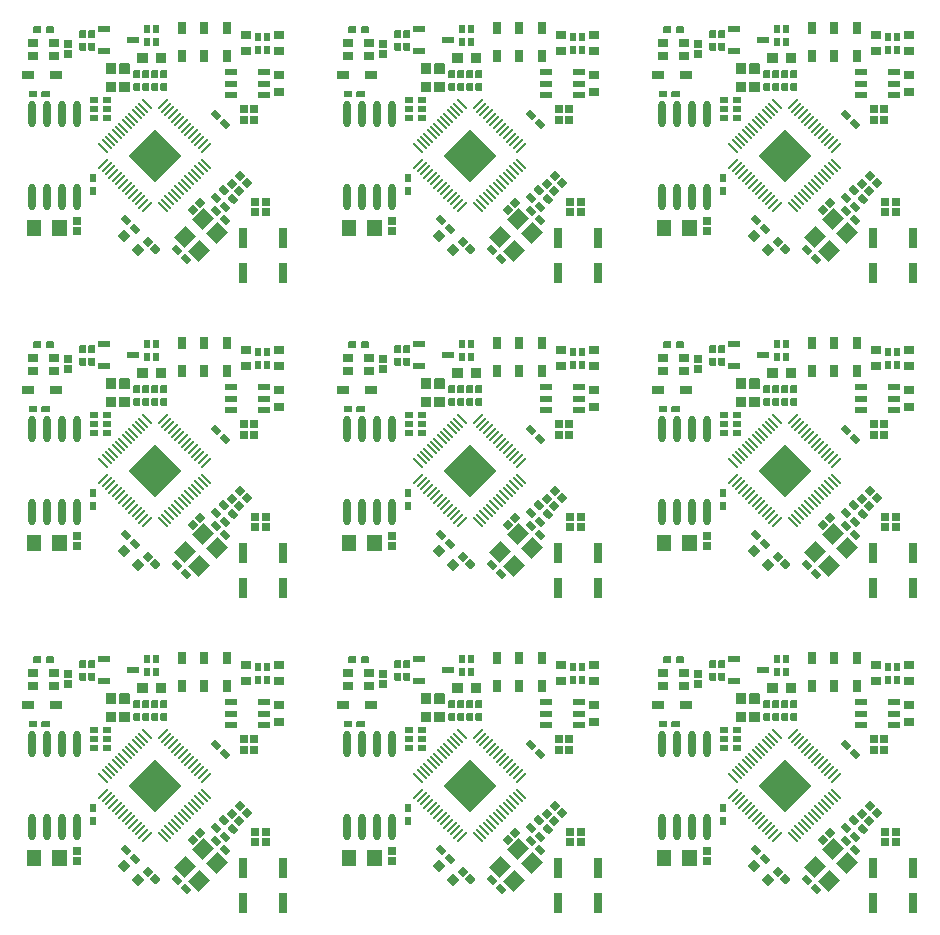
<source format=gtp>
G04*
G04 #@! TF.GenerationSoftware,Altium Limited,Altium Designer,22.4.2 (48)*
G04*
G04 Layer_Color=8421504*
%FSLAX25Y25*%
%MOIN*%
G70*
G04*
G04 #@! TF.SameCoordinates,672AAA3E-DD7D-455D-AD33-57807C77CB51*
G04*
G04*
G04 #@! TF.FilePolarity,Positive*
G04*
G01*
G75*
%ADD10R,0.02500X0.02500*%
G04:AMPARAMS|DCode=11|XSize=55.12mil|YSize=47.24mil|CornerRadius=0mil|HoleSize=0mil|Usage=FLASHONLY|Rotation=45.000|XOffset=0mil|YOffset=0mil|HoleType=Round|Shape=Rectangle|*
%AMROTATEDRECTD11*
4,1,4,-0.00278,-0.03619,-0.03619,-0.00278,0.00278,0.03619,0.03619,0.00278,-0.00278,-0.03619,0.0*
%
%ADD11ROTATEDRECTD11*%

%ADD12O,0.02480X0.08858*%
G04:AMPARAMS|DCode=13|XSize=43.31mil|YSize=7.87mil|CornerRadius=0mil|HoleSize=0mil|Usage=FLASHONLY|Rotation=45.000|XOffset=0mil|YOffset=0mil|HoleType=Round|Shape=Rectangle|*
%AMROTATEDRECTD13*
4,1,4,-0.01253,-0.01810,-0.01810,-0.01253,0.01253,0.01810,0.01810,0.01253,-0.01253,-0.01810,0.0*
%
%ADD13ROTATEDRECTD13*%

G04:AMPARAMS|DCode=14|XSize=43.31mil|YSize=7.87mil|CornerRadius=0mil|HoleSize=0mil|Usage=FLASHONLY|Rotation=135.000|XOffset=0mil|YOffset=0mil|HoleType=Round|Shape=Rectangle|*
%AMROTATEDRECTD14*
4,1,4,0.01810,-0.01253,0.01253,-0.01810,-0.01810,0.01253,-0.01253,0.01810,0.01810,-0.01253,0.0*
%
%ADD14ROTATEDRECTD14*%

%ADD15P,0.17817X4X90.0*%
%ADD16R,0.03500X0.02700*%
%ADD17R,0.04213X0.02362*%
%ADD18R,0.03937X0.02165*%
%ADD19R,0.03150X0.06693*%
%ADD20P,0.03536X4X360.0*%
%ADD21R,0.02500X0.02500*%
%ADD22P,0.03536X4X90.0*%
%ADD23R,0.04459X0.05421*%
%ADD24R,0.03500X0.03200*%
%ADD25R,0.03200X0.03500*%
%ADD27P,0.04454X4X270.0*%
%ADD28R,0.03937X0.02953*%
%ADD29R,0.02953X0.03937*%
G04:AMPARAMS|DCode=30|XSize=30mil|YSize=21.5mil|CornerRadius=0mil|HoleSize=0mil|Usage=FLASHONLY|Rotation=135.000|XOffset=0mil|YOffset=0mil|HoleType=Round|Shape=Rectangle|*
%AMROTATEDRECTD30*
4,1,4,0.01821,-0.00301,0.00301,-0.01821,-0.01821,0.00301,-0.00301,0.01821,0.01821,-0.00301,0.0*
%
%ADD30ROTATEDRECTD30*%

%ADD31R,0.02150X0.03000*%
%ADD32R,0.03000X0.02150*%
%ADD33R,0.03543X0.03150*%
G36*
X243768Y320386D02*
Y318614D01*
X243571Y318417D01*
X241484D01*
X241288Y318614D01*
Y320386D01*
X241484Y320583D01*
X243571D01*
X243768Y320386D01*
D02*
G37*
G36*
X239713D02*
Y318614D01*
X239516Y318417D01*
X237429D01*
X237232Y318614D01*
Y320386D01*
X237429Y320583D01*
X239516D01*
X239713Y320386D01*
D02*
G37*
G36*
X138768D02*
Y318614D01*
X138571Y318417D01*
X136484D01*
X136287Y318614D01*
Y320386D01*
X136484Y320583D01*
X138571D01*
X138768Y320386D01*
D02*
G37*
G36*
X134713D02*
Y318614D01*
X134516Y318417D01*
X132429D01*
X132232Y318614D01*
Y320386D01*
X132429Y320583D01*
X134516D01*
X134713Y320386D01*
D02*
G37*
G36*
X33768D02*
Y318614D01*
X33571Y318417D01*
X31484D01*
X31288Y318614D01*
Y320386D01*
X31484Y320583D01*
X33571D01*
X33768Y320386D01*
D02*
G37*
G36*
X29713D02*
Y318614D01*
X29516Y318417D01*
X27429D01*
X27232Y318614D01*
Y320386D01*
X27429Y320583D01*
X29516D01*
X29713Y320386D01*
D02*
G37*
G36*
X279083Y320571D02*
Y318484D01*
X278886Y318287D01*
X277114D01*
X276917Y318484D01*
Y320571D01*
X277114Y320768D01*
X278886D01*
X279083Y320571D01*
D02*
G37*
G36*
X276083D02*
Y318484D01*
X275886Y318287D01*
X274114D01*
X273917Y318484D01*
Y320571D01*
X274114Y320768D01*
X275886D01*
X276083Y320571D01*
D02*
G37*
G36*
X174083D02*
Y318484D01*
X173886Y318287D01*
X172114D01*
X171917Y318484D01*
Y320571D01*
X172114Y320768D01*
X173886D01*
X174083Y320571D01*
D02*
G37*
G36*
X171083D02*
Y318484D01*
X170886Y318287D01*
X169114D01*
X168917Y318484D01*
Y320571D01*
X169114Y320768D01*
X170886D01*
X171083Y320571D01*
D02*
G37*
G36*
X69083D02*
Y318484D01*
X68886Y318287D01*
X67114D01*
X66917Y318484D01*
Y320571D01*
X67114Y320768D01*
X68886D01*
X69083Y320571D01*
D02*
G37*
G36*
X66083D02*
Y318484D01*
X65886Y318287D01*
X64114D01*
X63917Y318484D01*
Y320571D01*
X64114Y320768D01*
X65886D01*
X66083Y320571D01*
D02*
G37*
G36*
X257583Y319071D02*
Y316984D01*
X257386Y316787D01*
X255614D01*
X255417Y316984D01*
Y319071D01*
X255614Y319268D01*
X257386D01*
X257583Y319071D01*
D02*
G37*
G36*
X254583D02*
Y316984D01*
X254386Y316787D01*
X252614D01*
X252417Y316984D01*
Y319071D01*
X252614Y319268D01*
X254386D01*
X254583Y319071D01*
D02*
G37*
G36*
X152583D02*
Y316984D01*
X152386Y316787D01*
X150614D01*
X150417Y316984D01*
Y319071D01*
X150614Y319268D01*
X152386D01*
X152583Y319071D01*
D02*
G37*
G36*
X149583D02*
Y316984D01*
X149386Y316787D01*
X147614D01*
X147417Y316984D01*
Y319071D01*
X147614Y319268D01*
X149386D01*
X149583Y319071D01*
D02*
G37*
G36*
X47583D02*
Y316984D01*
X47386Y316787D01*
X45614D01*
X45417Y316984D01*
Y319071D01*
X45614Y319268D01*
X47386D01*
X47583Y319071D01*
D02*
G37*
G36*
X44583D02*
Y316984D01*
X44386Y316787D01*
X42614D01*
X42417Y316984D01*
Y319071D01*
X42614Y319268D01*
X44386D01*
X44583Y319071D01*
D02*
G37*
G36*
X316083Y318071D02*
Y315984D01*
X315886Y315787D01*
X314114D01*
X313917Y315984D01*
Y318071D01*
X314114Y318268D01*
X315886D01*
X316083Y318071D01*
D02*
G37*
G36*
X313083D02*
Y315984D01*
X312886Y315787D01*
X311114D01*
X310917Y315984D01*
Y318071D01*
X311114Y318268D01*
X312886D01*
X313083Y318071D01*
D02*
G37*
G36*
X211083D02*
Y315984D01*
X210886Y315787D01*
X209114D01*
X208917Y315984D01*
Y318071D01*
X209114Y318268D01*
X210886D01*
X211083Y318071D01*
D02*
G37*
G36*
X208083D02*
Y315984D01*
X207886Y315787D01*
X206114D01*
X205917Y315984D01*
Y318071D01*
X206114Y318268D01*
X207886D01*
X208083Y318071D01*
D02*
G37*
G36*
X106083D02*
Y315984D01*
X105886Y315787D01*
X104114D01*
X103917Y315984D01*
Y318071D01*
X104114Y318268D01*
X105886D01*
X106083Y318071D01*
D02*
G37*
G36*
X103083D02*
Y315984D01*
X102886Y315787D01*
X101114D01*
X100917Y315984D01*
Y318071D01*
X101114Y318268D01*
X102886D01*
X103083Y318071D01*
D02*
G37*
G36*
X279083Y316516D02*
Y314429D01*
X278886Y314232D01*
X277114D01*
X276917Y314429D01*
Y316516D01*
X277114Y316713D01*
X278886D01*
X279083Y316516D01*
D02*
G37*
G36*
X276083D02*
Y314429D01*
X275886Y314232D01*
X274114D01*
X273917Y314429D01*
Y316516D01*
X274114Y316713D01*
X275886D01*
X276083Y316516D01*
D02*
G37*
G36*
X174083D02*
Y314429D01*
X173886Y314232D01*
X172114D01*
X171917Y314429D01*
Y316516D01*
X172114Y316713D01*
X173886D01*
X174083Y316516D01*
D02*
G37*
G36*
X171083D02*
Y314429D01*
X170886Y314232D01*
X169114D01*
X168917Y314429D01*
Y316516D01*
X169114Y316713D01*
X170886D01*
X171083Y316516D01*
D02*
G37*
G36*
X69083D02*
Y314429D01*
X68886Y314232D01*
X67114D01*
X66917Y314429D01*
Y316516D01*
X67114Y316713D01*
X68886D01*
X69083Y316516D01*
D02*
G37*
G36*
X66083D02*
Y314429D01*
X65886Y314232D01*
X64114D01*
X63917Y314429D01*
Y316516D01*
X64114Y316713D01*
X65886D01*
X66083Y316516D01*
D02*
G37*
G36*
X249563Y315660D02*
Y313689D01*
X249406Y313532D01*
X247594D01*
X247437Y313689D01*
Y315660D01*
X247594Y315817D01*
X249406D01*
X249563Y315660D01*
D02*
G37*
G36*
X144563D02*
Y313689D01*
X144405Y313532D01*
X142595D01*
X142437Y313689D01*
Y315660D01*
X142595Y315817D01*
X144405D01*
X144563Y315660D01*
D02*
G37*
G36*
X39563D02*
Y313689D01*
X39406Y313532D01*
X37595D01*
X37437Y313689D01*
Y315660D01*
X37595Y315817D01*
X39406D01*
X39563Y315660D01*
D02*
G37*
G36*
X257583Y315016D02*
Y312929D01*
X257386Y312732D01*
X255614D01*
X255417Y312929D01*
Y315016D01*
X255614Y315213D01*
X257386D01*
X257583Y315016D01*
D02*
G37*
G36*
X254583D02*
Y312929D01*
X254386Y312732D01*
X252614D01*
X252417Y312929D01*
Y315016D01*
X252614Y315213D01*
X254386D01*
X254583Y315016D01*
D02*
G37*
G36*
X152583D02*
Y312929D01*
X152386Y312732D01*
X150614D01*
X150417Y312929D01*
Y315016D01*
X150614Y315213D01*
X152386D01*
X152583Y315016D01*
D02*
G37*
G36*
X149583D02*
Y312929D01*
X149386Y312732D01*
X147614D01*
X147417Y312929D01*
Y315016D01*
X147614Y315213D01*
X149386D01*
X149583Y315016D01*
D02*
G37*
G36*
X47583D02*
Y312929D01*
X47386Y312732D01*
X45614D01*
X45417Y312929D01*
Y315016D01*
X45614Y315213D01*
X47386D01*
X47583Y315016D01*
D02*
G37*
G36*
X44583D02*
Y312929D01*
X44386Y312732D01*
X42614D01*
X42417Y312929D01*
Y315016D01*
X42614Y315213D01*
X44386D01*
X44583Y315016D01*
D02*
G37*
G36*
X316083Y314016D02*
Y311929D01*
X315886Y311732D01*
X314114D01*
X313917Y311929D01*
Y314016D01*
X314114Y314213D01*
X315886D01*
X316083Y314016D01*
D02*
G37*
G36*
X313083D02*
Y311929D01*
X312886Y311732D01*
X311114D01*
X310917Y311929D01*
Y314016D01*
X311114Y314213D01*
X312886D01*
X313083Y314016D01*
D02*
G37*
G36*
X211083D02*
Y311929D01*
X210886Y311732D01*
X209114D01*
X208917Y311929D01*
Y314016D01*
X209114Y314213D01*
X210886D01*
X211083Y314016D01*
D02*
G37*
G36*
X208083D02*
Y311929D01*
X207886Y311732D01*
X206114D01*
X205917Y311929D01*
Y314016D01*
X206114Y314213D01*
X207886D01*
X208083Y314016D01*
D02*
G37*
G36*
X106083D02*
Y311929D01*
X105886Y311732D01*
X104114D01*
X103917Y311929D01*
Y314016D01*
X104114Y314213D01*
X105886D01*
X106083Y314016D01*
D02*
G37*
G36*
X103083D02*
Y311929D01*
X102886Y311732D01*
X101114D01*
X100917Y311929D01*
Y314016D01*
X101114Y314213D01*
X102886D01*
X103083Y314016D01*
D02*
G37*
G36*
X249563Y312311D02*
Y310340D01*
X249406Y310182D01*
X247594D01*
X247437Y310340D01*
Y312311D01*
X247594Y312469D01*
X249406D01*
X249563Y312311D01*
D02*
G37*
G36*
X144563D02*
Y310340D01*
X144405Y310182D01*
X142595D01*
X142437Y310340D01*
Y312311D01*
X142595Y312469D01*
X144405D01*
X144563Y312311D01*
D02*
G37*
G36*
X39563D02*
Y310340D01*
X39406Y310182D01*
X37595D01*
X37437Y310340D01*
Y312311D01*
X37595Y312469D01*
X39406D01*
X39563Y312311D01*
D02*
G37*
G36*
X281401Y311575D02*
Y308425D01*
X281205Y308228D01*
X278095D01*
X277898Y308425D01*
Y309323D01*
X279394D01*
Y310622D01*
X277898D01*
Y311575D01*
X278095Y311772D01*
X281205D01*
X281401Y311575D01*
D02*
G37*
G36*
X275142D02*
Y310622D01*
X273685D01*
Y309323D01*
X275142D01*
Y308425D01*
X274945Y308228D01*
X271795D01*
X271599Y308425D01*
Y311575D01*
X271795Y311772D01*
X274945D01*
X275142Y311575D01*
D02*
G37*
G36*
X176401D02*
Y308425D01*
X176205Y308228D01*
X173094D01*
X172898Y308425D01*
Y309323D01*
X174394D01*
Y310622D01*
X172898D01*
Y311575D01*
X173094Y311772D01*
X176205D01*
X176401Y311575D01*
D02*
G37*
G36*
X170142D02*
Y310622D01*
X168685D01*
Y309323D01*
X170142D01*
Y308425D01*
X169945Y308228D01*
X166795D01*
X166598Y308425D01*
Y311575D01*
X166795Y311772D01*
X169945D01*
X170142Y311575D01*
D02*
G37*
G36*
X71402D02*
Y308425D01*
X71205Y308228D01*
X68094D01*
X67898Y308425D01*
Y309323D01*
X69394D01*
Y310622D01*
X67898D01*
Y311575D01*
X68094Y311772D01*
X71205D01*
X71402Y311575D01*
D02*
G37*
G36*
X65142D02*
Y310622D01*
X63685D01*
Y309323D01*
X65142D01*
Y308425D01*
X64945Y308228D01*
X61795D01*
X61598Y308425D01*
Y311575D01*
X61795Y311772D01*
X64945D01*
X65142Y311575D01*
D02*
G37*
G36*
X269272Y308205D02*
Y305055D01*
X269075Y304858D01*
X268122D01*
Y306315D01*
X266823D01*
Y304858D01*
X265925D01*
X265728Y305055D01*
Y308205D01*
X265925Y308402D01*
X269075D01*
X269272Y308205D01*
D02*
G37*
G36*
X264772D02*
Y305055D01*
X264575Y304858D01*
X263622D01*
Y306315D01*
X262323D01*
Y304858D01*
X261425D01*
X261228Y305055D01*
Y308205D01*
X261425Y308402D01*
X264575D01*
X264772Y308205D01*
D02*
G37*
G36*
X164272D02*
Y305055D01*
X164075Y304858D01*
X163122D01*
Y306315D01*
X161823D01*
Y304858D01*
X160925D01*
X160728Y305055D01*
Y308205D01*
X160925Y308402D01*
X164075D01*
X164272Y308205D01*
D02*
G37*
G36*
X159772D02*
Y305055D01*
X159575Y304858D01*
X158622D01*
Y306315D01*
X157323D01*
Y304858D01*
X156425D01*
X156228Y305055D01*
Y308205D01*
X156425Y308402D01*
X159575D01*
X159772Y308205D01*
D02*
G37*
G36*
X59272D02*
Y305055D01*
X59075Y304858D01*
X58122D01*
Y306315D01*
X56823D01*
Y304858D01*
X55925D01*
X55728Y305055D01*
Y308205D01*
X55925Y308402D01*
X59075D01*
X59272Y308205D01*
D02*
G37*
G36*
X54772D02*
Y305055D01*
X54575Y304858D01*
X53622D01*
Y306315D01*
X52323D01*
Y304858D01*
X51425D01*
X51228Y305055D01*
Y308205D01*
X51425Y308402D01*
X54575D01*
X54772Y308205D01*
D02*
G37*
G36*
X281583Y305571D02*
Y303484D01*
X281386Y303287D01*
X279614D01*
X279417Y303484D01*
Y305571D01*
X279614Y305768D01*
X281386D01*
X281583Y305571D01*
D02*
G37*
G36*
X278583D02*
Y303484D01*
X278386Y303287D01*
X276614D01*
X276417Y303484D01*
Y305571D01*
X276614Y305768D01*
X278386D01*
X278583Y305571D01*
D02*
G37*
G36*
X275583D02*
Y303484D01*
X275386Y303287D01*
X273614D01*
X273417Y303484D01*
Y305571D01*
X273614Y305768D01*
X275386D01*
X275583Y305571D01*
D02*
G37*
G36*
X272583D02*
Y303484D01*
X272386Y303287D01*
X270614D01*
X270417Y303484D01*
Y305571D01*
X270614Y305768D01*
X272386D01*
X272583Y305571D01*
D02*
G37*
G36*
X176583D02*
Y303484D01*
X176386Y303287D01*
X174614D01*
X174417Y303484D01*
Y305571D01*
X174614Y305768D01*
X176386D01*
X176583Y305571D01*
D02*
G37*
G36*
X173583D02*
Y303484D01*
X173386Y303287D01*
X171614D01*
X171417Y303484D01*
Y305571D01*
X171614Y305768D01*
X173386D01*
X173583Y305571D01*
D02*
G37*
G36*
X170583D02*
Y303484D01*
X170386Y303287D01*
X168614D01*
X168417Y303484D01*
Y305571D01*
X168614Y305768D01*
X170386D01*
X170583Y305571D01*
D02*
G37*
G36*
X167583D02*
Y303484D01*
X167386Y303287D01*
X165614D01*
X165417Y303484D01*
Y305571D01*
X165614Y305768D01*
X167386D01*
X167583Y305571D01*
D02*
G37*
G36*
X71583D02*
Y303484D01*
X71386Y303287D01*
X69614D01*
X69417Y303484D01*
Y305571D01*
X69614Y305768D01*
X71386D01*
X71583Y305571D01*
D02*
G37*
G36*
X68583D02*
Y303484D01*
X68386Y303287D01*
X66614D01*
X66417Y303484D01*
Y305571D01*
X66614Y305768D01*
X68386D01*
X68583Y305571D01*
D02*
G37*
G36*
X65583D02*
Y303484D01*
X65386Y303287D01*
X63614D01*
X63417Y303484D01*
Y305571D01*
X63614Y305768D01*
X65386D01*
X65583Y305571D01*
D02*
G37*
G36*
X62583D02*
Y303484D01*
X62386Y303287D01*
X60614D01*
X60417Y303484D01*
Y305571D01*
X60614Y305768D01*
X62386D01*
X62583Y305571D01*
D02*
G37*
G36*
X269272Y301906D02*
Y298795D01*
X269075Y298599D01*
X265925D01*
X265728Y298795D01*
Y301906D01*
X265925Y302102D01*
X266823D01*
Y300606D01*
X268122D01*
Y302102D01*
X269075D01*
X269272Y301906D01*
D02*
G37*
G36*
X264772D02*
Y298795D01*
X264575Y298599D01*
X261425D01*
X261228Y298795D01*
Y301906D01*
X261425Y302102D01*
X262323D01*
Y300606D01*
X263622D01*
Y302102D01*
X264575D01*
X264772Y301906D01*
D02*
G37*
G36*
X164272D02*
Y298795D01*
X164075Y298599D01*
X160925D01*
X160728Y298795D01*
Y301906D01*
X160925Y302102D01*
X161823D01*
Y300606D01*
X163122D01*
Y302102D01*
X164075D01*
X164272Y301906D01*
D02*
G37*
G36*
X159772D02*
Y298795D01*
X159575Y298599D01*
X156425D01*
X156228Y298795D01*
Y301906D01*
X156425Y302102D01*
X157323D01*
Y300606D01*
X158622D01*
Y302102D01*
X159575D01*
X159772Y301906D01*
D02*
G37*
G36*
X59272D02*
Y298795D01*
X59075Y298599D01*
X55925D01*
X55728Y298795D01*
Y301906D01*
X55925Y302102D01*
X56823D01*
Y300606D01*
X58122D01*
Y302102D01*
X59075D01*
X59272Y301906D01*
D02*
G37*
G36*
X54772D02*
Y298795D01*
X54575Y298599D01*
X51425D01*
X51228Y298795D01*
Y301906D01*
X51425Y302102D01*
X52323D01*
Y300606D01*
X53622D01*
Y302102D01*
X54575D01*
X54772Y301906D01*
D02*
G37*
G36*
X281583Y301516D02*
Y299429D01*
X281386Y299232D01*
X279614D01*
X279417Y299429D01*
Y301516D01*
X279614Y301713D01*
X281386D01*
X281583Y301516D01*
D02*
G37*
G36*
X278583D02*
Y299429D01*
X278386Y299232D01*
X276614D01*
X276417Y299429D01*
Y301516D01*
X276614Y301713D01*
X278386D01*
X278583Y301516D01*
D02*
G37*
G36*
X275583D02*
Y299429D01*
X275386Y299232D01*
X273614D01*
X273417Y299429D01*
Y301516D01*
X273614Y301713D01*
X275386D01*
X275583Y301516D01*
D02*
G37*
G36*
X272583D02*
Y299429D01*
X272386Y299232D01*
X270614D01*
X270417Y299429D01*
Y301516D01*
X270614Y301713D01*
X272386D01*
X272583Y301516D01*
D02*
G37*
G36*
X176583D02*
Y299429D01*
X176386Y299232D01*
X174614D01*
X174417Y299429D01*
Y301516D01*
X174614Y301713D01*
X176386D01*
X176583Y301516D01*
D02*
G37*
G36*
X173583D02*
Y299429D01*
X173386Y299232D01*
X171614D01*
X171417Y299429D01*
Y301516D01*
X171614Y301713D01*
X173386D01*
X173583Y301516D01*
D02*
G37*
G36*
X170583D02*
Y299429D01*
X170386Y299232D01*
X168614D01*
X168417Y299429D01*
Y301516D01*
X168614Y301713D01*
X170386D01*
X170583Y301516D01*
D02*
G37*
G36*
X167583D02*
Y299429D01*
X167386Y299232D01*
X165614D01*
X165417Y299429D01*
Y301516D01*
X165614Y301713D01*
X167386D01*
X167583Y301516D01*
D02*
G37*
G36*
X71583D02*
Y299429D01*
X71386Y299232D01*
X69614D01*
X69417Y299429D01*
Y301516D01*
X69614Y301713D01*
X71386D01*
X71583Y301516D01*
D02*
G37*
G36*
X68583D02*
Y299429D01*
X68386Y299232D01*
X66614D01*
X66417Y299429D01*
Y301516D01*
X66614Y301713D01*
X68386D01*
X68583Y301516D01*
D02*
G37*
G36*
X65583D02*
Y299429D01*
X65386Y299232D01*
X63614D01*
X63417Y299429D01*
Y301516D01*
X63614Y301713D01*
X65386D01*
X65583Y301516D01*
D02*
G37*
G36*
X62583D02*
Y299429D01*
X62386Y299232D01*
X60614D01*
X60417Y299429D01*
Y301516D01*
X60614Y301713D01*
X62386D01*
X62583Y301516D01*
D02*
G37*
G36*
X242268Y298886D02*
Y297114D01*
X242071Y296918D01*
X239984D01*
X239787Y297114D01*
Y298886D01*
X239984Y299083D01*
X242071D01*
X242268Y298886D01*
D02*
G37*
G36*
X238213D02*
Y297114D01*
X238016Y296918D01*
X235929D01*
X235732Y297114D01*
Y298886D01*
X235929Y299083D01*
X238016D01*
X238213Y298886D01*
D02*
G37*
G36*
X137268D02*
Y297114D01*
X137071Y296918D01*
X134984D01*
X134787Y297114D01*
Y298886D01*
X134984Y299083D01*
X137071D01*
X137268Y298886D01*
D02*
G37*
G36*
X133212D02*
Y297114D01*
X133016Y296918D01*
X130929D01*
X130732Y297114D01*
Y298886D01*
X130929Y299083D01*
X133016D01*
X133212Y298886D01*
D02*
G37*
G36*
X32268D02*
Y297114D01*
X32071Y296918D01*
X29984D01*
X29787Y297114D01*
Y298886D01*
X29984Y299083D01*
X32071D01*
X32268Y298886D01*
D02*
G37*
G36*
X28212D02*
Y297114D01*
X28016Y296918D01*
X25929D01*
X25732Y297114D01*
Y298886D01*
X25929Y299083D01*
X28016D01*
X28212Y298886D01*
D02*
G37*
G36*
X262768Y296886D02*
Y295114D01*
X262571Y294917D01*
X260485D01*
X260288Y295114D01*
Y296886D01*
X260485Y297083D01*
X262571D01*
X262768Y296886D01*
D02*
G37*
G36*
X258713D02*
Y295114D01*
X258516Y294917D01*
X256429D01*
X256233Y295114D01*
Y296886D01*
X256429Y297083D01*
X258516D01*
X258713Y296886D01*
D02*
G37*
G36*
X157768D02*
Y295114D01*
X157571Y294917D01*
X155484D01*
X155288Y295114D01*
Y296886D01*
X155484Y297083D01*
X157571D01*
X157768Y296886D01*
D02*
G37*
G36*
X153713D02*
Y295114D01*
X153516Y294917D01*
X151429D01*
X151232Y295114D01*
Y296886D01*
X151429Y297083D01*
X153516D01*
X153713Y296886D01*
D02*
G37*
G36*
X52768D02*
Y295114D01*
X52571Y294917D01*
X50484D01*
X50287Y295114D01*
Y296886D01*
X50484Y297083D01*
X52571D01*
X52768Y296886D01*
D02*
G37*
G36*
X48713D02*
Y295114D01*
X48516Y294917D01*
X46429D01*
X46232Y295114D01*
Y296886D01*
X46429Y297083D01*
X48516D01*
X48713Y296886D01*
D02*
G37*
G36*
X311818Y293905D02*
Y292094D01*
X311660Y291937D01*
X309689D01*
X309532Y292094D01*
Y293905D01*
X309689Y294063D01*
X311660D01*
X311818Y293905D01*
D02*
G37*
G36*
X308469D02*
Y292094D01*
X308311Y291937D01*
X306340D01*
X306183Y292094D01*
Y293905D01*
X306340Y294063D01*
X308311D01*
X308469Y293905D01*
D02*
G37*
G36*
X206818D02*
Y292094D01*
X206660Y291937D01*
X204689D01*
X204532Y292094D01*
Y293905D01*
X204689Y294063D01*
X206660D01*
X206818Y293905D01*
D02*
G37*
G36*
X203468D02*
Y292094D01*
X203311Y291937D01*
X201340D01*
X201183Y292094D01*
Y293905D01*
X201340Y294063D01*
X203311D01*
X203468Y293905D01*
D02*
G37*
G36*
X101818D02*
Y292094D01*
X101660Y291937D01*
X99689D01*
X99532Y292094D01*
Y293905D01*
X99689Y294063D01*
X101660D01*
X101818Y293905D01*
D02*
G37*
G36*
X98469D02*
Y292094D01*
X98311Y291937D01*
X96340D01*
X96183Y292094D01*
Y293905D01*
X96340Y294063D01*
X98311D01*
X98469Y293905D01*
D02*
G37*
G36*
X262768Y293886D02*
Y292114D01*
X262571Y291917D01*
X260485D01*
X260288Y292114D01*
Y293886D01*
X260485Y294083D01*
X262571D01*
X262768Y293886D01*
D02*
G37*
G36*
X258713D02*
Y292114D01*
X258516Y291917D01*
X256429D01*
X256233Y292114D01*
Y293886D01*
X256429Y294083D01*
X258516D01*
X258713Y293886D01*
D02*
G37*
G36*
X157768D02*
Y292114D01*
X157571Y291917D01*
X155484D01*
X155288Y292114D01*
Y293886D01*
X155484Y294083D01*
X157571D01*
X157768Y293886D01*
D02*
G37*
G36*
X153713D02*
Y292114D01*
X153516Y291917D01*
X151429D01*
X151232Y292114D01*
Y293886D01*
X151429Y294083D01*
X153516D01*
X153713Y293886D01*
D02*
G37*
G36*
X52768D02*
Y292114D01*
X52571Y291917D01*
X50484D01*
X50287Y292114D01*
Y293886D01*
X50484Y294083D01*
X52571D01*
X52768Y293886D01*
D02*
G37*
G36*
X48713D02*
Y292114D01*
X48516Y291917D01*
X46429D01*
X46232Y292114D01*
Y293886D01*
X46429Y294083D01*
X48516D01*
X48713Y293886D01*
D02*
G37*
G36*
X299570Y290962D02*
X299570Y290683D01*
X298317Y289430D01*
X298039Y289431D01*
X296563Y290906D01*
Y291184D01*
X297816Y292437D01*
X298094D01*
X299570Y290962D01*
D02*
G37*
G36*
X194570D02*
X194570Y290683D01*
X193317Y289430D01*
X193038Y289431D01*
X191563Y290906D01*
Y291184D01*
X192816Y292437D01*
X193094D01*
X194570Y290962D01*
D02*
G37*
G36*
X89569D02*
X89570Y290683D01*
X88317Y289430D01*
X88038Y289431D01*
X86563Y290906D01*
Y291184D01*
X87816Y292437D01*
X88094D01*
X89569Y290962D01*
D02*
G37*
G36*
X262768Y290886D02*
Y289114D01*
X262571Y288917D01*
X260485D01*
X260288Y289114D01*
Y290886D01*
X260485Y291083D01*
X262571D01*
X262768Y290886D01*
D02*
G37*
G36*
X258713D02*
Y289114D01*
X258516Y288917D01*
X256429D01*
X256233Y289114D01*
Y290886D01*
X256429Y291083D01*
X258516D01*
X258713Y290886D01*
D02*
G37*
G36*
X157768D02*
Y289114D01*
X157571Y288917D01*
X155484D01*
X155288Y289114D01*
Y290886D01*
X155484Y291083D01*
X157571D01*
X157768Y290886D01*
D02*
G37*
G36*
X153713D02*
Y289114D01*
X153516Y288917D01*
X151429D01*
X151232Y289114D01*
Y290886D01*
X151429Y291083D01*
X153516D01*
X153713Y290886D01*
D02*
G37*
G36*
X52768D02*
Y289114D01*
X52571Y288917D01*
X50484D01*
X50287Y289114D01*
Y290886D01*
X50484Y291083D01*
X52571D01*
X52768Y290886D01*
D02*
G37*
G36*
X48713D02*
Y289114D01*
X48516Y288917D01*
X46429D01*
X46232Y289114D01*
Y290886D01*
X46429Y291083D01*
X48516D01*
X48713Y290886D01*
D02*
G37*
G36*
X311818Y290406D02*
Y288595D01*
X311660Y288437D01*
X309689D01*
X309532Y288595D01*
Y290406D01*
X309689Y290563D01*
X311660D01*
X311818Y290406D01*
D02*
G37*
G36*
X308469D02*
Y288595D01*
X308311Y288437D01*
X306340D01*
X306183Y288595D01*
Y290406D01*
X306340Y290563D01*
X308311D01*
X308469Y290406D01*
D02*
G37*
G36*
X206818D02*
Y288595D01*
X206660Y288437D01*
X204689D01*
X204532Y288595D01*
Y290406D01*
X204689Y290563D01*
X206660D01*
X206818Y290406D01*
D02*
G37*
G36*
X203468D02*
Y288595D01*
X203311Y288437D01*
X201340D01*
X201183Y288595D01*
Y290406D01*
X201340Y290563D01*
X203311D01*
X203468Y290406D01*
D02*
G37*
G36*
X101818D02*
Y288595D01*
X101660Y288437D01*
X99689D01*
X99532Y288595D01*
Y290406D01*
X99689Y290563D01*
X101660D01*
X101818Y290406D01*
D02*
G37*
G36*
X98469D02*
Y288595D01*
X98311Y288437D01*
X96340D01*
X96183Y288595D01*
Y290406D01*
X96340Y290563D01*
X98311D01*
X98469Y290406D01*
D02*
G37*
G36*
X302437Y288094D02*
X302437Y287816D01*
X301184Y286563D01*
X300906Y286563D01*
X299430Y288039D01*
Y288317D01*
X300683Y289570D01*
X300961D01*
X302437Y288094D01*
D02*
G37*
G36*
X197437D02*
X197437Y287816D01*
X196184Y286563D01*
X195906Y286563D01*
X194430Y288039D01*
Y288317D01*
X195683Y289570D01*
X195961D01*
X197437Y288094D01*
D02*
G37*
G36*
X92437D02*
X92437Y287816D01*
X91184Y286563D01*
X90906Y286563D01*
X89430Y288039D01*
Y288317D01*
X90683Y289570D01*
X90961D01*
X92437Y288094D01*
D02*
G37*
G36*
X307264Y270739D02*
Y270516D01*
X305984Y269236D01*
X305761D01*
X304367Y270629D01*
Y270852D01*
X305648Y272133D01*
X305871D01*
X307264Y270739D01*
D02*
G37*
G36*
X202264D02*
Y270516D01*
X200984Y269236D01*
X200761D01*
X199367Y270629D01*
Y270852D01*
X200648Y272133D01*
X200871D01*
X202264Y270739D01*
D02*
G37*
G36*
X97264D02*
Y270516D01*
X95984Y269236D01*
X95761D01*
X94367Y270629D01*
Y270852D01*
X95648Y272133D01*
X95871D01*
X97264Y270739D01*
D02*
G37*
G36*
X258083Y271071D02*
Y268985D01*
X257886Y268788D01*
X256114D01*
X255918Y268985D01*
Y271071D01*
X256114Y271268D01*
X257886D01*
X258083Y271071D01*
D02*
G37*
G36*
X153083D02*
Y268985D01*
X152886Y268788D01*
X151114D01*
X150917Y268985D01*
Y271071D01*
X151114Y271268D01*
X152886D01*
X153083Y271071D01*
D02*
G37*
G36*
X48083D02*
Y268985D01*
X47886Y268788D01*
X46114D01*
X45917Y268985D01*
Y271071D01*
X46114Y271268D01*
X47886D01*
X48083Y271071D01*
D02*
G37*
G36*
X309633Y268371D02*
Y268148D01*
X308352Y266867D01*
X308129D01*
X306736Y268261D01*
Y268484D01*
X308016Y269764D01*
X308239D01*
X309633Y268371D01*
D02*
G37*
G36*
X204633D02*
Y268148D01*
X203352Y266867D01*
X203129D01*
X201736Y268261D01*
Y268484D01*
X203016Y269764D01*
X203239D01*
X204633Y268371D01*
D02*
G37*
G36*
X99633D02*
Y268148D01*
X98352Y266867D01*
X98129D01*
X96736Y268261D01*
Y268484D01*
X98016Y269764D01*
X98239D01*
X99633Y268371D01*
D02*
G37*
G36*
X304765Y268239D02*
Y268016D01*
X303484Y266736D01*
X303261D01*
X301868Y268129D01*
Y268352D01*
X303148Y269633D01*
X303371D01*
X304765Y268239D01*
D02*
G37*
G36*
X199765D02*
Y268016D01*
X198484Y266736D01*
X198261D01*
X196868Y268129D01*
Y268352D01*
X198148Y269633D01*
X198371D01*
X199765Y268239D01*
D02*
G37*
G36*
X94765D02*
Y268016D01*
X93484Y266736D01*
X93261D01*
X91867Y268129D01*
Y268352D01*
X93148Y269633D01*
X93371D01*
X94765Y268239D01*
D02*
G37*
G36*
X258083Y267016D02*
Y264929D01*
X257886Y264733D01*
X256114D01*
X255918Y264929D01*
Y267016D01*
X256114Y267213D01*
X257886D01*
X258083Y267016D01*
D02*
G37*
G36*
X153083D02*
Y264929D01*
X152886Y264733D01*
X151114D01*
X150917Y264929D01*
Y267016D01*
X151114Y267213D01*
X152886D01*
X153083Y267016D01*
D02*
G37*
G36*
X48083D02*
Y264929D01*
X47886Y264733D01*
X46114D01*
X45917Y264929D01*
Y267016D01*
X46114Y267213D01*
X47886D01*
X48083Y267016D01*
D02*
G37*
G36*
X302070Y265962D02*
X302070Y265683D01*
X300817Y264430D01*
X300538Y264431D01*
X299063Y265906D01*
Y266184D01*
X300316Y267437D01*
X300594D01*
X302070Y265962D01*
D02*
G37*
G36*
X197070D02*
X197070Y265683D01*
X195817Y264430D01*
X195538Y264431D01*
X194063Y265906D01*
Y266184D01*
X195316Y267437D01*
X195594D01*
X197070Y265962D01*
D02*
G37*
G36*
X92070D02*
X92070Y265683D01*
X90817Y264430D01*
X90538Y264431D01*
X89063Y265906D01*
Y266184D01*
X90316Y267437D01*
X90594D01*
X92070Y265962D01*
D02*
G37*
G36*
X307133Y265871D02*
Y265648D01*
X305852Y264368D01*
X305629D01*
X304236Y265761D01*
Y265984D01*
X305516Y267265D01*
X305739D01*
X307133Y265871D01*
D02*
G37*
G36*
X202133D02*
Y265648D01*
X200852Y264368D01*
X200629D01*
X199236Y265761D01*
Y265984D01*
X200516Y267265D01*
X200739D01*
X202133Y265871D01*
D02*
G37*
G36*
X97133D02*
Y265648D01*
X95852Y264368D01*
X95629D01*
X94236Y265761D01*
Y265984D01*
X95516Y267265D01*
X95739D01*
X97133Y265871D01*
D02*
G37*
G36*
X299570Y263462D02*
X299570Y263183D01*
X298317Y261930D01*
X298039Y261931D01*
X296563Y263406D01*
Y263684D01*
X297816Y264937D01*
X298094D01*
X299570Y263462D01*
D02*
G37*
G36*
X194570D02*
X194570Y263183D01*
X193317Y261930D01*
X193038Y261931D01*
X191563Y263406D01*
Y263684D01*
X192816Y264937D01*
X193094D01*
X194570Y263462D01*
D02*
G37*
G36*
X89569D02*
X89570Y263183D01*
X88317Y261930D01*
X88038Y261931D01*
X86563Y263406D01*
Y263684D01*
X87816Y264937D01*
X88094D01*
X89569Y263462D01*
D02*
G37*
G36*
X304937Y263094D02*
X304937Y262816D01*
X303684Y261563D01*
X303406Y261563D01*
X301930Y263039D01*
Y263317D01*
X303183Y264570D01*
X303462D01*
X304937Y263094D01*
D02*
G37*
G36*
X199937D02*
X199937Y262816D01*
X198684Y261563D01*
X198406Y261563D01*
X196930Y263039D01*
Y263317D01*
X198183Y264570D01*
X198461D01*
X199937Y263094D01*
D02*
G37*
G36*
X94937D02*
X94937Y262816D01*
X93684Y261563D01*
X93406Y261563D01*
X91930Y263039D01*
Y263317D01*
X93183Y264570D01*
X93462D01*
X94937Y263094D01*
D02*
G37*
G36*
X315563Y263160D02*
Y261189D01*
X315406Y261032D01*
X313595D01*
X313437Y261189D01*
Y263160D01*
X313595Y263317D01*
X315406D01*
X315563Y263160D01*
D02*
G37*
G36*
X312063D02*
Y261189D01*
X311906Y261032D01*
X310094D01*
X309937Y261189D01*
Y263160D01*
X310094Y263317D01*
X311906D01*
X312063Y263160D01*
D02*
G37*
G36*
X210563D02*
Y261189D01*
X210405Y261032D01*
X208594D01*
X208437Y261189D01*
Y263160D01*
X208594Y263317D01*
X210405D01*
X210563Y263160D01*
D02*
G37*
G36*
X207063D02*
Y261189D01*
X206906Y261032D01*
X205095D01*
X204937Y261189D01*
Y263160D01*
X205095Y263317D01*
X206906D01*
X207063Y263160D01*
D02*
G37*
G36*
X105563D02*
Y261189D01*
X105405Y261032D01*
X103595D01*
X103437Y261189D01*
Y263160D01*
X103595Y263317D01*
X105405D01*
X105563Y263160D01*
D02*
G37*
G36*
X102063D02*
Y261189D01*
X101906Y261032D01*
X100094D01*
X99937Y261189D01*
Y263160D01*
X100094Y263317D01*
X101906D01*
X102063Y263160D01*
D02*
G37*
G36*
X294133Y261852D02*
Y261629D01*
X292739Y260236D01*
X292516D01*
X291236Y261516D01*
Y261739D01*
X292629Y263133D01*
X292852D01*
X294133Y261852D01*
D02*
G37*
G36*
X189133D02*
Y261629D01*
X187739Y260236D01*
X187516D01*
X186236Y261516D01*
Y261739D01*
X187629Y263133D01*
X187852D01*
X189133Y261852D01*
D02*
G37*
G36*
X84133D02*
Y261629D01*
X82739Y260236D01*
X82516D01*
X81236Y261516D01*
Y261739D01*
X82629Y263133D01*
X82852D01*
X84133Y261852D01*
D02*
G37*
G36*
X302437Y260594D02*
X302437Y260316D01*
X301184Y259063D01*
X300906Y259063D01*
X299430Y260539D01*
Y260817D01*
X300683Y262070D01*
X300961D01*
X302437Y260594D01*
D02*
G37*
G36*
X197437D02*
X197437Y260316D01*
X196184Y259063D01*
X195906Y259063D01*
X194430Y260539D01*
Y260817D01*
X195683Y262070D01*
X195961D01*
X197437Y260594D01*
D02*
G37*
G36*
X92437D02*
X92437Y260316D01*
X91184Y259063D01*
X90906Y259063D01*
X89430Y260539D01*
Y260817D01*
X90683Y262070D01*
X90961D01*
X92437Y260594D01*
D02*
G37*
G36*
X291764Y259484D02*
Y259261D01*
X290371Y257868D01*
X290148D01*
X288867Y259148D01*
Y259371D01*
X290261Y260765D01*
X290484D01*
X291764Y259484D01*
D02*
G37*
G36*
X186765D02*
Y259261D01*
X185371Y257868D01*
X185148D01*
X183868Y259148D01*
Y259371D01*
X185261Y260765D01*
X185484D01*
X186765Y259484D01*
D02*
G37*
G36*
X81765D02*
Y259261D01*
X80371Y257868D01*
X80148D01*
X78867Y259148D01*
Y259371D01*
X80261Y260765D01*
X80484D01*
X81765Y259484D01*
D02*
G37*
G36*
X315563Y259811D02*
Y257840D01*
X315406Y257682D01*
X313595D01*
X313437Y257840D01*
Y259811D01*
X313595Y259969D01*
X315406D01*
X315563Y259811D01*
D02*
G37*
G36*
X312063D02*
Y257840D01*
X311906Y257682D01*
X310094D01*
X309937Y257840D01*
Y259811D01*
X310094Y259969D01*
X311906D01*
X312063Y259811D01*
D02*
G37*
G36*
X210563D02*
Y257840D01*
X210405Y257682D01*
X208594D01*
X208437Y257840D01*
Y259811D01*
X208594Y259969D01*
X210405D01*
X210563Y259811D01*
D02*
G37*
G36*
X207063D02*
Y257840D01*
X206906Y257682D01*
X205095D01*
X204937Y257840D01*
Y259811D01*
X205095Y259969D01*
X206906D01*
X207063Y259811D01*
D02*
G37*
G36*
X105563D02*
Y257840D01*
X105405Y257682D01*
X103595D01*
X103437Y257840D01*
Y259811D01*
X103595Y259969D01*
X105405D01*
X105563Y259811D01*
D02*
G37*
G36*
X102063D02*
Y257840D01*
X101906Y257682D01*
X100094D01*
X99937Y257840D01*
Y259811D01*
X100094Y259969D01*
X101906D01*
X102063Y259811D01*
D02*
G37*
G36*
X299570Y258962D02*
X299570Y258683D01*
X298317Y257431D01*
X298039Y257431D01*
X296563Y258906D01*
Y259184D01*
X297816Y260437D01*
X298094D01*
X299570Y258962D01*
D02*
G37*
G36*
X194570D02*
X194570Y258683D01*
X193317Y257431D01*
X193038Y257431D01*
X191563Y258906D01*
Y259184D01*
X192816Y260437D01*
X193094D01*
X194570Y258962D01*
D02*
G37*
G36*
X89569D02*
X89570Y258683D01*
X88317Y257431D01*
X88038Y257431D01*
X86563Y258906D01*
Y259184D01*
X87816Y260437D01*
X88094D01*
X89569Y258962D01*
D02*
G37*
G36*
X302437Y256094D02*
X302437Y255816D01*
X301184Y254563D01*
X300906Y254563D01*
X299430Y256039D01*
Y256317D01*
X300683Y257570D01*
X300961D01*
X302437Y256094D01*
D02*
G37*
G36*
X197437D02*
X197437Y255816D01*
X196184Y254563D01*
X195906Y254563D01*
X194430Y256039D01*
Y256317D01*
X195683Y257570D01*
X195961D01*
X197437Y256094D01*
D02*
G37*
G36*
X92437D02*
X92437Y255816D01*
X91184Y254563D01*
X90906Y254563D01*
X89430Y256039D01*
Y256317D01*
X90683Y257570D01*
X90961D01*
X92437Y256094D01*
D02*
G37*
G36*
X252563Y256660D02*
Y254689D01*
X252406Y254532D01*
X250594D01*
X250437Y254689D01*
Y256660D01*
X250594Y256818D01*
X252406D01*
X252563Y256660D01*
D02*
G37*
G36*
X147563D02*
Y254689D01*
X147406Y254532D01*
X145595D01*
X145437Y254689D01*
Y256660D01*
X145595Y256818D01*
X147406D01*
X147563Y256660D01*
D02*
G37*
G36*
X42563D02*
Y254689D01*
X42406Y254532D01*
X40595D01*
X40437Y254689D01*
Y256660D01*
X40595Y256818D01*
X42406D01*
X42563Y256660D01*
D02*
G37*
G36*
X269570Y255962D02*
X269570Y255683D01*
X268317Y254431D01*
X268039Y254431D01*
X266563Y255906D01*
Y256184D01*
X267816Y257437D01*
X268094D01*
X269570Y255962D01*
D02*
G37*
G36*
X164569D02*
X164570Y255683D01*
X163317Y254431D01*
X163038Y254431D01*
X161563Y255906D01*
Y256184D01*
X162816Y257437D01*
X163094D01*
X164569Y255962D01*
D02*
G37*
G36*
X59570D02*
X59570Y255683D01*
X58317Y254431D01*
X58038Y254431D01*
X56563Y255906D01*
Y256184D01*
X57816Y257437D01*
X58094D01*
X59570Y255962D01*
D02*
G37*
G36*
X272437Y253094D02*
X272437Y252816D01*
X271184Y251563D01*
X270906Y251563D01*
X269430Y253039D01*
Y253317D01*
X270683Y254570D01*
X270961D01*
X272437Y253094D01*
D02*
G37*
G36*
X167437D02*
X167437Y252816D01*
X166184Y251563D01*
X165906Y251563D01*
X164430Y253039D01*
Y253317D01*
X165683Y254570D01*
X165962D01*
X167437Y253094D01*
D02*
G37*
G36*
X62437D02*
X62437Y252816D01*
X61184Y251563D01*
X60906Y251563D01*
X59430Y253039D01*
Y253317D01*
X60683Y254570D01*
X60962D01*
X62437Y253094D01*
D02*
G37*
G36*
X252563Y253311D02*
Y251340D01*
X252406Y251183D01*
X250594D01*
X250437Y251340D01*
Y253311D01*
X250594Y253469D01*
X252406D01*
X252563Y253311D01*
D02*
G37*
G36*
X147563D02*
Y251340D01*
X147406Y251183D01*
X145595D01*
X145437Y251340D01*
Y253311D01*
X145595Y253469D01*
X147406D01*
X147563Y253311D01*
D02*
G37*
G36*
X42563D02*
Y251340D01*
X42406Y251183D01*
X40595D01*
X40437Y251340D01*
Y253311D01*
X40595Y253469D01*
X42406D01*
X42563Y253311D01*
D02*
G37*
G36*
X248193Y256020D02*
Y250980D01*
X247996Y250783D01*
X243469D01*
X243272Y250980D01*
X243272Y252634D01*
X245024D01*
Y254405D01*
X243291D01*
X243272Y256020D01*
X243469Y256217D01*
X247996D01*
X248193Y256020D01*
D02*
G37*
G36*
X239728D02*
X239748Y254405D01*
X237977D01*
Y252634D01*
X239709D01*
X239728Y250980D01*
X239532Y250783D01*
X235004D01*
X234807Y250980D01*
Y256020D01*
X235004Y256217D01*
X239532D01*
X239728Y256020D01*
D02*
G37*
G36*
X143193D02*
Y250980D01*
X142996Y250783D01*
X138469D01*
X138272Y250980D01*
X138272Y252634D01*
X140024D01*
Y254405D01*
X138291D01*
X138272Y256020D01*
X138469Y256217D01*
X142996D01*
X143193Y256020D01*
D02*
G37*
G36*
X134728D02*
X134748Y254405D01*
X132976D01*
Y252634D01*
X134709D01*
X134728Y250980D01*
X134531Y250783D01*
X130004D01*
X129807Y250980D01*
Y256020D01*
X130004Y256217D01*
X134531D01*
X134728Y256020D01*
D02*
G37*
G36*
X38193D02*
Y250980D01*
X37996Y250783D01*
X33468D01*
X33272Y250980D01*
X33272Y252634D01*
X35024D01*
Y254405D01*
X33291D01*
X33272Y256020D01*
X33468Y256217D01*
X37996D01*
X38193Y256020D01*
D02*
G37*
G36*
X29728D02*
X29748Y254405D01*
X27976D01*
Y252634D01*
X29709D01*
X29728Y250980D01*
X29531Y250783D01*
X25004D01*
X24807Y250980D01*
Y256020D01*
X25004Y256217D01*
X29531D01*
X29728Y256020D01*
D02*
G37*
G36*
X276764Y248739D02*
Y248516D01*
X275484Y247236D01*
X275261D01*
X273868Y248629D01*
Y248852D01*
X275148Y250133D01*
X275371D01*
X276764Y248739D01*
D02*
G37*
G36*
X171765D02*
Y248516D01*
X170484Y247236D01*
X170261D01*
X168868Y248629D01*
Y248852D01*
X170148Y250133D01*
X170371D01*
X171765Y248739D01*
D02*
G37*
G36*
X66764D02*
Y248516D01*
X65484Y247236D01*
X65261D01*
X63867Y248629D01*
Y248852D01*
X65148Y250133D01*
X65371D01*
X66764Y248739D01*
D02*
G37*
G36*
X279133Y246371D02*
Y246148D01*
X277852Y244867D01*
X277629D01*
X276236Y246261D01*
Y246484D01*
X277516Y247764D01*
X277739D01*
X279133Y246371D01*
D02*
G37*
G36*
X174133D02*
Y246148D01*
X172852Y244867D01*
X172629D01*
X171236Y246261D01*
Y246484D01*
X172516Y247764D01*
X172739D01*
X174133Y246371D01*
D02*
G37*
G36*
X69133D02*
Y246148D01*
X67852Y244867D01*
X67629D01*
X66236Y246261D01*
Y246484D01*
X67516Y247764D01*
X67739D01*
X69133Y246371D01*
D02*
G37*
G36*
X285094Y247437D02*
X286570Y245961D01*
Y245683D01*
X285317Y244430D01*
X285039D01*
X283563Y245906D01*
X283563Y246184D01*
X284816Y247437D01*
X285094Y247437D01*
D02*
G37*
G36*
X180094D02*
X181570Y245961D01*
Y245683D01*
X180317Y244430D01*
X180039D01*
X178563Y245906D01*
X178563Y246184D01*
X179816Y247437D01*
X180094Y247437D01*
D02*
G37*
G36*
X75094D02*
X76570Y245961D01*
Y245683D01*
X75317Y244430D01*
X75039D01*
X73563Y245906D01*
X73563Y246184D01*
X74816Y247437D01*
X75094Y247437D01*
D02*
G37*
G36*
X287962Y244569D02*
X289437Y243094D01*
Y242816D01*
X288184Y241563D01*
X287906D01*
X286431Y243038D01*
X286431Y243317D01*
X287683Y244570D01*
X287962Y244569D01*
D02*
G37*
G36*
X182962D02*
X184437Y243094D01*
Y242816D01*
X183184Y241563D01*
X182906D01*
X181430Y243038D01*
X181430Y243317D01*
X182683Y244570D01*
X182962Y244569D01*
D02*
G37*
G36*
X77962D02*
X79437Y243094D01*
Y242816D01*
X78184Y241563D01*
X77906D01*
X76430Y243038D01*
X76430Y243317D01*
X77683Y244570D01*
X77962Y244569D01*
D02*
G37*
G36*
X243768Y215386D02*
Y213614D01*
X243571Y213417D01*
X241484D01*
X241288Y213614D01*
Y215386D01*
X241484Y215583D01*
X243571D01*
X243768Y215386D01*
D02*
G37*
G36*
X239713D02*
Y213614D01*
X239516Y213417D01*
X237429D01*
X237232Y213614D01*
Y215386D01*
X237429Y215583D01*
X239516D01*
X239713Y215386D01*
D02*
G37*
G36*
X138768D02*
Y213614D01*
X138571Y213417D01*
X136484D01*
X136287Y213614D01*
Y215386D01*
X136484Y215583D01*
X138571D01*
X138768Y215386D01*
D02*
G37*
G36*
X134713D02*
Y213614D01*
X134516Y213417D01*
X132429D01*
X132232Y213614D01*
Y215386D01*
X132429Y215583D01*
X134516D01*
X134713Y215386D01*
D02*
G37*
G36*
X33768D02*
Y213614D01*
X33571Y213417D01*
X31484D01*
X31288Y213614D01*
Y215386D01*
X31484Y215583D01*
X33571D01*
X33768Y215386D01*
D02*
G37*
G36*
X29713D02*
Y213614D01*
X29516Y213417D01*
X27429D01*
X27232Y213614D01*
Y215386D01*
X27429Y215583D01*
X29516D01*
X29713Y215386D01*
D02*
G37*
G36*
X279083Y215571D02*
Y213484D01*
X278886Y213287D01*
X277114D01*
X276917Y213484D01*
Y215571D01*
X277114Y215768D01*
X278886D01*
X279083Y215571D01*
D02*
G37*
G36*
X276083D02*
Y213484D01*
X275886Y213287D01*
X274114D01*
X273917Y213484D01*
Y215571D01*
X274114Y215768D01*
X275886D01*
X276083Y215571D01*
D02*
G37*
G36*
X174083D02*
Y213484D01*
X173886Y213287D01*
X172114D01*
X171917Y213484D01*
Y215571D01*
X172114Y215768D01*
X173886D01*
X174083Y215571D01*
D02*
G37*
G36*
X171083D02*
Y213484D01*
X170886Y213287D01*
X169114D01*
X168917Y213484D01*
Y215571D01*
X169114Y215768D01*
X170886D01*
X171083Y215571D01*
D02*
G37*
G36*
X69083D02*
Y213484D01*
X68886Y213287D01*
X67114D01*
X66917Y213484D01*
Y215571D01*
X67114Y215768D01*
X68886D01*
X69083Y215571D01*
D02*
G37*
G36*
X66083D02*
Y213484D01*
X65886Y213287D01*
X64114D01*
X63917Y213484D01*
Y215571D01*
X64114Y215768D01*
X65886D01*
X66083Y215571D01*
D02*
G37*
G36*
X257583Y214071D02*
Y211984D01*
X257386Y211787D01*
X255614D01*
X255417Y211984D01*
Y214071D01*
X255614Y214268D01*
X257386D01*
X257583Y214071D01*
D02*
G37*
G36*
X254583D02*
Y211984D01*
X254386Y211787D01*
X252614D01*
X252417Y211984D01*
Y214071D01*
X252614Y214268D01*
X254386D01*
X254583Y214071D01*
D02*
G37*
G36*
X152583D02*
Y211984D01*
X152386Y211787D01*
X150614D01*
X150417Y211984D01*
Y214071D01*
X150614Y214268D01*
X152386D01*
X152583Y214071D01*
D02*
G37*
G36*
X149583D02*
Y211984D01*
X149386Y211787D01*
X147614D01*
X147417Y211984D01*
Y214071D01*
X147614Y214268D01*
X149386D01*
X149583Y214071D01*
D02*
G37*
G36*
X47583D02*
Y211984D01*
X47386Y211787D01*
X45614D01*
X45417Y211984D01*
Y214071D01*
X45614Y214268D01*
X47386D01*
X47583Y214071D01*
D02*
G37*
G36*
X44583D02*
Y211984D01*
X44386Y211787D01*
X42614D01*
X42417Y211984D01*
Y214071D01*
X42614Y214268D01*
X44386D01*
X44583Y214071D01*
D02*
G37*
G36*
X316083Y213071D02*
Y210984D01*
X315886Y210787D01*
X314114D01*
X313917Y210984D01*
Y213071D01*
X314114Y213268D01*
X315886D01*
X316083Y213071D01*
D02*
G37*
G36*
X313083D02*
Y210984D01*
X312886Y210787D01*
X311114D01*
X310917Y210984D01*
Y213071D01*
X311114Y213268D01*
X312886D01*
X313083Y213071D01*
D02*
G37*
G36*
X211083D02*
Y210984D01*
X210886Y210787D01*
X209114D01*
X208917Y210984D01*
Y213071D01*
X209114Y213268D01*
X210886D01*
X211083Y213071D01*
D02*
G37*
G36*
X208083D02*
Y210984D01*
X207886Y210787D01*
X206114D01*
X205917Y210984D01*
Y213071D01*
X206114Y213268D01*
X207886D01*
X208083Y213071D01*
D02*
G37*
G36*
X106083D02*
Y210984D01*
X105886Y210787D01*
X104114D01*
X103917Y210984D01*
Y213071D01*
X104114Y213268D01*
X105886D01*
X106083Y213071D01*
D02*
G37*
G36*
X103083D02*
Y210984D01*
X102886Y210787D01*
X101114D01*
X100917Y210984D01*
Y213071D01*
X101114Y213268D01*
X102886D01*
X103083Y213071D01*
D02*
G37*
G36*
X279083Y211516D02*
Y209429D01*
X278886Y209232D01*
X277114D01*
X276917Y209429D01*
Y211516D01*
X277114Y211713D01*
X278886D01*
X279083Y211516D01*
D02*
G37*
G36*
X276083D02*
Y209429D01*
X275886Y209232D01*
X274114D01*
X273917Y209429D01*
Y211516D01*
X274114Y211713D01*
X275886D01*
X276083Y211516D01*
D02*
G37*
G36*
X174083D02*
Y209429D01*
X173886Y209232D01*
X172114D01*
X171917Y209429D01*
Y211516D01*
X172114Y211713D01*
X173886D01*
X174083Y211516D01*
D02*
G37*
G36*
X171083D02*
Y209429D01*
X170886Y209232D01*
X169114D01*
X168917Y209429D01*
Y211516D01*
X169114Y211713D01*
X170886D01*
X171083Y211516D01*
D02*
G37*
G36*
X69083D02*
Y209429D01*
X68886Y209232D01*
X67114D01*
X66917Y209429D01*
Y211516D01*
X67114Y211713D01*
X68886D01*
X69083Y211516D01*
D02*
G37*
G36*
X66083D02*
Y209429D01*
X65886Y209232D01*
X64114D01*
X63917Y209429D01*
Y211516D01*
X64114Y211713D01*
X65886D01*
X66083Y211516D01*
D02*
G37*
G36*
X249563Y210660D02*
Y208689D01*
X249406Y208531D01*
X247594D01*
X247437Y208689D01*
Y210660D01*
X247594Y210818D01*
X249406D01*
X249563Y210660D01*
D02*
G37*
G36*
X144563D02*
Y208689D01*
X144405Y208531D01*
X142595D01*
X142437Y208689D01*
Y210660D01*
X142595Y210818D01*
X144405D01*
X144563Y210660D01*
D02*
G37*
G36*
X39563D02*
Y208689D01*
X39406Y208531D01*
X37595D01*
X37437Y208689D01*
Y210660D01*
X37595Y210818D01*
X39406D01*
X39563Y210660D01*
D02*
G37*
G36*
X257583Y210016D02*
Y207929D01*
X257386Y207732D01*
X255614D01*
X255417Y207929D01*
Y210016D01*
X255614Y210212D01*
X257386D01*
X257583Y210016D01*
D02*
G37*
G36*
X254583D02*
Y207929D01*
X254386Y207732D01*
X252614D01*
X252417Y207929D01*
Y210016D01*
X252614Y210212D01*
X254386D01*
X254583Y210016D01*
D02*
G37*
G36*
X152583D02*
Y207929D01*
X152386Y207732D01*
X150614D01*
X150417Y207929D01*
Y210016D01*
X150614Y210212D01*
X152386D01*
X152583Y210016D01*
D02*
G37*
G36*
X149583D02*
Y207929D01*
X149386Y207732D01*
X147614D01*
X147417Y207929D01*
Y210016D01*
X147614Y210212D01*
X149386D01*
X149583Y210016D01*
D02*
G37*
G36*
X47583D02*
Y207929D01*
X47386Y207732D01*
X45614D01*
X45417Y207929D01*
Y210016D01*
X45614Y210212D01*
X47386D01*
X47583Y210016D01*
D02*
G37*
G36*
X44583D02*
Y207929D01*
X44386Y207732D01*
X42614D01*
X42417Y207929D01*
Y210016D01*
X42614Y210212D01*
X44386D01*
X44583Y210016D01*
D02*
G37*
G36*
X316083Y209016D02*
Y206929D01*
X315886Y206732D01*
X314114D01*
X313917Y206929D01*
Y209016D01*
X314114Y209212D01*
X315886D01*
X316083Y209016D01*
D02*
G37*
G36*
X313083D02*
Y206929D01*
X312886Y206732D01*
X311114D01*
X310917Y206929D01*
Y209016D01*
X311114Y209212D01*
X312886D01*
X313083Y209016D01*
D02*
G37*
G36*
X211083D02*
Y206929D01*
X210886Y206732D01*
X209114D01*
X208917Y206929D01*
Y209016D01*
X209114Y209212D01*
X210886D01*
X211083Y209016D01*
D02*
G37*
G36*
X208083D02*
Y206929D01*
X207886Y206732D01*
X206114D01*
X205917Y206929D01*
Y209016D01*
X206114Y209212D01*
X207886D01*
X208083Y209016D01*
D02*
G37*
G36*
X106083D02*
Y206929D01*
X105886Y206732D01*
X104114D01*
X103917Y206929D01*
Y209016D01*
X104114Y209212D01*
X105886D01*
X106083Y209016D01*
D02*
G37*
G36*
X103083D02*
Y206929D01*
X102886Y206732D01*
X101114D01*
X100917Y206929D01*
Y209016D01*
X101114Y209212D01*
X102886D01*
X103083Y209016D01*
D02*
G37*
G36*
X249563Y207311D02*
Y205340D01*
X249406Y205183D01*
X247594D01*
X247437Y205340D01*
Y207311D01*
X247594Y207469D01*
X249406D01*
X249563Y207311D01*
D02*
G37*
G36*
X144563D02*
Y205340D01*
X144405Y205183D01*
X142595D01*
X142437Y205340D01*
Y207311D01*
X142595Y207469D01*
X144405D01*
X144563Y207311D01*
D02*
G37*
G36*
X39563D02*
Y205340D01*
X39406Y205183D01*
X37595D01*
X37437Y205340D01*
Y207311D01*
X37595Y207469D01*
X39406D01*
X39563Y207311D01*
D02*
G37*
G36*
X281401Y206575D02*
Y203425D01*
X281205Y203228D01*
X278095D01*
X277898Y203425D01*
Y204323D01*
X279394D01*
Y205622D01*
X277898D01*
Y206575D01*
X278095Y206772D01*
X281205D01*
X281401Y206575D01*
D02*
G37*
G36*
X275142D02*
Y205622D01*
X273685D01*
Y204323D01*
X275142D01*
Y203425D01*
X274945Y203228D01*
X271795D01*
X271599Y203425D01*
Y206575D01*
X271795Y206772D01*
X274945D01*
X275142Y206575D01*
D02*
G37*
G36*
X176401D02*
Y203425D01*
X176205Y203228D01*
X173094D01*
X172898Y203425D01*
Y204323D01*
X174394D01*
Y205622D01*
X172898D01*
Y206575D01*
X173094Y206772D01*
X176205D01*
X176401Y206575D01*
D02*
G37*
G36*
X170142D02*
Y205622D01*
X168685D01*
Y204323D01*
X170142D01*
Y203425D01*
X169945Y203228D01*
X166795D01*
X166598Y203425D01*
Y206575D01*
X166795Y206772D01*
X169945D01*
X170142Y206575D01*
D02*
G37*
G36*
X71402D02*
Y203425D01*
X71205Y203228D01*
X68094D01*
X67898Y203425D01*
Y204323D01*
X69394D01*
Y205622D01*
X67898D01*
Y206575D01*
X68094Y206772D01*
X71205D01*
X71402Y206575D01*
D02*
G37*
G36*
X65142D02*
Y205622D01*
X63685D01*
Y204323D01*
X65142D01*
Y203425D01*
X64945Y203228D01*
X61795D01*
X61598Y203425D01*
Y206575D01*
X61795Y206772D01*
X64945D01*
X65142Y206575D01*
D02*
G37*
G36*
X269272Y203205D02*
Y200055D01*
X269075Y199858D01*
X268122D01*
Y201315D01*
X266823D01*
Y199858D01*
X265925D01*
X265728Y200055D01*
Y203205D01*
X265925Y203402D01*
X269075D01*
X269272Y203205D01*
D02*
G37*
G36*
X264772D02*
Y200055D01*
X264575Y199858D01*
X263622D01*
Y201315D01*
X262323D01*
Y199858D01*
X261425D01*
X261228Y200055D01*
Y203205D01*
X261425Y203402D01*
X264575D01*
X264772Y203205D01*
D02*
G37*
G36*
X164272D02*
Y200055D01*
X164075Y199858D01*
X163122D01*
Y201315D01*
X161823D01*
Y199858D01*
X160925D01*
X160728Y200055D01*
Y203205D01*
X160925Y203402D01*
X164075D01*
X164272Y203205D01*
D02*
G37*
G36*
X159772D02*
Y200055D01*
X159575Y199858D01*
X158622D01*
Y201315D01*
X157323D01*
Y199858D01*
X156425D01*
X156228Y200055D01*
Y203205D01*
X156425Y203402D01*
X159575D01*
X159772Y203205D01*
D02*
G37*
G36*
X59272D02*
Y200055D01*
X59075Y199858D01*
X58122D01*
Y201315D01*
X56823D01*
Y199858D01*
X55925D01*
X55728Y200055D01*
Y203205D01*
X55925Y203402D01*
X59075D01*
X59272Y203205D01*
D02*
G37*
G36*
X54772D02*
Y200055D01*
X54575Y199858D01*
X53622D01*
Y201315D01*
X52323D01*
Y199858D01*
X51425D01*
X51228Y200055D01*
Y203205D01*
X51425Y203402D01*
X54575D01*
X54772Y203205D01*
D02*
G37*
G36*
X281583Y200571D02*
Y198484D01*
X281386Y198287D01*
X279614D01*
X279417Y198484D01*
Y200571D01*
X279614Y200768D01*
X281386D01*
X281583Y200571D01*
D02*
G37*
G36*
X278583D02*
Y198484D01*
X278386Y198287D01*
X276614D01*
X276417Y198484D01*
Y200571D01*
X276614Y200768D01*
X278386D01*
X278583Y200571D01*
D02*
G37*
G36*
X275583D02*
Y198484D01*
X275386Y198287D01*
X273614D01*
X273417Y198484D01*
Y200571D01*
X273614Y200768D01*
X275386D01*
X275583Y200571D01*
D02*
G37*
G36*
X272583D02*
Y198484D01*
X272386Y198287D01*
X270614D01*
X270417Y198484D01*
Y200571D01*
X270614Y200768D01*
X272386D01*
X272583Y200571D01*
D02*
G37*
G36*
X176583D02*
Y198484D01*
X176386Y198287D01*
X174614D01*
X174417Y198484D01*
Y200571D01*
X174614Y200768D01*
X176386D01*
X176583Y200571D01*
D02*
G37*
G36*
X173583D02*
Y198484D01*
X173386Y198287D01*
X171614D01*
X171417Y198484D01*
Y200571D01*
X171614Y200768D01*
X173386D01*
X173583Y200571D01*
D02*
G37*
G36*
X170583D02*
Y198484D01*
X170386Y198287D01*
X168614D01*
X168417Y198484D01*
Y200571D01*
X168614Y200768D01*
X170386D01*
X170583Y200571D01*
D02*
G37*
G36*
X167583D02*
Y198484D01*
X167386Y198287D01*
X165614D01*
X165417Y198484D01*
Y200571D01*
X165614Y200768D01*
X167386D01*
X167583Y200571D01*
D02*
G37*
G36*
X71583D02*
Y198484D01*
X71386Y198287D01*
X69614D01*
X69417Y198484D01*
Y200571D01*
X69614Y200768D01*
X71386D01*
X71583Y200571D01*
D02*
G37*
G36*
X68583D02*
Y198484D01*
X68386Y198287D01*
X66614D01*
X66417Y198484D01*
Y200571D01*
X66614Y200768D01*
X68386D01*
X68583Y200571D01*
D02*
G37*
G36*
X65583D02*
Y198484D01*
X65386Y198287D01*
X63614D01*
X63417Y198484D01*
Y200571D01*
X63614Y200768D01*
X65386D01*
X65583Y200571D01*
D02*
G37*
G36*
X62583D02*
Y198484D01*
X62386Y198287D01*
X60614D01*
X60417Y198484D01*
Y200571D01*
X60614Y200768D01*
X62386D01*
X62583Y200571D01*
D02*
G37*
G36*
X269272Y196906D02*
Y193795D01*
X269075Y193598D01*
X265925D01*
X265728Y193795D01*
Y196906D01*
X265925Y197102D01*
X266823D01*
Y195606D01*
X268122D01*
Y197102D01*
X269075D01*
X269272Y196906D01*
D02*
G37*
G36*
X264772D02*
Y193795D01*
X264575Y193598D01*
X261425D01*
X261228Y193795D01*
Y196906D01*
X261425Y197102D01*
X262323D01*
Y195606D01*
X263622D01*
Y197102D01*
X264575D01*
X264772Y196906D01*
D02*
G37*
G36*
X164272D02*
Y193795D01*
X164075Y193598D01*
X160925D01*
X160728Y193795D01*
Y196906D01*
X160925Y197102D01*
X161823D01*
Y195606D01*
X163122D01*
Y197102D01*
X164075D01*
X164272Y196906D01*
D02*
G37*
G36*
X159772D02*
Y193795D01*
X159575Y193598D01*
X156425D01*
X156228Y193795D01*
Y196906D01*
X156425Y197102D01*
X157323D01*
Y195606D01*
X158622D01*
Y197102D01*
X159575D01*
X159772Y196906D01*
D02*
G37*
G36*
X59272D02*
Y193795D01*
X59075Y193598D01*
X55925D01*
X55728Y193795D01*
Y196906D01*
X55925Y197102D01*
X56823D01*
Y195606D01*
X58122D01*
Y197102D01*
X59075D01*
X59272Y196906D01*
D02*
G37*
G36*
X54772D02*
Y193795D01*
X54575Y193598D01*
X51425D01*
X51228Y193795D01*
Y196906D01*
X51425Y197102D01*
X52323D01*
Y195606D01*
X53622D01*
Y197102D01*
X54575D01*
X54772Y196906D01*
D02*
G37*
G36*
X281583Y196516D02*
Y194429D01*
X281386Y194232D01*
X279614D01*
X279417Y194429D01*
Y196516D01*
X279614Y196713D01*
X281386D01*
X281583Y196516D01*
D02*
G37*
G36*
X278583D02*
Y194429D01*
X278386Y194232D01*
X276614D01*
X276417Y194429D01*
Y196516D01*
X276614Y196713D01*
X278386D01*
X278583Y196516D01*
D02*
G37*
G36*
X275583D02*
Y194429D01*
X275386Y194232D01*
X273614D01*
X273417Y194429D01*
Y196516D01*
X273614Y196713D01*
X275386D01*
X275583Y196516D01*
D02*
G37*
G36*
X272583D02*
Y194429D01*
X272386Y194232D01*
X270614D01*
X270417Y194429D01*
Y196516D01*
X270614Y196713D01*
X272386D01*
X272583Y196516D01*
D02*
G37*
G36*
X176583D02*
Y194429D01*
X176386Y194232D01*
X174614D01*
X174417Y194429D01*
Y196516D01*
X174614Y196713D01*
X176386D01*
X176583Y196516D01*
D02*
G37*
G36*
X173583D02*
Y194429D01*
X173386Y194232D01*
X171614D01*
X171417Y194429D01*
Y196516D01*
X171614Y196713D01*
X173386D01*
X173583Y196516D01*
D02*
G37*
G36*
X170583D02*
Y194429D01*
X170386Y194232D01*
X168614D01*
X168417Y194429D01*
Y196516D01*
X168614Y196713D01*
X170386D01*
X170583Y196516D01*
D02*
G37*
G36*
X167583D02*
Y194429D01*
X167386Y194232D01*
X165614D01*
X165417Y194429D01*
Y196516D01*
X165614Y196713D01*
X167386D01*
X167583Y196516D01*
D02*
G37*
G36*
X71583D02*
Y194429D01*
X71386Y194232D01*
X69614D01*
X69417Y194429D01*
Y196516D01*
X69614Y196713D01*
X71386D01*
X71583Y196516D01*
D02*
G37*
G36*
X68583D02*
Y194429D01*
X68386Y194232D01*
X66614D01*
X66417Y194429D01*
Y196516D01*
X66614Y196713D01*
X68386D01*
X68583Y196516D01*
D02*
G37*
G36*
X65583D02*
Y194429D01*
X65386Y194232D01*
X63614D01*
X63417Y194429D01*
Y196516D01*
X63614Y196713D01*
X65386D01*
X65583Y196516D01*
D02*
G37*
G36*
X62583D02*
Y194429D01*
X62386Y194232D01*
X60614D01*
X60417Y194429D01*
Y196516D01*
X60614Y196713D01*
X62386D01*
X62583Y196516D01*
D02*
G37*
G36*
X242268Y193886D02*
Y192114D01*
X242071Y191917D01*
X239984D01*
X239787Y192114D01*
Y193886D01*
X239984Y194083D01*
X242071D01*
X242268Y193886D01*
D02*
G37*
G36*
X238213D02*
Y192114D01*
X238016Y191917D01*
X235929D01*
X235732Y192114D01*
Y193886D01*
X235929Y194083D01*
X238016D01*
X238213Y193886D01*
D02*
G37*
G36*
X137268D02*
Y192114D01*
X137071Y191917D01*
X134984D01*
X134787Y192114D01*
Y193886D01*
X134984Y194083D01*
X137071D01*
X137268Y193886D01*
D02*
G37*
G36*
X133212D02*
Y192114D01*
X133016Y191917D01*
X130929D01*
X130732Y192114D01*
Y193886D01*
X130929Y194083D01*
X133016D01*
X133212Y193886D01*
D02*
G37*
G36*
X32268D02*
Y192114D01*
X32071Y191917D01*
X29984D01*
X29787Y192114D01*
Y193886D01*
X29984Y194083D01*
X32071D01*
X32268Y193886D01*
D02*
G37*
G36*
X28212D02*
Y192114D01*
X28016Y191917D01*
X25929D01*
X25732Y192114D01*
Y193886D01*
X25929Y194083D01*
X28016D01*
X28212Y193886D01*
D02*
G37*
G36*
X262768Y191886D02*
Y190114D01*
X262571Y189917D01*
X260485D01*
X260288Y190114D01*
Y191886D01*
X260485Y192083D01*
X262571D01*
X262768Y191886D01*
D02*
G37*
G36*
X258713D02*
Y190114D01*
X258516Y189917D01*
X256429D01*
X256233Y190114D01*
Y191886D01*
X256429Y192083D01*
X258516D01*
X258713Y191886D01*
D02*
G37*
G36*
X157768D02*
Y190114D01*
X157571Y189917D01*
X155484D01*
X155288Y190114D01*
Y191886D01*
X155484Y192083D01*
X157571D01*
X157768Y191886D01*
D02*
G37*
G36*
X153713D02*
Y190114D01*
X153516Y189917D01*
X151429D01*
X151232Y190114D01*
Y191886D01*
X151429Y192083D01*
X153516D01*
X153713Y191886D01*
D02*
G37*
G36*
X52768D02*
Y190114D01*
X52571Y189917D01*
X50484D01*
X50287Y190114D01*
Y191886D01*
X50484Y192083D01*
X52571D01*
X52768Y191886D01*
D02*
G37*
G36*
X48713D02*
Y190114D01*
X48516Y189917D01*
X46429D01*
X46232Y190114D01*
Y191886D01*
X46429Y192083D01*
X48516D01*
X48713Y191886D01*
D02*
G37*
G36*
X311818Y188906D02*
Y187094D01*
X311660Y186937D01*
X309689D01*
X309532Y187094D01*
Y188906D01*
X309689Y189063D01*
X311660D01*
X311818Y188906D01*
D02*
G37*
G36*
X308469D02*
Y187094D01*
X308311Y186937D01*
X306340D01*
X306183Y187094D01*
Y188906D01*
X306340Y189063D01*
X308311D01*
X308469Y188906D01*
D02*
G37*
G36*
X206818D02*
Y187094D01*
X206660Y186937D01*
X204689D01*
X204532Y187094D01*
Y188906D01*
X204689Y189063D01*
X206660D01*
X206818Y188906D01*
D02*
G37*
G36*
X203468D02*
Y187094D01*
X203311Y186937D01*
X201340D01*
X201183Y187094D01*
Y188906D01*
X201340Y189063D01*
X203311D01*
X203468Y188906D01*
D02*
G37*
G36*
X101818D02*
Y187094D01*
X101660Y186937D01*
X99689D01*
X99532Y187094D01*
Y188906D01*
X99689Y189063D01*
X101660D01*
X101818Y188906D01*
D02*
G37*
G36*
X98469D02*
Y187094D01*
X98311Y186937D01*
X96340D01*
X96183Y187094D01*
Y188906D01*
X96340Y189063D01*
X98311D01*
X98469Y188906D01*
D02*
G37*
G36*
X262768Y188886D02*
Y187114D01*
X262571Y186917D01*
X260485D01*
X260288Y187114D01*
Y188886D01*
X260485Y189083D01*
X262571D01*
X262768Y188886D01*
D02*
G37*
G36*
X258713D02*
Y187114D01*
X258516Y186917D01*
X256429D01*
X256233Y187114D01*
Y188886D01*
X256429Y189083D01*
X258516D01*
X258713Y188886D01*
D02*
G37*
G36*
X157768D02*
Y187114D01*
X157571Y186917D01*
X155484D01*
X155288Y187114D01*
Y188886D01*
X155484Y189083D01*
X157571D01*
X157768Y188886D01*
D02*
G37*
G36*
X153713D02*
Y187114D01*
X153516Y186917D01*
X151429D01*
X151232Y187114D01*
Y188886D01*
X151429Y189083D01*
X153516D01*
X153713Y188886D01*
D02*
G37*
G36*
X52768D02*
Y187114D01*
X52571Y186917D01*
X50484D01*
X50287Y187114D01*
Y188886D01*
X50484Y189083D01*
X52571D01*
X52768Y188886D01*
D02*
G37*
G36*
X48713D02*
Y187114D01*
X48516Y186917D01*
X46429D01*
X46232Y187114D01*
Y188886D01*
X46429Y189083D01*
X48516D01*
X48713Y188886D01*
D02*
G37*
G36*
X299570Y185962D02*
X299570Y185683D01*
X298317Y184431D01*
X298039Y184431D01*
X296563Y185906D01*
Y186184D01*
X297816Y187437D01*
X298094D01*
X299570Y185962D01*
D02*
G37*
G36*
X194570D02*
X194570Y185683D01*
X193317Y184431D01*
X193038Y184431D01*
X191563Y185906D01*
Y186184D01*
X192816Y187437D01*
X193094D01*
X194570Y185962D01*
D02*
G37*
G36*
X89569D02*
X89570Y185683D01*
X88317Y184431D01*
X88038Y184431D01*
X86563Y185906D01*
Y186184D01*
X87816Y187437D01*
X88094D01*
X89569Y185962D01*
D02*
G37*
G36*
X262768Y185886D02*
Y184114D01*
X262571Y183917D01*
X260485D01*
X260288Y184114D01*
Y185886D01*
X260485Y186083D01*
X262571D01*
X262768Y185886D01*
D02*
G37*
G36*
X258713D02*
Y184114D01*
X258516Y183917D01*
X256429D01*
X256233Y184114D01*
Y185886D01*
X256429Y186083D01*
X258516D01*
X258713Y185886D01*
D02*
G37*
G36*
X157768D02*
Y184114D01*
X157571Y183917D01*
X155484D01*
X155288Y184114D01*
Y185886D01*
X155484Y186083D01*
X157571D01*
X157768Y185886D01*
D02*
G37*
G36*
X153713D02*
Y184114D01*
X153516Y183917D01*
X151429D01*
X151232Y184114D01*
Y185886D01*
X151429Y186083D01*
X153516D01*
X153713Y185886D01*
D02*
G37*
G36*
X52768D02*
Y184114D01*
X52571Y183917D01*
X50484D01*
X50287Y184114D01*
Y185886D01*
X50484Y186083D01*
X52571D01*
X52768Y185886D01*
D02*
G37*
G36*
X48713D02*
Y184114D01*
X48516Y183917D01*
X46429D01*
X46232Y184114D01*
Y185886D01*
X46429Y186083D01*
X48516D01*
X48713Y185886D01*
D02*
G37*
G36*
X311818Y185406D02*
Y183595D01*
X311660Y183437D01*
X309689D01*
X309532Y183595D01*
Y185406D01*
X309689Y185563D01*
X311660D01*
X311818Y185406D01*
D02*
G37*
G36*
X308469D02*
Y183595D01*
X308311Y183437D01*
X306340D01*
X306183Y183595D01*
Y185406D01*
X306340Y185563D01*
X308311D01*
X308469Y185406D01*
D02*
G37*
G36*
X206818D02*
Y183595D01*
X206660Y183437D01*
X204689D01*
X204532Y183595D01*
Y185406D01*
X204689Y185563D01*
X206660D01*
X206818Y185406D01*
D02*
G37*
G36*
X203468D02*
Y183595D01*
X203311Y183437D01*
X201340D01*
X201183Y183595D01*
Y185406D01*
X201340Y185563D01*
X203311D01*
X203468Y185406D01*
D02*
G37*
G36*
X101818D02*
Y183595D01*
X101660Y183437D01*
X99689D01*
X99532Y183595D01*
Y185406D01*
X99689Y185563D01*
X101660D01*
X101818Y185406D01*
D02*
G37*
G36*
X98469D02*
Y183595D01*
X98311Y183437D01*
X96340D01*
X96183Y183595D01*
Y185406D01*
X96340Y185563D01*
X98311D01*
X98469Y185406D01*
D02*
G37*
G36*
X302437Y183094D02*
X302437Y182816D01*
X301184Y181563D01*
X300906Y181563D01*
X299430Y183039D01*
Y183317D01*
X300683Y184570D01*
X300961D01*
X302437Y183094D01*
D02*
G37*
G36*
X197437D02*
X197437Y182816D01*
X196184Y181563D01*
X195906Y181563D01*
X194430Y183039D01*
Y183317D01*
X195683Y184570D01*
X195961D01*
X197437Y183094D01*
D02*
G37*
G36*
X92437D02*
X92437Y182816D01*
X91184Y181563D01*
X90906Y181563D01*
X89430Y183039D01*
Y183317D01*
X90683Y184570D01*
X90961D01*
X92437Y183094D01*
D02*
G37*
G36*
X307264Y165739D02*
Y165516D01*
X305984Y164236D01*
X305761D01*
X304367Y165629D01*
Y165852D01*
X305648Y167133D01*
X305871D01*
X307264Y165739D01*
D02*
G37*
G36*
X202264D02*
Y165516D01*
X200984Y164236D01*
X200761D01*
X199367Y165629D01*
Y165852D01*
X200648Y167133D01*
X200871D01*
X202264Y165739D01*
D02*
G37*
G36*
X97264D02*
Y165516D01*
X95984Y164236D01*
X95761D01*
X94367Y165629D01*
Y165852D01*
X95648Y167133D01*
X95871D01*
X97264Y165739D01*
D02*
G37*
G36*
X258083Y166071D02*
Y163984D01*
X257886Y163787D01*
X256114D01*
X255918Y163984D01*
Y166071D01*
X256114Y166268D01*
X257886D01*
X258083Y166071D01*
D02*
G37*
G36*
X153083D02*
Y163984D01*
X152886Y163787D01*
X151114D01*
X150917Y163984D01*
Y166071D01*
X151114Y166268D01*
X152886D01*
X153083Y166071D01*
D02*
G37*
G36*
X48083D02*
Y163984D01*
X47886Y163787D01*
X46114D01*
X45917Y163984D01*
Y166071D01*
X46114Y166268D01*
X47886D01*
X48083Y166071D01*
D02*
G37*
G36*
X309633Y163371D02*
Y163148D01*
X308352Y161867D01*
X308129D01*
X306736Y163261D01*
Y163484D01*
X308016Y164764D01*
X308239D01*
X309633Y163371D01*
D02*
G37*
G36*
X204633D02*
Y163148D01*
X203352Y161867D01*
X203129D01*
X201736Y163261D01*
Y163484D01*
X203016Y164764D01*
X203239D01*
X204633Y163371D01*
D02*
G37*
G36*
X99633D02*
Y163148D01*
X98352Y161867D01*
X98129D01*
X96736Y163261D01*
Y163484D01*
X98016Y164764D01*
X98239D01*
X99633Y163371D01*
D02*
G37*
G36*
X304765Y163239D02*
Y163016D01*
X303484Y161736D01*
X303261D01*
X301868Y163129D01*
Y163352D01*
X303148Y164633D01*
X303371D01*
X304765Y163239D01*
D02*
G37*
G36*
X199765D02*
Y163016D01*
X198484Y161736D01*
X198261D01*
X196868Y163129D01*
Y163352D01*
X198148Y164633D01*
X198371D01*
X199765Y163239D01*
D02*
G37*
G36*
X94765D02*
Y163016D01*
X93484Y161736D01*
X93261D01*
X91867Y163129D01*
Y163352D01*
X93148Y164633D01*
X93371D01*
X94765Y163239D01*
D02*
G37*
G36*
X258083Y162016D02*
Y159929D01*
X257886Y159732D01*
X256114D01*
X255918Y159929D01*
Y162016D01*
X256114Y162213D01*
X257886D01*
X258083Y162016D01*
D02*
G37*
G36*
X153083D02*
Y159929D01*
X152886Y159732D01*
X151114D01*
X150917Y159929D01*
Y162016D01*
X151114Y162213D01*
X152886D01*
X153083Y162016D01*
D02*
G37*
G36*
X48083D02*
Y159929D01*
X47886Y159732D01*
X46114D01*
X45917Y159929D01*
Y162016D01*
X46114Y162213D01*
X47886D01*
X48083Y162016D01*
D02*
G37*
G36*
X302070Y160962D02*
X302070Y160683D01*
X300817Y159431D01*
X300538Y159431D01*
X299063Y160906D01*
Y161184D01*
X300316Y162437D01*
X300594D01*
X302070Y160962D01*
D02*
G37*
G36*
X197070D02*
X197070Y160683D01*
X195817Y159431D01*
X195538Y159431D01*
X194063Y160906D01*
Y161184D01*
X195316Y162437D01*
X195594D01*
X197070Y160962D01*
D02*
G37*
G36*
X92070D02*
X92070Y160683D01*
X90817Y159431D01*
X90538Y159431D01*
X89063Y160906D01*
Y161184D01*
X90316Y162437D01*
X90594D01*
X92070Y160962D01*
D02*
G37*
G36*
X307133Y160871D02*
Y160648D01*
X305852Y159368D01*
X305629D01*
X304236Y160761D01*
Y160984D01*
X305516Y162265D01*
X305739D01*
X307133Y160871D01*
D02*
G37*
G36*
X202133D02*
Y160648D01*
X200852Y159368D01*
X200629D01*
X199236Y160761D01*
Y160984D01*
X200516Y162265D01*
X200739D01*
X202133Y160871D01*
D02*
G37*
G36*
X97133D02*
Y160648D01*
X95852Y159368D01*
X95629D01*
X94236Y160761D01*
Y160984D01*
X95516Y162265D01*
X95739D01*
X97133Y160871D01*
D02*
G37*
G36*
X299570Y158462D02*
X299570Y158183D01*
X298317Y156930D01*
X298039Y156931D01*
X296563Y158406D01*
Y158684D01*
X297816Y159937D01*
X298094D01*
X299570Y158462D01*
D02*
G37*
G36*
X194570D02*
X194570Y158183D01*
X193317Y156930D01*
X193038Y156931D01*
X191563Y158406D01*
Y158684D01*
X192816Y159937D01*
X193094D01*
X194570Y158462D01*
D02*
G37*
G36*
X89569D02*
X89570Y158183D01*
X88317Y156930D01*
X88038Y156931D01*
X86563Y158406D01*
Y158684D01*
X87816Y159937D01*
X88094D01*
X89569Y158462D01*
D02*
G37*
G36*
X304937Y158094D02*
X304937Y157816D01*
X303684Y156563D01*
X303406Y156563D01*
X301930Y158039D01*
Y158317D01*
X303183Y159570D01*
X303462D01*
X304937Y158094D01*
D02*
G37*
G36*
X199937D02*
X199937Y157816D01*
X198684Y156563D01*
X198406Y156563D01*
X196930Y158039D01*
Y158317D01*
X198183Y159570D01*
X198461D01*
X199937Y158094D01*
D02*
G37*
G36*
X94937D02*
X94937Y157816D01*
X93684Y156563D01*
X93406Y156563D01*
X91930Y158039D01*
Y158317D01*
X93183Y159570D01*
X93462D01*
X94937Y158094D01*
D02*
G37*
G36*
X315563Y158160D02*
Y156189D01*
X315406Y156032D01*
X313595D01*
X313437Y156189D01*
Y158160D01*
X313595Y158317D01*
X315406D01*
X315563Y158160D01*
D02*
G37*
G36*
X312063D02*
Y156189D01*
X311906Y156032D01*
X310094D01*
X309937Y156189D01*
Y158160D01*
X310094Y158317D01*
X311906D01*
X312063Y158160D01*
D02*
G37*
G36*
X210563D02*
Y156189D01*
X210405Y156032D01*
X208594D01*
X208437Y156189D01*
Y158160D01*
X208594Y158317D01*
X210405D01*
X210563Y158160D01*
D02*
G37*
G36*
X207063D02*
Y156189D01*
X206906Y156032D01*
X205095D01*
X204937Y156189D01*
Y158160D01*
X205095Y158317D01*
X206906D01*
X207063Y158160D01*
D02*
G37*
G36*
X105563D02*
Y156189D01*
X105405Y156032D01*
X103595D01*
X103437Y156189D01*
Y158160D01*
X103595Y158317D01*
X105405D01*
X105563Y158160D01*
D02*
G37*
G36*
X102063D02*
Y156189D01*
X101906Y156032D01*
X100094D01*
X99937Y156189D01*
Y158160D01*
X100094Y158317D01*
X101906D01*
X102063Y158160D01*
D02*
G37*
G36*
X294133Y156852D02*
Y156629D01*
X292739Y155236D01*
X292516D01*
X291236Y156516D01*
Y156739D01*
X292629Y158133D01*
X292852D01*
X294133Y156852D01*
D02*
G37*
G36*
X189133D02*
Y156629D01*
X187739Y155236D01*
X187516D01*
X186236Y156516D01*
Y156739D01*
X187629Y158133D01*
X187852D01*
X189133Y156852D01*
D02*
G37*
G36*
X84133D02*
Y156629D01*
X82739Y155236D01*
X82516D01*
X81236Y156516D01*
Y156739D01*
X82629Y158133D01*
X82852D01*
X84133Y156852D01*
D02*
G37*
G36*
X302437Y155594D02*
X302437Y155316D01*
X301184Y154063D01*
X300906Y154063D01*
X299430Y155539D01*
Y155817D01*
X300683Y157070D01*
X300961D01*
X302437Y155594D01*
D02*
G37*
G36*
X197437D02*
X197437Y155316D01*
X196184Y154063D01*
X195906Y154063D01*
X194430Y155539D01*
Y155817D01*
X195683Y157070D01*
X195961D01*
X197437Y155594D01*
D02*
G37*
G36*
X92437D02*
X92437Y155316D01*
X91184Y154063D01*
X90906Y154063D01*
X89430Y155539D01*
Y155817D01*
X90683Y157070D01*
X90961D01*
X92437Y155594D01*
D02*
G37*
G36*
X291764Y154484D02*
Y154261D01*
X290371Y152867D01*
X290148D01*
X288867Y154148D01*
Y154371D01*
X290261Y155764D01*
X290484D01*
X291764Y154484D01*
D02*
G37*
G36*
X186765D02*
Y154261D01*
X185371Y152867D01*
X185148D01*
X183868Y154148D01*
Y154371D01*
X185261Y155764D01*
X185484D01*
X186765Y154484D01*
D02*
G37*
G36*
X81765D02*
Y154261D01*
X80371Y152867D01*
X80148D01*
X78867Y154148D01*
Y154371D01*
X80261Y155764D01*
X80484D01*
X81765Y154484D01*
D02*
G37*
G36*
X315563Y154811D02*
Y152840D01*
X315406Y152682D01*
X313595D01*
X313437Y152840D01*
Y154811D01*
X313595Y154969D01*
X315406D01*
X315563Y154811D01*
D02*
G37*
G36*
X312063D02*
Y152840D01*
X311906Y152682D01*
X310094D01*
X309937Y152840D01*
Y154811D01*
X310094Y154969D01*
X311906D01*
X312063Y154811D01*
D02*
G37*
G36*
X210563D02*
Y152840D01*
X210405Y152682D01*
X208594D01*
X208437Y152840D01*
Y154811D01*
X208594Y154969D01*
X210405D01*
X210563Y154811D01*
D02*
G37*
G36*
X207063D02*
Y152840D01*
X206906Y152682D01*
X205095D01*
X204937Y152840D01*
Y154811D01*
X205095Y154969D01*
X206906D01*
X207063Y154811D01*
D02*
G37*
G36*
X105563D02*
Y152840D01*
X105405Y152682D01*
X103595D01*
X103437Y152840D01*
Y154811D01*
X103595Y154969D01*
X105405D01*
X105563Y154811D01*
D02*
G37*
G36*
X102063D02*
Y152840D01*
X101906Y152682D01*
X100094D01*
X99937Y152840D01*
Y154811D01*
X100094Y154969D01*
X101906D01*
X102063Y154811D01*
D02*
G37*
G36*
X299570Y153962D02*
X299570Y153683D01*
X298317Y152430D01*
X298039Y152431D01*
X296563Y153906D01*
Y154184D01*
X297816Y155437D01*
X298094D01*
X299570Y153962D01*
D02*
G37*
G36*
X194570D02*
X194570Y153683D01*
X193317Y152430D01*
X193038Y152431D01*
X191563Y153906D01*
Y154184D01*
X192816Y155437D01*
X193094D01*
X194570Y153962D01*
D02*
G37*
G36*
X89569D02*
X89570Y153683D01*
X88317Y152430D01*
X88038Y152431D01*
X86563Y153906D01*
Y154184D01*
X87816Y155437D01*
X88094D01*
X89569Y153962D01*
D02*
G37*
G36*
X302437Y151094D02*
X302437Y150816D01*
X301184Y149563D01*
X300906Y149563D01*
X299430Y151039D01*
Y151317D01*
X300683Y152570D01*
X300961D01*
X302437Y151094D01*
D02*
G37*
G36*
X197437D02*
X197437Y150816D01*
X196184Y149563D01*
X195906Y149563D01*
X194430Y151039D01*
Y151317D01*
X195683Y152570D01*
X195961D01*
X197437Y151094D01*
D02*
G37*
G36*
X92437D02*
X92437Y150816D01*
X91184Y149563D01*
X90906Y149563D01*
X89430Y151039D01*
Y151317D01*
X90683Y152570D01*
X90961D01*
X92437Y151094D01*
D02*
G37*
G36*
X252563Y151660D02*
Y149689D01*
X252406Y149531D01*
X250594D01*
X250437Y149689D01*
Y151660D01*
X250594Y151818D01*
X252406D01*
X252563Y151660D01*
D02*
G37*
G36*
X147563D02*
Y149689D01*
X147406Y149531D01*
X145595D01*
X145437Y149689D01*
Y151660D01*
X145595Y151818D01*
X147406D01*
X147563Y151660D01*
D02*
G37*
G36*
X42563D02*
Y149689D01*
X42406Y149531D01*
X40595D01*
X40437Y149689D01*
Y151660D01*
X40595Y151818D01*
X42406D01*
X42563Y151660D01*
D02*
G37*
G36*
X269570Y150962D02*
X269570Y150683D01*
X268317Y149431D01*
X268039Y149431D01*
X266563Y150906D01*
Y151184D01*
X267816Y152437D01*
X268094D01*
X269570Y150962D01*
D02*
G37*
G36*
X164569D02*
X164570Y150683D01*
X163317Y149431D01*
X163038Y149431D01*
X161563Y150906D01*
Y151184D01*
X162816Y152437D01*
X163094D01*
X164569Y150962D01*
D02*
G37*
G36*
X59570D02*
X59570Y150683D01*
X58317Y149431D01*
X58038Y149431D01*
X56563Y150906D01*
Y151184D01*
X57816Y152437D01*
X58094D01*
X59570Y150962D01*
D02*
G37*
G36*
X272437Y148094D02*
X272437Y147816D01*
X271184Y146563D01*
X270906Y146563D01*
X269430Y148039D01*
Y148317D01*
X270683Y149570D01*
X270961D01*
X272437Y148094D01*
D02*
G37*
G36*
X167437D02*
X167437Y147816D01*
X166184Y146563D01*
X165906Y146563D01*
X164430Y148039D01*
Y148317D01*
X165683Y149570D01*
X165962D01*
X167437Y148094D01*
D02*
G37*
G36*
X62437D02*
X62437Y147816D01*
X61184Y146563D01*
X60906Y146563D01*
X59430Y148039D01*
Y148317D01*
X60683Y149570D01*
X60962D01*
X62437Y148094D01*
D02*
G37*
G36*
X252563Y148311D02*
Y146340D01*
X252406Y146183D01*
X250594D01*
X250437Y146340D01*
Y148311D01*
X250594Y148468D01*
X252406D01*
X252563Y148311D01*
D02*
G37*
G36*
X147563D02*
Y146340D01*
X147406Y146183D01*
X145595D01*
X145437Y146340D01*
Y148311D01*
X145595Y148468D01*
X147406D01*
X147563Y148311D01*
D02*
G37*
G36*
X42563D02*
Y146340D01*
X42406Y146183D01*
X40595D01*
X40437Y146340D01*
Y148311D01*
X40595Y148468D01*
X42406D01*
X42563Y148311D01*
D02*
G37*
G36*
X248193Y151020D02*
Y145980D01*
X247996Y145783D01*
X243469D01*
X243272Y145980D01*
X243272Y147634D01*
X245024D01*
Y149405D01*
X243291D01*
X243272Y151020D01*
X243469Y151216D01*
X247996D01*
X248193Y151020D01*
D02*
G37*
G36*
X239728D02*
X239748Y149405D01*
X237977D01*
Y147634D01*
X239709D01*
X239728Y145980D01*
X239532Y145783D01*
X235004D01*
X234807Y145980D01*
Y151020D01*
X235004Y151216D01*
X239532D01*
X239728Y151020D01*
D02*
G37*
G36*
X143193D02*
Y145980D01*
X142996Y145783D01*
X138469D01*
X138272Y145980D01*
X138272Y147634D01*
X140024D01*
Y149405D01*
X138291D01*
X138272Y151020D01*
X138469Y151216D01*
X142996D01*
X143193Y151020D01*
D02*
G37*
G36*
X134728D02*
X134748Y149405D01*
X132976D01*
Y147634D01*
X134709D01*
X134728Y145980D01*
X134531Y145783D01*
X130004D01*
X129807Y145980D01*
Y151020D01*
X130004Y151216D01*
X134531D01*
X134728Y151020D01*
D02*
G37*
G36*
X38193D02*
Y145980D01*
X37996Y145783D01*
X33468D01*
X33272Y145980D01*
X33272Y147634D01*
X35024D01*
Y149405D01*
X33291D01*
X33272Y151020D01*
X33468Y151216D01*
X37996D01*
X38193Y151020D01*
D02*
G37*
G36*
X29728D02*
X29748Y149405D01*
X27976D01*
Y147634D01*
X29709D01*
X29728Y145980D01*
X29531Y145783D01*
X25004D01*
X24807Y145980D01*
Y151020D01*
X25004Y151216D01*
X29531D01*
X29728Y151020D01*
D02*
G37*
G36*
X276764Y143739D02*
Y143516D01*
X275484Y142236D01*
X275261D01*
X273868Y143629D01*
Y143852D01*
X275148Y145133D01*
X275371D01*
X276764Y143739D01*
D02*
G37*
G36*
X171765D02*
Y143516D01*
X170484Y142236D01*
X170261D01*
X168868Y143629D01*
Y143852D01*
X170148Y145133D01*
X170371D01*
X171765Y143739D01*
D02*
G37*
G36*
X66764D02*
Y143516D01*
X65484Y142236D01*
X65261D01*
X63867Y143629D01*
Y143852D01*
X65148Y145133D01*
X65371D01*
X66764Y143739D01*
D02*
G37*
G36*
X279133Y141371D02*
Y141148D01*
X277852Y139867D01*
X277629D01*
X276236Y141261D01*
Y141484D01*
X277516Y142764D01*
X277739D01*
X279133Y141371D01*
D02*
G37*
G36*
X174133D02*
Y141148D01*
X172852Y139867D01*
X172629D01*
X171236Y141261D01*
Y141484D01*
X172516Y142764D01*
X172739D01*
X174133Y141371D01*
D02*
G37*
G36*
X69133D02*
Y141148D01*
X67852Y139867D01*
X67629D01*
X66236Y141261D01*
Y141484D01*
X67516Y142764D01*
X67739D01*
X69133Y141371D01*
D02*
G37*
G36*
X285094Y142437D02*
X286570Y140961D01*
Y140683D01*
X285317Y139430D01*
X285039D01*
X283563Y140906D01*
X283563Y141184D01*
X284816Y142437D01*
X285094Y142437D01*
D02*
G37*
G36*
X180094D02*
X181570Y140961D01*
Y140683D01*
X180317Y139430D01*
X180039D01*
X178563Y140906D01*
X178563Y141184D01*
X179816Y142437D01*
X180094Y142437D01*
D02*
G37*
G36*
X75094D02*
X76570Y140961D01*
Y140683D01*
X75317Y139430D01*
X75039D01*
X73563Y140906D01*
X73563Y141184D01*
X74816Y142437D01*
X75094Y142437D01*
D02*
G37*
G36*
X287962Y139569D02*
X289437Y138094D01*
Y137816D01*
X288184Y136563D01*
X287906D01*
X286431Y138038D01*
X286431Y138317D01*
X287683Y139569D01*
X287962Y139569D01*
D02*
G37*
G36*
X182962D02*
X184437Y138094D01*
Y137816D01*
X183184Y136563D01*
X182906D01*
X181430Y138038D01*
X181430Y138317D01*
X182683Y139569D01*
X182962Y139569D01*
D02*
G37*
G36*
X77962D02*
X79437Y138094D01*
Y137816D01*
X78184Y136563D01*
X77906D01*
X76430Y138038D01*
X76430Y138317D01*
X77683Y139569D01*
X77962Y139569D01*
D02*
G37*
G36*
X243768Y110386D02*
Y108614D01*
X243571Y108417D01*
X241484D01*
X241288Y108614D01*
Y110386D01*
X241484Y110583D01*
X243571D01*
X243768Y110386D01*
D02*
G37*
G36*
X239713D02*
Y108614D01*
X239516Y108417D01*
X237429D01*
X237232Y108614D01*
Y110386D01*
X237429Y110583D01*
X239516D01*
X239713Y110386D01*
D02*
G37*
G36*
X138768D02*
Y108614D01*
X138571Y108417D01*
X136484D01*
X136287Y108614D01*
Y110386D01*
X136484Y110583D01*
X138571D01*
X138768Y110386D01*
D02*
G37*
G36*
X134713D02*
Y108614D01*
X134516Y108417D01*
X132429D01*
X132232Y108614D01*
Y110386D01*
X132429Y110583D01*
X134516D01*
X134713Y110386D01*
D02*
G37*
G36*
X33768D02*
Y108614D01*
X33571Y108417D01*
X31484D01*
X31288Y108614D01*
Y110386D01*
X31484Y110583D01*
X33571D01*
X33768Y110386D01*
D02*
G37*
G36*
X29713D02*
Y108614D01*
X29516Y108417D01*
X27429D01*
X27232Y108614D01*
Y110386D01*
X27429Y110583D01*
X29516D01*
X29713Y110386D01*
D02*
G37*
G36*
X279083Y110571D02*
Y108484D01*
X278886Y108287D01*
X277114D01*
X276917Y108484D01*
Y110571D01*
X277114Y110768D01*
X278886D01*
X279083Y110571D01*
D02*
G37*
G36*
X276083D02*
Y108484D01*
X275886Y108287D01*
X274114D01*
X273917Y108484D01*
Y110571D01*
X274114Y110768D01*
X275886D01*
X276083Y110571D01*
D02*
G37*
G36*
X174083D02*
Y108484D01*
X173886Y108287D01*
X172114D01*
X171917Y108484D01*
Y110571D01*
X172114Y110768D01*
X173886D01*
X174083Y110571D01*
D02*
G37*
G36*
X171083D02*
Y108484D01*
X170886Y108287D01*
X169114D01*
X168917Y108484D01*
Y110571D01*
X169114Y110768D01*
X170886D01*
X171083Y110571D01*
D02*
G37*
G36*
X69083D02*
Y108484D01*
X68886Y108287D01*
X67114D01*
X66917Y108484D01*
Y110571D01*
X67114Y110768D01*
X68886D01*
X69083Y110571D01*
D02*
G37*
G36*
X66083D02*
Y108484D01*
X65886Y108287D01*
X64114D01*
X63917Y108484D01*
Y110571D01*
X64114Y110768D01*
X65886D01*
X66083Y110571D01*
D02*
G37*
G36*
X257583Y109071D02*
Y106984D01*
X257386Y106787D01*
X255614D01*
X255417Y106984D01*
Y109071D01*
X255614Y109268D01*
X257386D01*
X257583Y109071D01*
D02*
G37*
G36*
X254583D02*
Y106984D01*
X254386Y106787D01*
X252614D01*
X252417Y106984D01*
Y109071D01*
X252614Y109268D01*
X254386D01*
X254583Y109071D01*
D02*
G37*
G36*
X152583D02*
Y106984D01*
X152386Y106787D01*
X150614D01*
X150417Y106984D01*
Y109071D01*
X150614Y109268D01*
X152386D01*
X152583Y109071D01*
D02*
G37*
G36*
X149583D02*
Y106984D01*
X149386Y106787D01*
X147614D01*
X147417Y106984D01*
Y109071D01*
X147614Y109268D01*
X149386D01*
X149583Y109071D01*
D02*
G37*
G36*
X47583D02*
Y106984D01*
X47386Y106787D01*
X45614D01*
X45417Y106984D01*
Y109071D01*
X45614Y109268D01*
X47386D01*
X47583Y109071D01*
D02*
G37*
G36*
X44583D02*
Y106984D01*
X44386Y106787D01*
X42614D01*
X42417Y106984D01*
Y109071D01*
X42614Y109268D01*
X44386D01*
X44583Y109071D01*
D02*
G37*
G36*
X316083Y108071D02*
Y105984D01*
X315886Y105787D01*
X314114D01*
X313917Y105984D01*
Y108071D01*
X314114Y108268D01*
X315886D01*
X316083Y108071D01*
D02*
G37*
G36*
X313083D02*
Y105984D01*
X312886Y105787D01*
X311114D01*
X310917Y105984D01*
Y108071D01*
X311114Y108268D01*
X312886D01*
X313083Y108071D01*
D02*
G37*
G36*
X211083D02*
Y105984D01*
X210886Y105787D01*
X209114D01*
X208917Y105984D01*
Y108071D01*
X209114Y108268D01*
X210886D01*
X211083Y108071D01*
D02*
G37*
G36*
X208083D02*
Y105984D01*
X207886Y105787D01*
X206114D01*
X205917Y105984D01*
Y108071D01*
X206114Y108268D01*
X207886D01*
X208083Y108071D01*
D02*
G37*
G36*
X106083D02*
Y105984D01*
X105886Y105787D01*
X104114D01*
X103917Y105984D01*
Y108071D01*
X104114Y108268D01*
X105886D01*
X106083Y108071D01*
D02*
G37*
G36*
X103083D02*
Y105984D01*
X102886Y105787D01*
X101114D01*
X100917Y105984D01*
Y108071D01*
X101114Y108268D01*
X102886D01*
X103083Y108071D01*
D02*
G37*
G36*
X279083Y106516D02*
Y104429D01*
X278886Y104232D01*
X277114D01*
X276917Y104429D01*
Y106516D01*
X277114Y106712D01*
X278886D01*
X279083Y106516D01*
D02*
G37*
G36*
X276083D02*
Y104429D01*
X275886Y104232D01*
X274114D01*
X273917Y104429D01*
Y106516D01*
X274114Y106712D01*
X275886D01*
X276083Y106516D01*
D02*
G37*
G36*
X174083D02*
Y104429D01*
X173886Y104232D01*
X172114D01*
X171917Y104429D01*
Y106516D01*
X172114Y106712D01*
X173886D01*
X174083Y106516D01*
D02*
G37*
G36*
X171083D02*
Y104429D01*
X170886Y104232D01*
X169114D01*
X168917Y104429D01*
Y106516D01*
X169114Y106712D01*
X170886D01*
X171083Y106516D01*
D02*
G37*
G36*
X69083D02*
Y104429D01*
X68886Y104232D01*
X67114D01*
X66917Y104429D01*
Y106516D01*
X67114Y106712D01*
X68886D01*
X69083Y106516D01*
D02*
G37*
G36*
X66083D02*
Y104429D01*
X65886Y104232D01*
X64114D01*
X63917Y104429D01*
Y106516D01*
X64114Y106712D01*
X65886D01*
X66083Y106516D01*
D02*
G37*
G36*
X249563Y105660D02*
Y103689D01*
X249406Y103532D01*
X247594D01*
X247437Y103689D01*
Y105660D01*
X247594Y105817D01*
X249406D01*
X249563Y105660D01*
D02*
G37*
G36*
X144563D02*
Y103689D01*
X144405Y103532D01*
X142595D01*
X142437Y103689D01*
Y105660D01*
X142595Y105817D01*
X144405D01*
X144563Y105660D01*
D02*
G37*
G36*
X39563D02*
Y103689D01*
X39406Y103532D01*
X37595D01*
X37437Y103689D01*
Y105660D01*
X37595Y105817D01*
X39406D01*
X39563Y105660D01*
D02*
G37*
G36*
X257583Y105016D02*
Y102929D01*
X257386Y102732D01*
X255614D01*
X255417Y102929D01*
Y105016D01*
X255614Y105212D01*
X257386D01*
X257583Y105016D01*
D02*
G37*
G36*
X254583D02*
Y102929D01*
X254386Y102732D01*
X252614D01*
X252417Y102929D01*
Y105016D01*
X252614Y105212D01*
X254386D01*
X254583Y105016D01*
D02*
G37*
G36*
X152583D02*
Y102929D01*
X152386Y102732D01*
X150614D01*
X150417Y102929D01*
Y105016D01*
X150614Y105212D01*
X152386D01*
X152583Y105016D01*
D02*
G37*
G36*
X149583D02*
Y102929D01*
X149386Y102732D01*
X147614D01*
X147417Y102929D01*
Y105016D01*
X147614Y105212D01*
X149386D01*
X149583Y105016D01*
D02*
G37*
G36*
X47583D02*
Y102929D01*
X47386Y102732D01*
X45614D01*
X45417Y102929D01*
Y105016D01*
X45614Y105212D01*
X47386D01*
X47583Y105016D01*
D02*
G37*
G36*
X44583D02*
Y102929D01*
X44386Y102732D01*
X42614D01*
X42417Y102929D01*
Y105016D01*
X42614Y105212D01*
X44386D01*
X44583Y105016D01*
D02*
G37*
G36*
X316083Y104016D02*
Y101929D01*
X315886Y101732D01*
X314114D01*
X313917Y101929D01*
Y104016D01*
X314114Y104212D01*
X315886D01*
X316083Y104016D01*
D02*
G37*
G36*
X313083D02*
Y101929D01*
X312886Y101732D01*
X311114D01*
X310917Y101929D01*
Y104016D01*
X311114Y104212D01*
X312886D01*
X313083Y104016D01*
D02*
G37*
G36*
X211083D02*
Y101929D01*
X210886Y101732D01*
X209114D01*
X208917Y101929D01*
Y104016D01*
X209114Y104212D01*
X210886D01*
X211083Y104016D01*
D02*
G37*
G36*
X208083D02*
Y101929D01*
X207886Y101732D01*
X206114D01*
X205917Y101929D01*
Y104016D01*
X206114Y104212D01*
X207886D01*
X208083Y104016D01*
D02*
G37*
G36*
X106083D02*
Y101929D01*
X105886Y101732D01*
X104114D01*
X103917Y101929D01*
Y104016D01*
X104114Y104212D01*
X105886D01*
X106083Y104016D01*
D02*
G37*
G36*
X103083D02*
Y101929D01*
X102886Y101732D01*
X101114D01*
X100917Y101929D01*
Y104016D01*
X101114Y104212D01*
X102886D01*
X103083Y104016D01*
D02*
G37*
G36*
X249563Y102311D02*
Y100340D01*
X249406Y100182D01*
X247594D01*
X247437Y100340D01*
Y102311D01*
X247594Y102469D01*
X249406D01*
X249563Y102311D01*
D02*
G37*
G36*
X144563D02*
Y100340D01*
X144405Y100182D01*
X142595D01*
X142437Y100340D01*
Y102311D01*
X142595Y102469D01*
X144405D01*
X144563Y102311D01*
D02*
G37*
G36*
X39563D02*
Y100340D01*
X39406Y100182D01*
X37595D01*
X37437Y100340D01*
Y102311D01*
X37595Y102469D01*
X39406D01*
X39563Y102311D01*
D02*
G37*
G36*
X281401Y101575D02*
Y98425D01*
X281205Y98228D01*
X278095D01*
X277898Y98425D01*
Y99323D01*
X279394D01*
Y100622D01*
X277898D01*
Y101575D01*
X278095Y101772D01*
X281205D01*
X281401Y101575D01*
D02*
G37*
G36*
X275142D02*
Y100622D01*
X273685D01*
Y99323D01*
X275142D01*
Y98425D01*
X274945Y98228D01*
X271795D01*
X271599Y98425D01*
Y101575D01*
X271795Y101772D01*
X274945D01*
X275142Y101575D01*
D02*
G37*
G36*
X176401D02*
Y98425D01*
X176205Y98228D01*
X173094D01*
X172898Y98425D01*
Y99323D01*
X174394D01*
Y100622D01*
X172898D01*
Y101575D01*
X173094Y101772D01*
X176205D01*
X176401Y101575D01*
D02*
G37*
G36*
X170142D02*
Y100622D01*
X168685D01*
Y99323D01*
X170142D01*
Y98425D01*
X169945Y98228D01*
X166795D01*
X166598Y98425D01*
Y101575D01*
X166795Y101772D01*
X169945D01*
X170142Y101575D01*
D02*
G37*
G36*
X71402D02*
Y98425D01*
X71205Y98228D01*
X68094D01*
X67898Y98425D01*
Y99323D01*
X69394D01*
Y100622D01*
X67898D01*
Y101575D01*
X68094Y101772D01*
X71205D01*
X71402Y101575D01*
D02*
G37*
G36*
X65142D02*
Y100622D01*
X63685D01*
Y99323D01*
X65142D01*
Y98425D01*
X64945Y98228D01*
X61795D01*
X61598Y98425D01*
Y101575D01*
X61795Y101772D01*
X64945D01*
X65142Y101575D01*
D02*
G37*
G36*
X269272Y98205D02*
Y95055D01*
X269075Y94858D01*
X268122D01*
Y96315D01*
X266823D01*
Y94858D01*
X265925D01*
X265728Y95055D01*
Y98205D01*
X265925Y98402D01*
X269075D01*
X269272Y98205D01*
D02*
G37*
G36*
X264772D02*
Y95055D01*
X264575Y94858D01*
X263622D01*
Y96315D01*
X262323D01*
Y94858D01*
X261425D01*
X261228Y95055D01*
Y98205D01*
X261425Y98402D01*
X264575D01*
X264772Y98205D01*
D02*
G37*
G36*
X164272D02*
Y95055D01*
X164075Y94858D01*
X163122D01*
Y96315D01*
X161823D01*
Y94858D01*
X160925D01*
X160728Y95055D01*
Y98205D01*
X160925Y98402D01*
X164075D01*
X164272Y98205D01*
D02*
G37*
G36*
X159772D02*
Y95055D01*
X159575Y94858D01*
X158622D01*
Y96315D01*
X157323D01*
Y94858D01*
X156425D01*
X156228Y95055D01*
Y98205D01*
X156425Y98402D01*
X159575D01*
X159772Y98205D01*
D02*
G37*
G36*
X59272D02*
Y95055D01*
X59075Y94858D01*
X58122D01*
Y96315D01*
X56823D01*
Y94858D01*
X55925D01*
X55728Y95055D01*
Y98205D01*
X55925Y98402D01*
X59075D01*
X59272Y98205D01*
D02*
G37*
G36*
X54772D02*
Y95055D01*
X54575Y94858D01*
X53622D01*
Y96315D01*
X52323D01*
Y94858D01*
X51425D01*
X51228Y95055D01*
Y98205D01*
X51425Y98402D01*
X54575D01*
X54772Y98205D01*
D02*
G37*
G36*
X281583Y95571D02*
Y93484D01*
X281386Y93287D01*
X279614D01*
X279417Y93484D01*
Y95571D01*
X279614Y95768D01*
X281386D01*
X281583Y95571D01*
D02*
G37*
G36*
X278583D02*
Y93484D01*
X278386Y93287D01*
X276614D01*
X276417Y93484D01*
Y95571D01*
X276614Y95768D01*
X278386D01*
X278583Y95571D01*
D02*
G37*
G36*
X275583D02*
Y93484D01*
X275386Y93287D01*
X273614D01*
X273417Y93484D01*
Y95571D01*
X273614Y95768D01*
X275386D01*
X275583Y95571D01*
D02*
G37*
G36*
X272583D02*
Y93484D01*
X272386Y93287D01*
X270614D01*
X270417Y93484D01*
Y95571D01*
X270614Y95768D01*
X272386D01*
X272583Y95571D01*
D02*
G37*
G36*
X176583D02*
Y93484D01*
X176386Y93287D01*
X174614D01*
X174417Y93484D01*
Y95571D01*
X174614Y95768D01*
X176386D01*
X176583Y95571D01*
D02*
G37*
G36*
X173583D02*
Y93484D01*
X173386Y93287D01*
X171614D01*
X171417Y93484D01*
Y95571D01*
X171614Y95768D01*
X173386D01*
X173583Y95571D01*
D02*
G37*
G36*
X170583D02*
Y93484D01*
X170386Y93287D01*
X168614D01*
X168417Y93484D01*
Y95571D01*
X168614Y95768D01*
X170386D01*
X170583Y95571D01*
D02*
G37*
G36*
X167583D02*
Y93484D01*
X167386Y93287D01*
X165614D01*
X165417Y93484D01*
Y95571D01*
X165614Y95768D01*
X167386D01*
X167583Y95571D01*
D02*
G37*
G36*
X71583D02*
Y93484D01*
X71386Y93287D01*
X69614D01*
X69417Y93484D01*
Y95571D01*
X69614Y95768D01*
X71386D01*
X71583Y95571D01*
D02*
G37*
G36*
X68583D02*
Y93484D01*
X68386Y93287D01*
X66614D01*
X66417Y93484D01*
Y95571D01*
X66614Y95768D01*
X68386D01*
X68583Y95571D01*
D02*
G37*
G36*
X65583D02*
Y93484D01*
X65386Y93287D01*
X63614D01*
X63417Y93484D01*
Y95571D01*
X63614Y95768D01*
X65386D01*
X65583Y95571D01*
D02*
G37*
G36*
X62583D02*
Y93484D01*
X62386Y93287D01*
X60614D01*
X60417Y93484D01*
Y95571D01*
X60614Y95768D01*
X62386D01*
X62583Y95571D01*
D02*
G37*
G36*
X269272Y91906D02*
Y88795D01*
X269075Y88599D01*
X265925D01*
X265728Y88795D01*
Y91906D01*
X265925Y92102D01*
X266823D01*
Y90606D01*
X268122D01*
Y92102D01*
X269075D01*
X269272Y91906D01*
D02*
G37*
G36*
X264772D02*
Y88795D01*
X264575Y88599D01*
X261425D01*
X261228Y88795D01*
Y91906D01*
X261425Y92102D01*
X262323D01*
Y90606D01*
X263622D01*
Y92102D01*
X264575D01*
X264772Y91906D01*
D02*
G37*
G36*
X164272D02*
Y88795D01*
X164075Y88599D01*
X160925D01*
X160728Y88795D01*
Y91906D01*
X160925Y92102D01*
X161823D01*
Y90606D01*
X163122D01*
Y92102D01*
X164075D01*
X164272Y91906D01*
D02*
G37*
G36*
X159772D02*
Y88795D01*
X159575Y88599D01*
X156425D01*
X156228Y88795D01*
Y91906D01*
X156425Y92102D01*
X157323D01*
Y90606D01*
X158622D01*
Y92102D01*
X159575D01*
X159772Y91906D01*
D02*
G37*
G36*
X59272D02*
Y88795D01*
X59075Y88599D01*
X55925D01*
X55728Y88795D01*
Y91906D01*
X55925Y92102D01*
X56823D01*
Y90606D01*
X58122D01*
Y92102D01*
X59075D01*
X59272Y91906D01*
D02*
G37*
G36*
X54772D02*
Y88795D01*
X54575Y88599D01*
X51425D01*
X51228Y88795D01*
Y91906D01*
X51425Y92102D01*
X52323D01*
Y90606D01*
X53622D01*
Y92102D01*
X54575D01*
X54772Y91906D01*
D02*
G37*
G36*
X281583Y91516D02*
Y89429D01*
X281386Y89232D01*
X279614D01*
X279417Y89429D01*
Y91516D01*
X279614Y91712D01*
X281386D01*
X281583Y91516D01*
D02*
G37*
G36*
X278583D02*
Y89429D01*
X278386Y89232D01*
X276614D01*
X276417Y89429D01*
Y91516D01*
X276614Y91712D01*
X278386D01*
X278583Y91516D01*
D02*
G37*
G36*
X275583D02*
Y89429D01*
X275386Y89232D01*
X273614D01*
X273417Y89429D01*
Y91516D01*
X273614Y91712D01*
X275386D01*
X275583Y91516D01*
D02*
G37*
G36*
X272583D02*
Y89429D01*
X272386Y89232D01*
X270614D01*
X270417Y89429D01*
Y91516D01*
X270614Y91712D01*
X272386D01*
X272583Y91516D01*
D02*
G37*
G36*
X176583D02*
Y89429D01*
X176386Y89232D01*
X174614D01*
X174417Y89429D01*
Y91516D01*
X174614Y91712D01*
X176386D01*
X176583Y91516D01*
D02*
G37*
G36*
X173583D02*
Y89429D01*
X173386Y89232D01*
X171614D01*
X171417Y89429D01*
Y91516D01*
X171614Y91712D01*
X173386D01*
X173583Y91516D01*
D02*
G37*
G36*
X170583D02*
Y89429D01*
X170386Y89232D01*
X168614D01*
X168417Y89429D01*
Y91516D01*
X168614Y91712D01*
X170386D01*
X170583Y91516D01*
D02*
G37*
G36*
X167583D02*
Y89429D01*
X167386Y89232D01*
X165614D01*
X165417Y89429D01*
Y91516D01*
X165614Y91712D01*
X167386D01*
X167583Y91516D01*
D02*
G37*
G36*
X71583D02*
Y89429D01*
X71386Y89232D01*
X69614D01*
X69417Y89429D01*
Y91516D01*
X69614Y91712D01*
X71386D01*
X71583Y91516D01*
D02*
G37*
G36*
X68583D02*
Y89429D01*
X68386Y89232D01*
X66614D01*
X66417Y89429D01*
Y91516D01*
X66614Y91712D01*
X68386D01*
X68583Y91516D01*
D02*
G37*
G36*
X65583D02*
Y89429D01*
X65386Y89232D01*
X63614D01*
X63417Y89429D01*
Y91516D01*
X63614Y91712D01*
X65386D01*
X65583Y91516D01*
D02*
G37*
G36*
X62583D02*
Y89429D01*
X62386Y89232D01*
X60614D01*
X60417Y89429D01*
Y91516D01*
X60614Y91712D01*
X62386D01*
X62583Y91516D01*
D02*
G37*
G36*
X242268Y88886D02*
Y87114D01*
X242071Y86917D01*
X239984D01*
X239787Y87114D01*
Y88886D01*
X239984Y89083D01*
X242071D01*
X242268Y88886D01*
D02*
G37*
G36*
X238213D02*
Y87114D01*
X238016Y86917D01*
X235929D01*
X235732Y87114D01*
Y88886D01*
X235929Y89083D01*
X238016D01*
X238213Y88886D01*
D02*
G37*
G36*
X137268D02*
Y87114D01*
X137071Y86917D01*
X134984D01*
X134787Y87114D01*
Y88886D01*
X134984Y89083D01*
X137071D01*
X137268Y88886D01*
D02*
G37*
G36*
X133212D02*
Y87114D01*
X133016Y86917D01*
X130929D01*
X130732Y87114D01*
Y88886D01*
X130929Y89083D01*
X133016D01*
X133212Y88886D01*
D02*
G37*
G36*
X32268D02*
Y87114D01*
X32071Y86917D01*
X29984D01*
X29787Y87114D01*
Y88886D01*
X29984Y89083D01*
X32071D01*
X32268Y88886D01*
D02*
G37*
G36*
X28212D02*
Y87114D01*
X28016Y86917D01*
X25929D01*
X25732Y87114D01*
Y88886D01*
X25929Y89083D01*
X28016D01*
X28212Y88886D01*
D02*
G37*
G36*
X262768Y86886D02*
Y85114D01*
X262571Y84917D01*
X260485D01*
X260288Y85114D01*
Y86886D01*
X260485Y87083D01*
X262571D01*
X262768Y86886D01*
D02*
G37*
G36*
X258713D02*
Y85114D01*
X258516Y84917D01*
X256429D01*
X256233Y85114D01*
Y86886D01*
X256429Y87083D01*
X258516D01*
X258713Y86886D01*
D02*
G37*
G36*
X157768D02*
Y85114D01*
X157571Y84917D01*
X155484D01*
X155288Y85114D01*
Y86886D01*
X155484Y87083D01*
X157571D01*
X157768Y86886D01*
D02*
G37*
G36*
X153713D02*
Y85114D01*
X153516Y84917D01*
X151429D01*
X151232Y85114D01*
Y86886D01*
X151429Y87083D01*
X153516D01*
X153713Y86886D01*
D02*
G37*
G36*
X52768D02*
Y85114D01*
X52571Y84917D01*
X50484D01*
X50287Y85114D01*
Y86886D01*
X50484Y87083D01*
X52571D01*
X52768Y86886D01*
D02*
G37*
G36*
X48713D02*
Y85114D01*
X48516Y84917D01*
X46429D01*
X46232Y85114D01*
Y86886D01*
X46429Y87083D01*
X48516D01*
X48713Y86886D01*
D02*
G37*
G36*
X311818Y83906D02*
Y82095D01*
X311660Y81937D01*
X309689D01*
X309532Y82095D01*
Y83906D01*
X309689Y84063D01*
X311660D01*
X311818Y83906D01*
D02*
G37*
G36*
X308469D02*
Y82095D01*
X308311Y81937D01*
X306340D01*
X306183Y82095D01*
Y83906D01*
X306340Y84063D01*
X308311D01*
X308469Y83906D01*
D02*
G37*
G36*
X206818D02*
Y82095D01*
X206660Y81937D01*
X204689D01*
X204532Y82095D01*
Y83906D01*
X204689Y84063D01*
X206660D01*
X206818Y83906D01*
D02*
G37*
G36*
X203468D02*
Y82095D01*
X203311Y81937D01*
X201340D01*
X201183Y82095D01*
Y83906D01*
X201340Y84063D01*
X203311D01*
X203468Y83906D01*
D02*
G37*
G36*
X101818D02*
Y82095D01*
X101660Y81937D01*
X99689D01*
X99532Y82095D01*
Y83906D01*
X99689Y84063D01*
X101660D01*
X101818Y83906D01*
D02*
G37*
G36*
X98469D02*
Y82095D01*
X98311Y81937D01*
X96340D01*
X96183Y82095D01*
Y83906D01*
X96340Y84063D01*
X98311D01*
X98469Y83906D01*
D02*
G37*
G36*
X262768Y83886D02*
Y82114D01*
X262571Y81917D01*
X260485D01*
X260288Y82114D01*
Y83886D01*
X260485Y84083D01*
X262571D01*
X262768Y83886D01*
D02*
G37*
G36*
X258713D02*
Y82114D01*
X258516Y81917D01*
X256429D01*
X256233Y82114D01*
Y83886D01*
X256429Y84083D01*
X258516D01*
X258713Y83886D01*
D02*
G37*
G36*
X157768D02*
Y82114D01*
X157571Y81917D01*
X155484D01*
X155288Y82114D01*
Y83886D01*
X155484Y84083D01*
X157571D01*
X157768Y83886D01*
D02*
G37*
G36*
X153713D02*
Y82114D01*
X153516Y81917D01*
X151429D01*
X151232Y82114D01*
Y83886D01*
X151429Y84083D01*
X153516D01*
X153713Y83886D01*
D02*
G37*
G36*
X52768D02*
Y82114D01*
X52571Y81917D01*
X50484D01*
X50287Y82114D01*
Y83886D01*
X50484Y84083D01*
X52571D01*
X52768Y83886D01*
D02*
G37*
G36*
X48713D02*
Y82114D01*
X48516Y81917D01*
X46429D01*
X46232Y82114D01*
Y83886D01*
X46429Y84083D01*
X48516D01*
X48713Y83886D01*
D02*
G37*
G36*
X299570Y80962D02*
X299570Y80683D01*
X298317Y79431D01*
X298039Y79431D01*
X296563Y80906D01*
Y81184D01*
X297816Y82437D01*
X298094D01*
X299570Y80962D01*
D02*
G37*
G36*
X194570D02*
X194570Y80683D01*
X193317Y79431D01*
X193038Y79431D01*
X191563Y80906D01*
Y81184D01*
X192816Y82437D01*
X193094D01*
X194570Y80962D01*
D02*
G37*
G36*
X89569D02*
X89570Y80683D01*
X88317Y79431D01*
X88038Y79431D01*
X86563Y80906D01*
Y81184D01*
X87816Y82437D01*
X88094D01*
X89569Y80962D01*
D02*
G37*
G36*
X262768Y80886D02*
Y79114D01*
X262571Y78917D01*
X260485D01*
X260288Y79114D01*
Y80886D01*
X260485Y81083D01*
X262571D01*
X262768Y80886D01*
D02*
G37*
G36*
X258713D02*
Y79114D01*
X258516Y78917D01*
X256429D01*
X256233Y79114D01*
Y80886D01*
X256429Y81083D01*
X258516D01*
X258713Y80886D01*
D02*
G37*
G36*
X157768D02*
Y79114D01*
X157571Y78917D01*
X155484D01*
X155288Y79114D01*
Y80886D01*
X155484Y81083D01*
X157571D01*
X157768Y80886D01*
D02*
G37*
G36*
X153713D02*
Y79114D01*
X153516Y78917D01*
X151429D01*
X151232Y79114D01*
Y80886D01*
X151429Y81083D01*
X153516D01*
X153713Y80886D01*
D02*
G37*
G36*
X52768D02*
Y79114D01*
X52571Y78917D01*
X50484D01*
X50287Y79114D01*
Y80886D01*
X50484Y81083D01*
X52571D01*
X52768Y80886D01*
D02*
G37*
G36*
X48713D02*
Y79114D01*
X48516Y78917D01*
X46429D01*
X46232Y79114D01*
Y80886D01*
X46429Y81083D01*
X48516D01*
X48713Y80886D01*
D02*
G37*
G36*
X311818Y80405D02*
Y78594D01*
X311660Y78437D01*
X309689D01*
X309532Y78594D01*
Y80405D01*
X309689Y80563D01*
X311660D01*
X311818Y80405D01*
D02*
G37*
G36*
X308469D02*
Y78594D01*
X308311Y78437D01*
X306340D01*
X306183Y78594D01*
Y80405D01*
X306340Y80563D01*
X308311D01*
X308469Y80405D01*
D02*
G37*
G36*
X206818D02*
Y78594D01*
X206660Y78437D01*
X204689D01*
X204532Y78594D01*
Y80405D01*
X204689Y80563D01*
X206660D01*
X206818Y80405D01*
D02*
G37*
G36*
X203468D02*
Y78594D01*
X203311Y78437D01*
X201340D01*
X201183Y78594D01*
Y80405D01*
X201340Y80563D01*
X203311D01*
X203468Y80405D01*
D02*
G37*
G36*
X101818D02*
Y78594D01*
X101660Y78437D01*
X99689D01*
X99532Y78594D01*
Y80405D01*
X99689Y80563D01*
X101660D01*
X101818Y80405D01*
D02*
G37*
G36*
X98469D02*
Y78594D01*
X98311Y78437D01*
X96340D01*
X96183Y78594D01*
Y80405D01*
X96340Y80563D01*
X98311D01*
X98469Y80405D01*
D02*
G37*
G36*
X302437Y78094D02*
X302437Y77816D01*
X301184Y76563D01*
X300906Y76563D01*
X299430Y78039D01*
Y78317D01*
X300683Y79570D01*
X300961D01*
X302437Y78094D01*
D02*
G37*
G36*
X197437D02*
X197437Y77816D01*
X196184Y76563D01*
X195906Y76563D01*
X194430Y78039D01*
Y78317D01*
X195683Y79570D01*
X195961D01*
X197437Y78094D01*
D02*
G37*
G36*
X92437D02*
X92437Y77816D01*
X91184Y76563D01*
X90906Y76563D01*
X89430Y78039D01*
Y78317D01*
X90683Y79570D01*
X90961D01*
X92437Y78094D01*
D02*
G37*
G36*
X307264Y60739D02*
Y60516D01*
X305984Y59236D01*
X305761D01*
X304367Y60629D01*
Y60852D01*
X305648Y62133D01*
X305871D01*
X307264Y60739D01*
D02*
G37*
G36*
X202264D02*
Y60516D01*
X200984Y59236D01*
X200761D01*
X199367Y60629D01*
Y60852D01*
X200648Y62133D01*
X200871D01*
X202264Y60739D01*
D02*
G37*
G36*
X97264D02*
Y60516D01*
X95984Y59236D01*
X95761D01*
X94367Y60629D01*
Y60852D01*
X95648Y62133D01*
X95871D01*
X97264Y60739D01*
D02*
G37*
G36*
X258083Y61071D02*
Y58984D01*
X257886Y58788D01*
X256114D01*
X255918Y58984D01*
Y61071D01*
X256114Y61268D01*
X257886D01*
X258083Y61071D01*
D02*
G37*
G36*
X153083D02*
Y58984D01*
X152886Y58788D01*
X151114D01*
X150917Y58984D01*
Y61071D01*
X151114Y61268D01*
X152886D01*
X153083Y61071D01*
D02*
G37*
G36*
X48083D02*
Y58984D01*
X47886Y58788D01*
X46114D01*
X45917Y58984D01*
Y61071D01*
X46114Y61268D01*
X47886D01*
X48083Y61071D01*
D02*
G37*
G36*
X309633Y58371D02*
Y58148D01*
X308352Y56867D01*
X308129D01*
X306736Y58261D01*
Y58484D01*
X308016Y59764D01*
X308239D01*
X309633Y58371D01*
D02*
G37*
G36*
X204633D02*
Y58148D01*
X203352Y56867D01*
X203129D01*
X201736Y58261D01*
Y58484D01*
X203016Y59764D01*
X203239D01*
X204633Y58371D01*
D02*
G37*
G36*
X99633D02*
Y58148D01*
X98352Y56867D01*
X98129D01*
X96736Y58261D01*
Y58484D01*
X98016Y59764D01*
X98239D01*
X99633Y58371D01*
D02*
G37*
G36*
X304765Y58239D02*
Y58016D01*
X303484Y56736D01*
X303261D01*
X301868Y58129D01*
Y58352D01*
X303148Y59633D01*
X303371D01*
X304765Y58239D01*
D02*
G37*
G36*
X199765D02*
Y58016D01*
X198484Y56736D01*
X198261D01*
X196868Y58129D01*
Y58352D01*
X198148Y59633D01*
X198371D01*
X199765Y58239D01*
D02*
G37*
G36*
X94765D02*
Y58016D01*
X93484Y56736D01*
X93261D01*
X91867Y58129D01*
Y58352D01*
X93148Y59633D01*
X93371D01*
X94765Y58239D01*
D02*
G37*
G36*
X258083Y57016D02*
Y54929D01*
X257886Y54732D01*
X256114D01*
X255918Y54929D01*
Y57016D01*
X256114Y57213D01*
X257886D01*
X258083Y57016D01*
D02*
G37*
G36*
X153083D02*
Y54929D01*
X152886Y54732D01*
X151114D01*
X150917Y54929D01*
Y57016D01*
X151114Y57213D01*
X152886D01*
X153083Y57016D01*
D02*
G37*
G36*
X48083D02*
Y54929D01*
X47886Y54732D01*
X46114D01*
X45917Y54929D01*
Y57016D01*
X46114Y57213D01*
X47886D01*
X48083Y57016D01*
D02*
G37*
G36*
X302070Y55962D02*
X302070Y55683D01*
X300817Y54431D01*
X300538Y54431D01*
X299063Y55906D01*
Y56184D01*
X300316Y57437D01*
X300594D01*
X302070Y55962D01*
D02*
G37*
G36*
X197070D02*
X197070Y55683D01*
X195817Y54431D01*
X195538Y54431D01*
X194063Y55906D01*
Y56184D01*
X195316Y57437D01*
X195594D01*
X197070Y55962D01*
D02*
G37*
G36*
X92070D02*
X92070Y55683D01*
X90817Y54431D01*
X90538Y54431D01*
X89063Y55906D01*
Y56184D01*
X90316Y57437D01*
X90594D01*
X92070Y55962D01*
D02*
G37*
G36*
X307133Y55871D02*
Y55648D01*
X305852Y54367D01*
X305629D01*
X304236Y55761D01*
Y55984D01*
X305516Y57265D01*
X305739D01*
X307133Y55871D01*
D02*
G37*
G36*
X202133D02*
Y55648D01*
X200852Y54367D01*
X200629D01*
X199236Y55761D01*
Y55984D01*
X200516Y57265D01*
X200739D01*
X202133Y55871D01*
D02*
G37*
G36*
X97133D02*
Y55648D01*
X95852Y54367D01*
X95629D01*
X94236Y55761D01*
Y55984D01*
X95516Y57265D01*
X95739D01*
X97133Y55871D01*
D02*
G37*
G36*
X299570Y53462D02*
X299570Y53183D01*
X298317Y51930D01*
X298039Y51931D01*
X296563Y53406D01*
Y53684D01*
X297816Y54937D01*
X298094D01*
X299570Y53462D01*
D02*
G37*
G36*
X194570D02*
X194570Y53183D01*
X193317Y51930D01*
X193038Y51931D01*
X191563Y53406D01*
Y53684D01*
X192816Y54937D01*
X193094D01*
X194570Y53462D01*
D02*
G37*
G36*
X89569D02*
X89570Y53183D01*
X88317Y51930D01*
X88038Y51931D01*
X86563Y53406D01*
Y53684D01*
X87816Y54937D01*
X88094D01*
X89569Y53462D01*
D02*
G37*
G36*
X304937Y53094D02*
X304937Y52816D01*
X303684Y51563D01*
X303406Y51563D01*
X301930Y53039D01*
Y53317D01*
X303183Y54570D01*
X303462D01*
X304937Y53094D01*
D02*
G37*
G36*
X199937D02*
X199937Y52816D01*
X198684Y51563D01*
X198406Y51563D01*
X196930Y53039D01*
Y53317D01*
X198183Y54570D01*
X198461D01*
X199937Y53094D01*
D02*
G37*
G36*
X94937D02*
X94937Y52816D01*
X93684Y51563D01*
X93406Y51563D01*
X91930Y53039D01*
Y53317D01*
X93183Y54570D01*
X93462D01*
X94937Y53094D01*
D02*
G37*
G36*
X315563Y53160D02*
Y51189D01*
X315406Y51032D01*
X313595D01*
X313437Y51189D01*
Y53160D01*
X313595Y53317D01*
X315406D01*
X315563Y53160D01*
D02*
G37*
G36*
X312063D02*
Y51189D01*
X311906Y51032D01*
X310094D01*
X309937Y51189D01*
Y53160D01*
X310094Y53317D01*
X311906D01*
X312063Y53160D01*
D02*
G37*
G36*
X210563D02*
Y51189D01*
X210405Y51032D01*
X208594D01*
X208437Y51189D01*
Y53160D01*
X208594Y53317D01*
X210405D01*
X210563Y53160D01*
D02*
G37*
G36*
X207063D02*
Y51189D01*
X206906Y51032D01*
X205095D01*
X204937Y51189D01*
Y53160D01*
X205095Y53317D01*
X206906D01*
X207063Y53160D01*
D02*
G37*
G36*
X105563D02*
Y51189D01*
X105405Y51032D01*
X103595D01*
X103437Y51189D01*
Y53160D01*
X103595Y53317D01*
X105405D01*
X105563Y53160D01*
D02*
G37*
G36*
X102063D02*
Y51189D01*
X101906Y51032D01*
X100094D01*
X99937Y51189D01*
Y53160D01*
X100094Y53317D01*
X101906D01*
X102063Y53160D01*
D02*
G37*
G36*
X294133Y51852D02*
Y51629D01*
X292739Y50236D01*
X292516D01*
X291236Y51516D01*
Y51739D01*
X292629Y53133D01*
X292852D01*
X294133Y51852D01*
D02*
G37*
G36*
X189133D02*
Y51629D01*
X187739Y50236D01*
X187516D01*
X186236Y51516D01*
Y51739D01*
X187629Y53133D01*
X187852D01*
X189133Y51852D01*
D02*
G37*
G36*
X84133D02*
Y51629D01*
X82739Y50236D01*
X82516D01*
X81236Y51516D01*
Y51739D01*
X82629Y53133D01*
X82852D01*
X84133Y51852D01*
D02*
G37*
G36*
X302437Y50594D02*
X302437Y50316D01*
X301184Y49063D01*
X300906Y49063D01*
X299430Y50539D01*
Y50817D01*
X300683Y52070D01*
X300961D01*
X302437Y50594D01*
D02*
G37*
G36*
X197437D02*
X197437Y50316D01*
X196184Y49063D01*
X195906Y49063D01*
X194430Y50539D01*
Y50817D01*
X195683Y52070D01*
X195961D01*
X197437Y50594D01*
D02*
G37*
G36*
X92437D02*
X92437Y50316D01*
X91184Y49063D01*
X90906Y49063D01*
X89430Y50539D01*
Y50817D01*
X90683Y52070D01*
X90961D01*
X92437Y50594D01*
D02*
G37*
G36*
X291764Y49484D02*
Y49261D01*
X290371Y47868D01*
X290148D01*
X288867Y49148D01*
Y49371D01*
X290261Y50765D01*
X290484D01*
X291764Y49484D01*
D02*
G37*
G36*
X186765D02*
Y49261D01*
X185371Y47868D01*
X185148D01*
X183868Y49148D01*
Y49371D01*
X185261Y50765D01*
X185484D01*
X186765Y49484D01*
D02*
G37*
G36*
X81765D02*
Y49261D01*
X80371Y47868D01*
X80148D01*
X78867Y49148D01*
Y49371D01*
X80261Y50765D01*
X80484D01*
X81765Y49484D01*
D02*
G37*
G36*
X315563Y49811D02*
Y47840D01*
X315406Y47682D01*
X313595D01*
X313437Y47840D01*
Y49811D01*
X313595Y49968D01*
X315406D01*
X315563Y49811D01*
D02*
G37*
G36*
X312063D02*
Y47840D01*
X311906Y47682D01*
X310094D01*
X309937Y47840D01*
Y49811D01*
X310094Y49968D01*
X311906D01*
X312063Y49811D01*
D02*
G37*
G36*
X210563D02*
Y47840D01*
X210405Y47682D01*
X208594D01*
X208437Y47840D01*
Y49811D01*
X208594Y49968D01*
X210405D01*
X210563Y49811D01*
D02*
G37*
G36*
X207063D02*
Y47840D01*
X206906Y47682D01*
X205095D01*
X204937Y47840D01*
Y49811D01*
X205095Y49968D01*
X206906D01*
X207063Y49811D01*
D02*
G37*
G36*
X105563D02*
Y47840D01*
X105405Y47682D01*
X103595D01*
X103437Y47840D01*
Y49811D01*
X103595Y49968D01*
X105405D01*
X105563Y49811D01*
D02*
G37*
G36*
X102063D02*
Y47840D01*
X101906Y47682D01*
X100094D01*
X99937Y47840D01*
Y49811D01*
X100094Y49968D01*
X101906D01*
X102063Y49811D01*
D02*
G37*
G36*
X299570Y48962D02*
X299570Y48683D01*
X298317Y47431D01*
X298039Y47431D01*
X296563Y48906D01*
Y49184D01*
X297816Y50437D01*
X298094D01*
X299570Y48962D01*
D02*
G37*
G36*
X194570D02*
X194570Y48683D01*
X193317Y47431D01*
X193038Y47431D01*
X191563Y48906D01*
Y49184D01*
X192816Y50437D01*
X193094D01*
X194570Y48962D01*
D02*
G37*
G36*
X89569D02*
X89570Y48683D01*
X88317Y47431D01*
X88038Y47431D01*
X86563Y48906D01*
Y49184D01*
X87816Y50437D01*
X88094D01*
X89569Y48962D01*
D02*
G37*
G36*
X302437Y46094D02*
X302437Y45816D01*
X301184Y44563D01*
X300906Y44563D01*
X299430Y46039D01*
Y46317D01*
X300683Y47570D01*
X300961D01*
X302437Y46094D01*
D02*
G37*
G36*
X197437D02*
X197437Y45816D01*
X196184Y44563D01*
X195906Y44563D01*
X194430Y46039D01*
Y46317D01*
X195683Y47570D01*
X195961D01*
X197437Y46094D01*
D02*
G37*
G36*
X92437D02*
X92437Y45816D01*
X91184Y44563D01*
X90906Y44563D01*
X89430Y46039D01*
Y46317D01*
X90683Y47570D01*
X90961D01*
X92437Y46094D01*
D02*
G37*
G36*
X252563Y46660D02*
Y44689D01*
X252406Y44532D01*
X250594D01*
X250437Y44689D01*
Y46660D01*
X250594Y46817D01*
X252406D01*
X252563Y46660D01*
D02*
G37*
G36*
X147563D02*
Y44689D01*
X147406Y44532D01*
X145595D01*
X145437Y44689D01*
Y46660D01*
X145595Y46817D01*
X147406D01*
X147563Y46660D01*
D02*
G37*
G36*
X42563D02*
Y44689D01*
X42406Y44532D01*
X40595D01*
X40437Y44689D01*
Y46660D01*
X40595Y46817D01*
X42406D01*
X42563Y46660D01*
D02*
G37*
G36*
X269570Y45962D02*
X269570Y45683D01*
X268317Y44431D01*
X268039Y44431D01*
X266563Y45906D01*
Y46184D01*
X267816Y47437D01*
X268094D01*
X269570Y45962D01*
D02*
G37*
G36*
X164569D02*
X164570Y45683D01*
X163317Y44431D01*
X163038Y44431D01*
X161563Y45906D01*
Y46184D01*
X162816Y47437D01*
X163094D01*
X164569Y45962D01*
D02*
G37*
G36*
X59570D02*
X59570Y45683D01*
X58317Y44431D01*
X58038Y44431D01*
X56563Y45906D01*
Y46184D01*
X57816Y47437D01*
X58094D01*
X59570Y45962D01*
D02*
G37*
G36*
X272437Y43094D02*
X272437Y42816D01*
X271184Y41563D01*
X270906Y41563D01*
X269430Y43039D01*
Y43317D01*
X270683Y44570D01*
X270961D01*
X272437Y43094D01*
D02*
G37*
G36*
X167437D02*
X167437Y42816D01*
X166184Y41563D01*
X165906Y41563D01*
X164430Y43039D01*
Y43317D01*
X165683Y44570D01*
X165962D01*
X167437Y43094D01*
D02*
G37*
G36*
X62437D02*
X62437Y42816D01*
X61184Y41563D01*
X60906Y41563D01*
X59430Y43039D01*
Y43317D01*
X60683Y44570D01*
X60962D01*
X62437Y43094D01*
D02*
G37*
G36*
X252563Y43311D02*
Y41340D01*
X252406Y41183D01*
X250594D01*
X250437Y41340D01*
Y43311D01*
X250594Y43468D01*
X252406D01*
X252563Y43311D01*
D02*
G37*
G36*
X147563D02*
Y41340D01*
X147406Y41183D01*
X145595D01*
X145437Y41340D01*
Y43311D01*
X145595Y43468D01*
X147406D01*
X147563Y43311D01*
D02*
G37*
G36*
X42563D02*
Y41340D01*
X42406Y41183D01*
X40595D01*
X40437Y41340D01*
Y43311D01*
X40595Y43468D01*
X42406D01*
X42563Y43311D01*
D02*
G37*
G36*
X248193Y46020D02*
Y40980D01*
X247996Y40783D01*
X243469D01*
X243272Y40980D01*
X243272Y42634D01*
X245024D01*
Y44405D01*
X243291D01*
X243272Y46020D01*
X243469Y46216D01*
X247996D01*
X248193Y46020D01*
D02*
G37*
G36*
X239728D02*
X239748Y44405D01*
X237977D01*
Y42634D01*
X239709D01*
X239728Y40980D01*
X239532Y40783D01*
X235004D01*
X234807Y40980D01*
Y46020D01*
X235004Y46216D01*
X239532D01*
X239728Y46020D01*
D02*
G37*
G36*
X143193D02*
Y40980D01*
X142996Y40783D01*
X138469D01*
X138272Y40980D01*
X138272Y42634D01*
X140024D01*
Y44405D01*
X138291D01*
X138272Y46020D01*
X138469Y46216D01*
X142996D01*
X143193Y46020D01*
D02*
G37*
G36*
X134728D02*
X134748Y44405D01*
X132976D01*
Y42634D01*
X134709D01*
X134728Y40980D01*
X134531Y40783D01*
X130004D01*
X129807Y40980D01*
Y46020D01*
X130004Y46216D01*
X134531D01*
X134728Y46020D01*
D02*
G37*
G36*
X38193D02*
Y40980D01*
X37996Y40783D01*
X33468D01*
X33272Y40980D01*
X33272Y42634D01*
X35024D01*
Y44405D01*
X33291D01*
X33272Y46020D01*
X33468Y46216D01*
X37996D01*
X38193Y46020D01*
D02*
G37*
G36*
X29728D02*
X29748Y44405D01*
X27976D01*
Y42634D01*
X29709D01*
X29728Y40980D01*
X29531Y40783D01*
X25004D01*
X24807Y40980D01*
Y46020D01*
X25004Y46216D01*
X29531D01*
X29728Y46020D01*
D02*
G37*
G36*
X276764Y38739D02*
Y38516D01*
X275484Y37236D01*
X275261D01*
X273868Y38629D01*
Y38852D01*
X275148Y40133D01*
X275371D01*
X276764Y38739D01*
D02*
G37*
G36*
X171765D02*
Y38516D01*
X170484Y37236D01*
X170261D01*
X168868Y38629D01*
Y38852D01*
X170148Y40133D01*
X170371D01*
X171765Y38739D01*
D02*
G37*
G36*
X66764D02*
Y38516D01*
X65484Y37236D01*
X65261D01*
X63867Y38629D01*
Y38852D01*
X65148Y40133D01*
X65371D01*
X66764Y38739D01*
D02*
G37*
G36*
X279133Y36371D02*
Y36148D01*
X277852Y34868D01*
X277629D01*
X276236Y36261D01*
Y36484D01*
X277516Y37764D01*
X277739D01*
X279133Y36371D01*
D02*
G37*
G36*
X174133D02*
Y36148D01*
X172852Y34868D01*
X172629D01*
X171236Y36261D01*
Y36484D01*
X172516Y37764D01*
X172739D01*
X174133Y36371D01*
D02*
G37*
G36*
X69133D02*
Y36148D01*
X67852Y34868D01*
X67629D01*
X66236Y36261D01*
Y36484D01*
X67516Y37764D01*
X67739D01*
X69133Y36371D01*
D02*
G37*
G36*
X285094Y37437D02*
X286570Y35961D01*
Y35683D01*
X285317Y34430D01*
X285039D01*
X283563Y35906D01*
X283563Y36184D01*
X284816Y37437D01*
X285094Y37437D01*
D02*
G37*
G36*
X180094D02*
X181570Y35961D01*
Y35683D01*
X180317Y34430D01*
X180039D01*
X178563Y35906D01*
X178563Y36184D01*
X179816Y37437D01*
X180094Y37437D01*
D02*
G37*
G36*
X75094D02*
X76570Y35961D01*
Y35683D01*
X75317Y34430D01*
X75039D01*
X73563Y35906D01*
X73563Y36184D01*
X74816Y37437D01*
X75094Y37437D01*
D02*
G37*
G36*
X287962Y34569D02*
X289437Y33094D01*
Y32816D01*
X288184Y31563D01*
X287906D01*
X286431Y33038D01*
X286431Y33317D01*
X287683Y34569D01*
X287962Y34569D01*
D02*
G37*
G36*
X182962D02*
X184437Y33094D01*
Y32816D01*
X183184Y31563D01*
X182906D01*
X181430Y33038D01*
X181430Y33317D01*
X182683Y34569D01*
X182962Y34569D01*
D02*
G37*
G36*
X77962D02*
X79437Y33094D01*
Y32816D01*
X78184Y31563D01*
X77906D01*
X76430Y33038D01*
X76430Y33317D01*
X77683Y34569D01*
X77962Y34569D01*
D02*
G37*
D10*
X41500Y45700D02*
D03*
Y42300D02*
D03*
X101000Y52200D02*
D03*
Y48800D02*
D03*
X104500D02*
D03*
Y52200D02*
D03*
X38500Y104700D02*
D03*
Y101300D02*
D03*
X146500Y45700D02*
D03*
Y42300D02*
D03*
X206000Y52200D02*
D03*
Y48800D02*
D03*
X209500D02*
D03*
Y52200D02*
D03*
X143500Y104700D02*
D03*
Y101300D02*
D03*
X251500Y45700D02*
D03*
Y42300D02*
D03*
X311000Y52200D02*
D03*
Y48800D02*
D03*
X314500D02*
D03*
Y52200D02*
D03*
X248500Y104700D02*
D03*
Y101300D02*
D03*
X41500Y150700D02*
D03*
Y147300D02*
D03*
X101000Y157200D02*
D03*
Y153800D02*
D03*
X104500D02*
D03*
Y157200D02*
D03*
X38500Y209700D02*
D03*
Y206300D02*
D03*
X146500Y150700D02*
D03*
Y147300D02*
D03*
X206000Y157200D02*
D03*
Y153800D02*
D03*
X209500D02*
D03*
Y157200D02*
D03*
X143500Y209700D02*
D03*
Y206300D02*
D03*
X251500Y150700D02*
D03*
Y147300D02*
D03*
X311000Y157200D02*
D03*
Y153800D02*
D03*
X314500D02*
D03*
Y157200D02*
D03*
X248500Y209700D02*
D03*
Y206300D02*
D03*
X41500Y255700D02*
D03*
Y252300D02*
D03*
X101000Y262200D02*
D03*
Y258800D02*
D03*
X104500D02*
D03*
Y262200D02*
D03*
X38500Y314700D02*
D03*
Y311300D02*
D03*
X146500Y255700D02*
D03*
Y252300D02*
D03*
X206000Y262200D02*
D03*
Y258800D02*
D03*
X209500D02*
D03*
Y262200D02*
D03*
X143500Y314700D02*
D03*
Y311300D02*
D03*
X251500Y255700D02*
D03*
Y252300D02*
D03*
X311000Y262200D02*
D03*
Y258800D02*
D03*
X314500D02*
D03*
Y262200D02*
D03*
X248500Y314700D02*
D03*
Y311300D02*
D03*
D11*
X77572Y40304D02*
D03*
X83696Y46428D02*
D03*
X88428Y41696D02*
D03*
X82304Y35572D02*
D03*
X182572Y40304D02*
D03*
X188696Y46428D02*
D03*
X193429Y41696D02*
D03*
X187304Y35572D02*
D03*
X287572Y40304D02*
D03*
X293696Y46428D02*
D03*
X298429Y41696D02*
D03*
X292304Y35572D02*
D03*
X77572Y145304D02*
D03*
X83696Y151428D02*
D03*
X88428Y146696D02*
D03*
X82304Y140571D02*
D03*
X182572Y145304D02*
D03*
X188696Y151428D02*
D03*
X193429Y146696D02*
D03*
X187304Y140571D02*
D03*
X287572Y145304D02*
D03*
X293696Y151428D02*
D03*
X298429Y146696D02*
D03*
X292304Y140571D02*
D03*
X77572Y250304D02*
D03*
X83696Y256428D02*
D03*
X88428Y251696D02*
D03*
X82304Y245571D02*
D03*
X182572Y250304D02*
D03*
X188696Y256428D02*
D03*
X193429Y251696D02*
D03*
X187304Y245571D02*
D03*
X287572Y250304D02*
D03*
X293696Y256428D02*
D03*
X298429Y251696D02*
D03*
X292304Y245571D02*
D03*
D12*
X41500Y81398D02*
D03*
X36500D02*
D03*
X31500D02*
D03*
X26500D02*
D03*
X41500Y53602D02*
D03*
X36500D02*
D03*
X31500D02*
D03*
X26500D02*
D03*
X146500Y81398D02*
D03*
X141500D02*
D03*
X136500D02*
D03*
X131500D02*
D03*
X146500Y53602D02*
D03*
X141500D02*
D03*
X136500D02*
D03*
X131500D02*
D03*
X251500Y81398D02*
D03*
X246500D02*
D03*
X241500D02*
D03*
X236500D02*
D03*
X251500Y53602D02*
D03*
X246500D02*
D03*
X241500D02*
D03*
X236500D02*
D03*
X41500Y186398D02*
D03*
X36500D02*
D03*
X31500D02*
D03*
X26500D02*
D03*
X41500Y158602D02*
D03*
X36500D02*
D03*
X31500D02*
D03*
X26500D02*
D03*
X146500Y186398D02*
D03*
X141500D02*
D03*
X136500D02*
D03*
X131500D02*
D03*
X146500Y158602D02*
D03*
X141500D02*
D03*
X136500D02*
D03*
X131500D02*
D03*
X251500Y186398D02*
D03*
X246500D02*
D03*
X241500D02*
D03*
X236500D02*
D03*
X251500Y158602D02*
D03*
X246500D02*
D03*
X241500D02*
D03*
X236500D02*
D03*
X41500Y291398D02*
D03*
X36500D02*
D03*
X31500D02*
D03*
X26500D02*
D03*
X41500Y263602D02*
D03*
X36500D02*
D03*
X31500D02*
D03*
X26500D02*
D03*
X146500Y291398D02*
D03*
X141500D02*
D03*
X136500D02*
D03*
X131500D02*
D03*
X146500Y263602D02*
D03*
X141500D02*
D03*
X136500D02*
D03*
X131500D02*
D03*
X251500Y291398D02*
D03*
X246500D02*
D03*
X241500D02*
D03*
X236500D02*
D03*
X251500Y263602D02*
D03*
X246500D02*
D03*
X241500D02*
D03*
X236500D02*
D03*
D13*
X50379Y64855D02*
D03*
X51493Y63742D02*
D03*
X52606Y62628D02*
D03*
X53720Y61515D02*
D03*
X54833Y60401D02*
D03*
X55947Y59288D02*
D03*
X57060Y58174D02*
D03*
X58174Y57060D02*
D03*
X59288Y55947D02*
D03*
X60401Y54833D02*
D03*
X61515Y53720D02*
D03*
X62628Y52606D02*
D03*
X63742Y51493D02*
D03*
X64855Y50379D02*
D03*
X84621Y70145D02*
D03*
X83507Y71258D02*
D03*
X82394Y72372D02*
D03*
X81280Y73485D02*
D03*
X80167Y74599D02*
D03*
X79053Y75713D02*
D03*
X77940Y76826D02*
D03*
X76826Y77940D02*
D03*
X75713Y79053D02*
D03*
X74599Y80167D02*
D03*
X73485Y81280D02*
D03*
X72372Y82394D02*
D03*
X71258Y83507D02*
D03*
X70145Y84621D02*
D03*
X155379Y64855D02*
D03*
X156493Y63742D02*
D03*
X157606Y62628D02*
D03*
X158720Y61515D02*
D03*
X159833Y60401D02*
D03*
X160947Y59288D02*
D03*
X162060Y58174D02*
D03*
X163174Y57060D02*
D03*
X164288Y55947D02*
D03*
X165401Y54833D02*
D03*
X166515Y53720D02*
D03*
X167628Y52606D02*
D03*
X168742Y51493D02*
D03*
X169855Y50379D02*
D03*
X189621Y70145D02*
D03*
X188507Y71258D02*
D03*
X187394Y72372D02*
D03*
X186280Y73485D02*
D03*
X185167Y74599D02*
D03*
X184053Y75713D02*
D03*
X182940Y76826D02*
D03*
X181826Y77940D02*
D03*
X180712Y79053D02*
D03*
X179599Y80167D02*
D03*
X178485Y81280D02*
D03*
X177372Y82394D02*
D03*
X176258Y83507D02*
D03*
X175145Y84621D02*
D03*
X260379Y64855D02*
D03*
X261493Y63742D02*
D03*
X262606Y62628D02*
D03*
X263720Y61515D02*
D03*
X264833Y60401D02*
D03*
X265947Y59288D02*
D03*
X267060Y58174D02*
D03*
X268174Y57060D02*
D03*
X269288Y55947D02*
D03*
X270401Y54833D02*
D03*
X271515Y53720D02*
D03*
X272628Y52606D02*
D03*
X273742Y51493D02*
D03*
X274855Y50379D02*
D03*
X294621Y70145D02*
D03*
X293507Y71258D02*
D03*
X292394Y72372D02*
D03*
X291280Y73485D02*
D03*
X290167Y74599D02*
D03*
X289053Y75713D02*
D03*
X287940Y76826D02*
D03*
X286826Y77940D02*
D03*
X285713Y79053D02*
D03*
X284599Y80167D02*
D03*
X283485Y81280D02*
D03*
X282372Y82394D02*
D03*
X281258Y83507D02*
D03*
X280145Y84621D02*
D03*
X50379Y169855D02*
D03*
X51493Y168742D02*
D03*
X52606Y167628D02*
D03*
X53720Y166515D02*
D03*
X54833Y165401D02*
D03*
X55947Y164288D02*
D03*
X57060Y163174D02*
D03*
X58174Y162060D02*
D03*
X59288Y160947D02*
D03*
X60401Y159833D02*
D03*
X61515Y158720D02*
D03*
X62628Y157606D02*
D03*
X63742Y156493D02*
D03*
X64855Y155379D02*
D03*
X84621Y175145D02*
D03*
X83507Y176258D02*
D03*
X82394Y177372D02*
D03*
X81280Y178485D02*
D03*
X80167Y179599D02*
D03*
X79053Y180712D02*
D03*
X77940Y181826D02*
D03*
X76826Y182940D02*
D03*
X75713Y184053D02*
D03*
X74599Y185167D02*
D03*
X73485Y186280D02*
D03*
X72372Y187394D02*
D03*
X71258Y188507D02*
D03*
X70145Y189621D02*
D03*
X155379Y169855D02*
D03*
X156493Y168742D02*
D03*
X157606Y167628D02*
D03*
X158720Y166515D02*
D03*
X159833Y165401D02*
D03*
X160947Y164288D02*
D03*
X162060Y163174D02*
D03*
X163174Y162060D02*
D03*
X164288Y160947D02*
D03*
X165401Y159833D02*
D03*
X166515Y158720D02*
D03*
X167628Y157606D02*
D03*
X168742Y156493D02*
D03*
X169855Y155379D02*
D03*
X189621Y175145D02*
D03*
X188507Y176258D02*
D03*
X187394Y177372D02*
D03*
X186280Y178485D02*
D03*
X185167Y179599D02*
D03*
X184053Y180712D02*
D03*
X182940Y181826D02*
D03*
X181826Y182940D02*
D03*
X180712Y184053D02*
D03*
X179599Y185167D02*
D03*
X178485Y186280D02*
D03*
X177372Y187394D02*
D03*
X176258Y188507D02*
D03*
X175145Y189621D02*
D03*
X260379Y169855D02*
D03*
X261493Y168742D02*
D03*
X262606Y167628D02*
D03*
X263720Y166515D02*
D03*
X264833Y165401D02*
D03*
X265947Y164288D02*
D03*
X267060Y163174D02*
D03*
X268174Y162060D02*
D03*
X269288Y160947D02*
D03*
X270401Y159833D02*
D03*
X271515Y158720D02*
D03*
X272628Y157606D02*
D03*
X273742Y156493D02*
D03*
X274855Y155379D02*
D03*
X294621Y175145D02*
D03*
X293507Y176258D02*
D03*
X292394Y177372D02*
D03*
X291280Y178485D02*
D03*
X290167Y179599D02*
D03*
X289053Y180712D02*
D03*
X287940Y181826D02*
D03*
X286826Y182940D02*
D03*
X285713Y184053D02*
D03*
X284599Y185167D02*
D03*
X283485Y186280D02*
D03*
X282372Y187394D02*
D03*
X281258Y188507D02*
D03*
X280145Y189621D02*
D03*
X50379Y274855D02*
D03*
X51493Y273742D02*
D03*
X52606Y272628D02*
D03*
X53720Y271515D02*
D03*
X54833Y270401D02*
D03*
X55947Y269288D02*
D03*
X57060Y268174D02*
D03*
X58174Y267060D02*
D03*
X59288Y265947D02*
D03*
X60401Y264833D02*
D03*
X61515Y263720D02*
D03*
X62628Y262606D02*
D03*
X63742Y261493D02*
D03*
X64855Y260379D02*
D03*
X84621Y280145D02*
D03*
X83507Y281258D02*
D03*
X82394Y282372D02*
D03*
X81280Y283485D02*
D03*
X80167Y284599D02*
D03*
X79053Y285713D02*
D03*
X77940Y286826D02*
D03*
X76826Y287940D02*
D03*
X75713Y289053D02*
D03*
X74599Y290167D02*
D03*
X73485Y291280D02*
D03*
X72372Y292394D02*
D03*
X71258Y293507D02*
D03*
X70145Y294621D02*
D03*
X155379Y274855D02*
D03*
X156493Y273742D02*
D03*
X157606Y272628D02*
D03*
X158720Y271515D02*
D03*
X159833Y270401D02*
D03*
X160947Y269288D02*
D03*
X162060Y268174D02*
D03*
X163174Y267060D02*
D03*
X164288Y265947D02*
D03*
X165401Y264833D02*
D03*
X166515Y263720D02*
D03*
X167628Y262606D02*
D03*
X168742Y261493D02*
D03*
X169855Y260379D02*
D03*
X189621Y280145D02*
D03*
X188507Y281258D02*
D03*
X187394Y282372D02*
D03*
X186280Y283485D02*
D03*
X185167Y284599D02*
D03*
X184053Y285713D02*
D03*
X182940Y286826D02*
D03*
X181826Y287940D02*
D03*
X180712Y289053D02*
D03*
X179599Y290167D02*
D03*
X178485Y291280D02*
D03*
X177372Y292394D02*
D03*
X176258Y293507D02*
D03*
X175145Y294621D02*
D03*
X260379Y274855D02*
D03*
X261493Y273742D02*
D03*
X262606Y272628D02*
D03*
X263720Y271515D02*
D03*
X264833Y270401D02*
D03*
X265947Y269288D02*
D03*
X267060Y268174D02*
D03*
X268174Y267060D02*
D03*
X269288Y265947D02*
D03*
X270401Y264833D02*
D03*
X271515Y263720D02*
D03*
X272628Y262606D02*
D03*
X273742Y261493D02*
D03*
X274855Y260379D02*
D03*
X294621Y280145D02*
D03*
X293507Y281258D02*
D03*
X292394Y282372D02*
D03*
X291280Y283485D02*
D03*
X290167Y284599D02*
D03*
X289053Y285713D02*
D03*
X287940Y286826D02*
D03*
X286826Y287940D02*
D03*
X285713Y289053D02*
D03*
X284599Y290167D02*
D03*
X283485Y291280D02*
D03*
X282372Y292394D02*
D03*
X281258Y293507D02*
D03*
X280145Y294621D02*
D03*
D14*
X70145Y50379D02*
D03*
X71258Y51493D02*
D03*
X72372Y52606D02*
D03*
X73485Y53720D02*
D03*
X74599Y54833D02*
D03*
X75713Y55947D02*
D03*
X76826Y57060D02*
D03*
X77940Y58174D02*
D03*
X79053Y59288D02*
D03*
X80167Y60401D02*
D03*
X81280Y61515D02*
D03*
X82394Y62628D02*
D03*
X83507Y63742D02*
D03*
X84621Y64855D02*
D03*
X64855Y84621D02*
D03*
X63742Y83507D02*
D03*
X62628Y82394D02*
D03*
X61515Y81280D02*
D03*
X60401Y80167D02*
D03*
X59288Y79053D02*
D03*
X58174Y77940D02*
D03*
X57060Y76826D02*
D03*
X55947Y75713D02*
D03*
X54833Y74599D02*
D03*
X53720Y73485D02*
D03*
X52606Y72372D02*
D03*
X51493Y71258D02*
D03*
X50379Y70145D02*
D03*
X175145Y50379D02*
D03*
X176258Y51493D02*
D03*
X177372Y52606D02*
D03*
X178485Y53720D02*
D03*
X179599Y54833D02*
D03*
X180712Y55947D02*
D03*
X181826Y57060D02*
D03*
X182940Y58174D02*
D03*
X184053Y59288D02*
D03*
X185167Y60401D02*
D03*
X186280Y61515D02*
D03*
X187394Y62628D02*
D03*
X188507Y63742D02*
D03*
X189621Y64855D02*
D03*
X169855Y84621D02*
D03*
X168742Y83507D02*
D03*
X167628Y82394D02*
D03*
X166515Y81280D02*
D03*
X165401Y80167D02*
D03*
X164288Y79053D02*
D03*
X163174Y77940D02*
D03*
X162060Y76826D02*
D03*
X160947Y75713D02*
D03*
X159833Y74599D02*
D03*
X158720Y73485D02*
D03*
X157606Y72372D02*
D03*
X156493Y71258D02*
D03*
X155379Y70145D02*
D03*
X280145Y50379D02*
D03*
X281258Y51493D02*
D03*
X282372Y52606D02*
D03*
X283485Y53720D02*
D03*
X284599Y54833D02*
D03*
X285713Y55947D02*
D03*
X286826Y57060D02*
D03*
X287940Y58174D02*
D03*
X289053Y59288D02*
D03*
X290167Y60401D02*
D03*
X291280Y61515D02*
D03*
X292394Y62628D02*
D03*
X293507Y63742D02*
D03*
X294621Y64855D02*
D03*
X274855Y84621D02*
D03*
X273742Y83507D02*
D03*
X272628Y82394D02*
D03*
X271515Y81280D02*
D03*
X270401Y80167D02*
D03*
X269288Y79053D02*
D03*
X268174Y77940D02*
D03*
X267060Y76826D02*
D03*
X265947Y75713D02*
D03*
X264833Y74599D02*
D03*
X263720Y73485D02*
D03*
X262606Y72372D02*
D03*
X261493Y71258D02*
D03*
X260379Y70145D02*
D03*
X70145Y155379D02*
D03*
X71258Y156493D02*
D03*
X72372Y157606D02*
D03*
X73485Y158720D02*
D03*
X74599Y159833D02*
D03*
X75713Y160947D02*
D03*
X76826Y162060D02*
D03*
X77940Y163174D02*
D03*
X79053Y164288D02*
D03*
X80167Y165401D02*
D03*
X81280Y166515D02*
D03*
X82394Y167628D02*
D03*
X83507Y168742D02*
D03*
X84621Y169855D02*
D03*
X64855Y189621D02*
D03*
X63742Y188507D02*
D03*
X62628Y187394D02*
D03*
X61515Y186280D02*
D03*
X60401Y185167D02*
D03*
X59288Y184053D02*
D03*
X58174Y182940D02*
D03*
X57060Y181826D02*
D03*
X55947Y180712D02*
D03*
X54833Y179599D02*
D03*
X53720Y178485D02*
D03*
X52606Y177372D02*
D03*
X51493Y176258D02*
D03*
X50379Y175145D02*
D03*
X175145Y155379D02*
D03*
X176258Y156493D02*
D03*
X177372Y157606D02*
D03*
X178485Y158720D02*
D03*
X179599Y159833D02*
D03*
X180712Y160947D02*
D03*
X181826Y162060D02*
D03*
X182940Y163174D02*
D03*
X184053Y164288D02*
D03*
X185167Y165401D02*
D03*
X186280Y166515D02*
D03*
X187394Y167628D02*
D03*
X188507Y168742D02*
D03*
X189621Y169855D02*
D03*
X169855Y189621D02*
D03*
X168742Y188507D02*
D03*
X167628Y187394D02*
D03*
X166515Y186280D02*
D03*
X165401Y185167D02*
D03*
X164288Y184053D02*
D03*
X163174Y182940D02*
D03*
X162060Y181826D02*
D03*
X160947Y180712D02*
D03*
X159833Y179599D02*
D03*
X158720Y178485D02*
D03*
X157606Y177372D02*
D03*
X156493Y176258D02*
D03*
X155379Y175145D02*
D03*
X280145Y155379D02*
D03*
X281258Y156493D02*
D03*
X282372Y157606D02*
D03*
X283485Y158720D02*
D03*
X284599Y159833D02*
D03*
X285713Y160947D02*
D03*
X286826Y162060D02*
D03*
X287940Y163174D02*
D03*
X289053Y164288D02*
D03*
X290167Y165401D02*
D03*
X291280Y166515D02*
D03*
X292394Y167628D02*
D03*
X293507Y168742D02*
D03*
X294621Y169855D02*
D03*
X274855Y189621D02*
D03*
X273742Y188507D02*
D03*
X272628Y187394D02*
D03*
X271515Y186280D02*
D03*
X270401Y185167D02*
D03*
X269288Y184053D02*
D03*
X268174Y182940D02*
D03*
X267060Y181826D02*
D03*
X265947Y180712D02*
D03*
X264833Y179599D02*
D03*
X263720Y178485D02*
D03*
X262606Y177372D02*
D03*
X261493Y176258D02*
D03*
X260379Y175145D02*
D03*
X70145Y260379D02*
D03*
X71258Y261493D02*
D03*
X72372Y262606D02*
D03*
X73485Y263720D02*
D03*
X74599Y264833D02*
D03*
X75713Y265947D02*
D03*
X76826Y267060D02*
D03*
X77940Y268174D02*
D03*
X79053Y269288D02*
D03*
X80167Y270401D02*
D03*
X81280Y271515D02*
D03*
X82394Y272628D02*
D03*
X83507Y273742D02*
D03*
X84621Y274855D02*
D03*
X64855Y294621D02*
D03*
X63742Y293507D02*
D03*
X62628Y292394D02*
D03*
X61515Y291280D02*
D03*
X60401Y290167D02*
D03*
X59288Y289053D02*
D03*
X58174Y287940D02*
D03*
X57060Y286826D02*
D03*
X55947Y285713D02*
D03*
X54833Y284599D02*
D03*
X53720Y283485D02*
D03*
X52606Y282372D02*
D03*
X51493Y281258D02*
D03*
X50379Y280145D02*
D03*
X175145Y260379D02*
D03*
X176258Y261493D02*
D03*
X177372Y262606D02*
D03*
X178485Y263720D02*
D03*
X179599Y264833D02*
D03*
X180712Y265947D02*
D03*
X181826Y267060D02*
D03*
X182940Y268174D02*
D03*
X184053Y269288D02*
D03*
X185167Y270401D02*
D03*
X186280Y271515D02*
D03*
X187394Y272628D02*
D03*
X188507Y273742D02*
D03*
X189621Y274855D02*
D03*
X169855Y294621D02*
D03*
X168742Y293507D02*
D03*
X167628Y292394D02*
D03*
X166515Y291280D02*
D03*
X165401Y290167D02*
D03*
X164288Y289053D02*
D03*
X163174Y287940D02*
D03*
X162060Y286826D02*
D03*
X160947Y285713D02*
D03*
X159833Y284599D02*
D03*
X158720Y283485D02*
D03*
X157606Y282372D02*
D03*
X156493Y281258D02*
D03*
X155379Y280145D02*
D03*
X280145Y260379D02*
D03*
X281258Y261493D02*
D03*
X282372Y262606D02*
D03*
X283485Y263720D02*
D03*
X284599Y264833D02*
D03*
X285713Y265947D02*
D03*
X286826Y267060D02*
D03*
X287940Y268174D02*
D03*
X289053Y269288D02*
D03*
X290167Y270401D02*
D03*
X291280Y271515D02*
D03*
X292394Y272628D02*
D03*
X293507Y273742D02*
D03*
X294621Y274855D02*
D03*
X274855Y294621D02*
D03*
X273742Y293507D02*
D03*
X272628Y292394D02*
D03*
X271515Y291280D02*
D03*
X270401Y290167D02*
D03*
X269288Y289053D02*
D03*
X268174Y287940D02*
D03*
X267060Y286826D02*
D03*
X265947Y285713D02*
D03*
X264833Y284599D02*
D03*
X263720Y283485D02*
D03*
X262606Y282372D02*
D03*
X261493Y281258D02*
D03*
X260379Y280145D02*
D03*
D15*
X67500Y67500D02*
D03*
X172500D02*
D03*
X277500D02*
D03*
X67500Y172500D02*
D03*
X172500D02*
D03*
X277500D02*
D03*
X67500Y277500D02*
D03*
X172500D02*
D03*
X277500D02*
D03*
D16*
X34100Y105130D02*
D03*
Y100870D02*
D03*
X26900D02*
D03*
Y105130D02*
D03*
X139100D02*
D03*
Y100870D02*
D03*
X131900D02*
D03*
Y105130D02*
D03*
X244100D02*
D03*
Y100870D02*
D03*
X236900D02*
D03*
Y105130D02*
D03*
X34100Y210130D02*
D03*
Y205870D02*
D03*
X26900D02*
D03*
Y210130D02*
D03*
X139100D02*
D03*
Y205870D02*
D03*
X131900D02*
D03*
Y210130D02*
D03*
X244100D02*
D03*
Y205870D02*
D03*
X236900D02*
D03*
Y210130D02*
D03*
X34100Y315130D02*
D03*
Y310870D02*
D03*
X26900D02*
D03*
Y315130D02*
D03*
X139100D02*
D03*
Y310870D02*
D03*
X131900D02*
D03*
Y315130D02*
D03*
X244100D02*
D03*
Y310870D02*
D03*
X236900D02*
D03*
Y315130D02*
D03*
D17*
X50638Y109740D02*
D03*
Y102260D02*
D03*
X60363Y106000D02*
D03*
X155638Y109740D02*
D03*
Y102260D02*
D03*
X165363Y106000D02*
D03*
X260638Y109740D02*
D03*
Y102260D02*
D03*
X270363Y106000D02*
D03*
X50638Y214740D02*
D03*
Y207260D02*
D03*
X60363Y211000D02*
D03*
X155638Y214740D02*
D03*
Y207260D02*
D03*
X165363Y211000D02*
D03*
X260638Y214740D02*
D03*
Y207260D02*
D03*
X270363Y211000D02*
D03*
X50638Y319740D02*
D03*
Y312260D02*
D03*
X60363Y316000D02*
D03*
X155638Y319740D02*
D03*
Y312260D02*
D03*
X165363Y316000D02*
D03*
X260638Y319740D02*
D03*
Y312260D02*
D03*
X270363Y316000D02*
D03*
D18*
X92988Y87760D02*
D03*
Y91500D02*
D03*
Y95240D02*
D03*
X104012D02*
D03*
Y91500D02*
D03*
Y87760D02*
D03*
X197988D02*
D03*
Y91500D02*
D03*
Y95240D02*
D03*
X209012D02*
D03*
Y91500D02*
D03*
Y87760D02*
D03*
X302988D02*
D03*
Y91500D02*
D03*
Y95240D02*
D03*
X314012D02*
D03*
Y91500D02*
D03*
Y87760D02*
D03*
X92988Y192760D02*
D03*
Y196500D02*
D03*
Y200239D02*
D03*
X104012D02*
D03*
Y196500D02*
D03*
Y192760D02*
D03*
X197988D02*
D03*
Y196500D02*
D03*
Y200239D02*
D03*
X209012D02*
D03*
Y196500D02*
D03*
Y192760D02*
D03*
X302988D02*
D03*
Y196500D02*
D03*
Y200239D02*
D03*
X314012D02*
D03*
Y196500D02*
D03*
Y192760D02*
D03*
X92988Y297760D02*
D03*
Y301500D02*
D03*
Y305240D02*
D03*
X104012D02*
D03*
Y301500D02*
D03*
Y297760D02*
D03*
X197988D02*
D03*
Y301500D02*
D03*
Y305240D02*
D03*
X209012D02*
D03*
Y301500D02*
D03*
Y297760D02*
D03*
X302988D02*
D03*
Y301500D02*
D03*
Y305240D02*
D03*
X314012D02*
D03*
Y301500D02*
D03*
Y297760D02*
D03*
D19*
X110193Y28500D02*
D03*
X96807D02*
D03*
X110193Y40000D02*
D03*
X96807D02*
D03*
X215193Y28500D02*
D03*
X201807D02*
D03*
X215193Y40000D02*
D03*
X201807D02*
D03*
X320193Y28500D02*
D03*
X306807D02*
D03*
X320193Y40000D02*
D03*
X306807D02*
D03*
X110193Y133500D02*
D03*
X96807D02*
D03*
X110193Y145000D02*
D03*
X96807D02*
D03*
X215193Y133500D02*
D03*
X201807D02*
D03*
X215193Y145000D02*
D03*
X201807D02*
D03*
X320193Y133500D02*
D03*
X306807D02*
D03*
X320193Y145000D02*
D03*
X306807D02*
D03*
X110193Y238500D02*
D03*
X96807D02*
D03*
X110193Y250000D02*
D03*
X96807D02*
D03*
X215193Y238500D02*
D03*
X201807D02*
D03*
X215193Y250000D02*
D03*
X201807D02*
D03*
X320193Y238500D02*
D03*
X306807D02*
D03*
X320193Y250000D02*
D03*
X306807D02*
D03*
D20*
X67702Y36298D02*
D03*
X65298Y38702D02*
D03*
X95702Y55798D02*
D03*
X93298Y58202D02*
D03*
X98202Y58298D02*
D03*
X95798Y60702D02*
D03*
X172702Y36298D02*
D03*
X170298Y38702D02*
D03*
X200702Y55798D02*
D03*
X198298Y58202D02*
D03*
X203202Y58298D02*
D03*
X200798Y60702D02*
D03*
X277702Y36298D02*
D03*
X275298Y38702D02*
D03*
X305702Y55798D02*
D03*
X303298Y58202D02*
D03*
X308202Y58298D02*
D03*
X305798Y60702D02*
D03*
X67702Y141298D02*
D03*
X65298Y143702D02*
D03*
X95702Y160798D02*
D03*
X93298Y163202D02*
D03*
X98202Y163298D02*
D03*
X95798Y165702D02*
D03*
X172702Y141298D02*
D03*
X170298Y143702D02*
D03*
X200702Y160798D02*
D03*
X198298Y163202D02*
D03*
X203202Y163298D02*
D03*
X200798Y165702D02*
D03*
X277702Y141298D02*
D03*
X275298Y143702D02*
D03*
X305702Y160798D02*
D03*
X303298Y163202D02*
D03*
X308202Y163298D02*
D03*
X305798Y165702D02*
D03*
X67702Y246298D02*
D03*
X65298Y248702D02*
D03*
X95702Y265798D02*
D03*
X93298Y268202D02*
D03*
X98202Y268298D02*
D03*
X95798Y270702D02*
D03*
X172702Y246298D02*
D03*
X170298Y248702D02*
D03*
X200702Y265798D02*
D03*
X198298Y268202D02*
D03*
X203202Y268298D02*
D03*
X200798Y270702D02*
D03*
X277702Y246298D02*
D03*
X275298Y248702D02*
D03*
X305702Y265798D02*
D03*
X303298Y268202D02*
D03*
X308202Y268298D02*
D03*
X305798Y270702D02*
D03*
D21*
X97300Y79500D02*
D03*
X100700D02*
D03*
Y83000D02*
D03*
X97300D02*
D03*
X202300Y79500D02*
D03*
X205700D02*
D03*
Y83000D02*
D03*
X202300D02*
D03*
X307300Y79500D02*
D03*
X310700D02*
D03*
Y83000D02*
D03*
X307300D02*
D03*
X97300Y184500D02*
D03*
X100700D02*
D03*
Y188000D02*
D03*
X97300D02*
D03*
X202300Y184500D02*
D03*
X205700D02*
D03*
Y188000D02*
D03*
X202300D02*
D03*
X307300Y184500D02*
D03*
X310700D02*
D03*
Y188000D02*
D03*
X307300D02*
D03*
X97300Y289500D02*
D03*
X100700D02*
D03*
Y293000D02*
D03*
X97300D02*
D03*
X202300Y289500D02*
D03*
X205700D02*
D03*
Y293000D02*
D03*
X202300D02*
D03*
X307300Y289500D02*
D03*
X310700D02*
D03*
Y293000D02*
D03*
X307300D02*
D03*
D22*
X82702Y51702D02*
D03*
X80298Y49298D02*
D03*
X187702Y51702D02*
D03*
X185298Y49298D02*
D03*
X292702Y51702D02*
D03*
X290298Y49298D02*
D03*
X82702Y156702D02*
D03*
X80298Y154298D02*
D03*
X187702Y156702D02*
D03*
X185298Y154298D02*
D03*
X292702Y156702D02*
D03*
X290298Y154298D02*
D03*
X82702Y261702D02*
D03*
X80298Y259298D02*
D03*
X187702Y261702D02*
D03*
X185298Y259298D02*
D03*
X292702Y261702D02*
D03*
X290298Y259298D02*
D03*
D23*
X27696Y43500D02*
D03*
X35304D02*
D03*
X132696D02*
D03*
X140304D02*
D03*
X237696D02*
D03*
X245304D02*
D03*
X27696Y148500D02*
D03*
X35304D02*
D03*
X132696D02*
D03*
X140304D02*
D03*
X237696D02*
D03*
X245304D02*
D03*
X27696Y253500D02*
D03*
X35304D02*
D03*
X132696D02*
D03*
X140304D02*
D03*
X237696D02*
D03*
X245304D02*
D03*
D24*
X57500Y90500D02*
D03*
Y96500D02*
D03*
X53000Y90500D02*
D03*
Y96500D02*
D03*
X162500Y90500D02*
D03*
Y96500D02*
D03*
X158000Y90500D02*
D03*
Y96500D02*
D03*
X267500Y90500D02*
D03*
Y96500D02*
D03*
X263000Y90500D02*
D03*
Y96500D02*
D03*
X57500Y195500D02*
D03*
Y201500D02*
D03*
X53000Y195500D02*
D03*
Y201500D02*
D03*
X162500Y195500D02*
D03*
Y201500D02*
D03*
X158000Y195500D02*
D03*
Y201500D02*
D03*
X267500Y195500D02*
D03*
Y201500D02*
D03*
X263000Y195500D02*
D03*
Y201500D02*
D03*
X57500Y300500D02*
D03*
Y306500D02*
D03*
X53000Y300500D02*
D03*
Y306500D02*
D03*
X162500Y300500D02*
D03*
Y306500D02*
D03*
X158000Y300500D02*
D03*
Y306500D02*
D03*
X267500Y300500D02*
D03*
Y306500D02*
D03*
X263000Y300500D02*
D03*
Y306500D02*
D03*
D25*
X69500Y100000D02*
D03*
X63500D02*
D03*
X174500D02*
D03*
X168500D02*
D03*
X279500D02*
D03*
X273500D02*
D03*
X69500Y205000D02*
D03*
X63500D02*
D03*
X174500D02*
D03*
X168500D02*
D03*
X279500D02*
D03*
X273500D02*
D03*
X69500Y310000D02*
D03*
X63500D02*
D03*
X174500D02*
D03*
X168500D02*
D03*
X279500D02*
D03*
X273500D02*
D03*
D27*
X57131Y40869D02*
D03*
X61869Y36131D02*
D03*
X162131Y40869D02*
D03*
X166869Y36131D02*
D03*
X267131Y40869D02*
D03*
X271869Y36131D02*
D03*
X57131Y145869D02*
D03*
X61869Y141131D02*
D03*
X162131Y145869D02*
D03*
X166869Y141131D02*
D03*
X267131Y145869D02*
D03*
X271869Y141131D02*
D03*
X57131Y250869D02*
D03*
X61869Y246131D02*
D03*
X162131Y250869D02*
D03*
X166869Y246131D02*
D03*
X267131Y250869D02*
D03*
X271869Y246131D02*
D03*
D28*
X25384Y94500D02*
D03*
X34617D02*
D03*
X130384D02*
D03*
X139617D02*
D03*
X235384D02*
D03*
X244617D02*
D03*
X25384Y199500D02*
D03*
X34617D02*
D03*
X130384D02*
D03*
X139617D02*
D03*
X235384D02*
D03*
X244617D02*
D03*
X25384Y304500D02*
D03*
X34617D02*
D03*
X130384D02*
D03*
X139617D02*
D03*
X235384D02*
D03*
X244617D02*
D03*
D29*
X91500Y100884D02*
D03*
Y110117D02*
D03*
X84000Y100884D02*
D03*
Y110117D02*
D03*
X76500Y100884D02*
D03*
Y110117D02*
D03*
X196500Y100884D02*
D03*
Y110117D02*
D03*
X189000Y100884D02*
D03*
Y110117D02*
D03*
X181500Y100884D02*
D03*
Y110117D02*
D03*
X301500Y100884D02*
D03*
Y110117D02*
D03*
X294000Y100884D02*
D03*
Y110117D02*
D03*
X286500Y100884D02*
D03*
Y110117D02*
D03*
X91500Y205884D02*
D03*
Y215117D02*
D03*
X84000Y205884D02*
D03*
Y215117D02*
D03*
X76500Y205884D02*
D03*
Y215117D02*
D03*
X196500Y205884D02*
D03*
Y215117D02*
D03*
X189000Y205884D02*
D03*
Y215117D02*
D03*
X181500Y205884D02*
D03*
Y215117D02*
D03*
X301500Y205884D02*
D03*
Y215117D02*
D03*
X294000Y205884D02*
D03*
Y215117D02*
D03*
X286500Y205884D02*
D03*
Y215117D02*
D03*
X91500Y310884D02*
D03*
Y320117D02*
D03*
X84000Y310884D02*
D03*
Y320117D02*
D03*
X76500Y310884D02*
D03*
Y320117D02*
D03*
X196500Y310884D02*
D03*
Y320117D02*
D03*
X189000Y310884D02*
D03*
Y320117D02*
D03*
X181500Y310884D02*
D03*
Y320117D02*
D03*
X301500Y310884D02*
D03*
Y320117D02*
D03*
X294000Y310884D02*
D03*
Y320117D02*
D03*
X286500Y310884D02*
D03*
Y320117D02*
D03*
D30*
X87980Y49020D02*
D03*
X91020Y45980D02*
D03*
X78020Y32980D02*
D03*
X74980Y36020D02*
D03*
X57980Y46020D02*
D03*
X61020Y42980D02*
D03*
X87980Y53520D02*
D03*
X91020Y50480D02*
D03*
X87980Y81020D02*
D03*
X91020Y77980D02*
D03*
X90480Y56020D02*
D03*
X93520Y52980D02*
D03*
X192980Y49020D02*
D03*
X196020Y45980D02*
D03*
X183020Y32980D02*
D03*
X179980Y36020D02*
D03*
X162980Y46020D02*
D03*
X166020Y42980D02*
D03*
X192980Y53520D02*
D03*
X196020Y50480D02*
D03*
X192980Y81020D02*
D03*
X196020Y77980D02*
D03*
X195480Y56020D02*
D03*
X198520Y52980D02*
D03*
X297980Y49020D02*
D03*
X301020Y45980D02*
D03*
X288020Y32980D02*
D03*
X284980Y36020D02*
D03*
X267980Y46020D02*
D03*
X271020Y42980D02*
D03*
X297980Y53520D02*
D03*
X301020Y50480D02*
D03*
X297980Y81020D02*
D03*
X301020Y77980D02*
D03*
X300480Y56020D02*
D03*
X303520Y52980D02*
D03*
X87980Y154020D02*
D03*
X91020Y150980D02*
D03*
X78020Y137980D02*
D03*
X74980Y141020D02*
D03*
X57980Y151020D02*
D03*
X61020Y147980D02*
D03*
X87980Y158520D02*
D03*
X91020Y155480D02*
D03*
X87980Y186020D02*
D03*
X91020Y182980D02*
D03*
X90480Y161020D02*
D03*
X93520Y157980D02*
D03*
X192980Y154020D02*
D03*
X196020Y150980D02*
D03*
X183020Y137980D02*
D03*
X179980Y141020D02*
D03*
X162980Y151020D02*
D03*
X166020Y147980D02*
D03*
X192980Y158520D02*
D03*
X196020Y155480D02*
D03*
X192980Y186020D02*
D03*
X196020Y182980D02*
D03*
X195480Y161020D02*
D03*
X198520Y157980D02*
D03*
X297980Y154020D02*
D03*
X301020Y150980D02*
D03*
X288020Y137980D02*
D03*
X284980Y141020D02*
D03*
X267980Y151020D02*
D03*
X271020Y147980D02*
D03*
X297980Y158520D02*
D03*
X301020Y155480D02*
D03*
X297980Y186020D02*
D03*
X301020Y182980D02*
D03*
X300480Y161020D02*
D03*
X303520Y157980D02*
D03*
X87980Y259020D02*
D03*
X91020Y255980D02*
D03*
X78020Y242980D02*
D03*
X74980Y246020D02*
D03*
X57980Y256020D02*
D03*
X61020Y252980D02*
D03*
X87980Y263520D02*
D03*
X91020Y260480D02*
D03*
X87980Y291020D02*
D03*
X91020Y287980D02*
D03*
X90480Y266020D02*
D03*
X93520Y262980D02*
D03*
X192980Y259020D02*
D03*
X196020Y255980D02*
D03*
X183020Y242980D02*
D03*
X179980Y246020D02*
D03*
X162980Y256020D02*
D03*
X166020Y252980D02*
D03*
X192980Y263520D02*
D03*
X196020Y260480D02*
D03*
X192980Y291020D02*
D03*
X196020Y287980D02*
D03*
X195480Y266020D02*
D03*
X198520Y262980D02*
D03*
X297980Y259020D02*
D03*
X301020Y255980D02*
D03*
X288020Y242980D02*
D03*
X284980Y246020D02*
D03*
X267980Y256020D02*
D03*
X271020Y252980D02*
D03*
X297980Y263520D02*
D03*
X301020Y260480D02*
D03*
X297980Y291020D02*
D03*
X301020Y287980D02*
D03*
X300480Y266020D02*
D03*
X303520Y262980D02*
D03*
D31*
X47000Y60150D02*
D03*
Y55850D02*
D03*
X70500Y90350D02*
D03*
Y94650D02*
D03*
X67500Y90350D02*
D03*
Y94650D02*
D03*
X43500Y103850D02*
D03*
Y108150D02*
D03*
X46500Y103850D02*
D03*
Y108150D02*
D03*
X65000Y105350D02*
D03*
Y109650D02*
D03*
X68000Y105350D02*
D03*
Y109650D02*
D03*
X102000Y102850D02*
D03*
Y107150D02*
D03*
X105000Y102850D02*
D03*
Y107150D02*
D03*
X61500Y90350D02*
D03*
Y94650D02*
D03*
X64500Y90350D02*
D03*
Y94650D02*
D03*
X152000Y60150D02*
D03*
Y55850D02*
D03*
X175500Y90350D02*
D03*
Y94650D02*
D03*
X172500Y90350D02*
D03*
Y94650D02*
D03*
X148500Y103850D02*
D03*
Y108150D02*
D03*
X151500Y103850D02*
D03*
Y108150D02*
D03*
X170000Y105350D02*
D03*
Y109650D02*
D03*
X173000Y105350D02*
D03*
Y109650D02*
D03*
X207000Y102850D02*
D03*
Y107150D02*
D03*
X210000Y102850D02*
D03*
Y107150D02*
D03*
X166500Y90350D02*
D03*
Y94650D02*
D03*
X169500Y90350D02*
D03*
Y94650D02*
D03*
X257000Y60150D02*
D03*
Y55850D02*
D03*
X280500Y90350D02*
D03*
Y94650D02*
D03*
X277500Y90350D02*
D03*
Y94650D02*
D03*
X253500Y103850D02*
D03*
Y108150D02*
D03*
X256500Y103850D02*
D03*
Y108150D02*
D03*
X275000Y105350D02*
D03*
Y109650D02*
D03*
X278000Y105350D02*
D03*
Y109650D02*
D03*
X312000Y102850D02*
D03*
Y107150D02*
D03*
X315000Y102850D02*
D03*
Y107150D02*
D03*
X271500Y90350D02*
D03*
Y94650D02*
D03*
X274500Y90350D02*
D03*
Y94650D02*
D03*
X47000Y165150D02*
D03*
Y160850D02*
D03*
X70500Y195350D02*
D03*
Y199650D02*
D03*
X67500Y195350D02*
D03*
Y199650D02*
D03*
X43500Y208850D02*
D03*
Y213150D02*
D03*
X46500Y208850D02*
D03*
Y213150D02*
D03*
X65000Y210350D02*
D03*
Y214650D02*
D03*
X68000Y210350D02*
D03*
Y214650D02*
D03*
X102000Y207850D02*
D03*
Y212150D02*
D03*
X105000Y207850D02*
D03*
Y212150D02*
D03*
X61500Y195350D02*
D03*
Y199650D02*
D03*
X64500Y195350D02*
D03*
Y199650D02*
D03*
X152000Y165150D02*
D03*
Y160850D02*
D03*
X175500Y195350D02*
D03*
Y199650D02*
D03*
X172500Y195350D02*
D03*
Y199650D02*
D03*
X148500Y208850D02*
D03*
Y213150D02*
D03*
X151500Y208850D02*
D03*
Y213150D02*
D03*
X170000Y210350D02*
D03*
Y214650D02*
D03*
X173000Y210350D02*
D03*
Y214650D02*
D03*
X207000Y207850D02*
D03*
Y212150D02*
D03*
X210000Y207850D02*
D03*
Y212150D02*
D03*
X166500Y195350D02*
D03*
Y199650D02*
D03*
X169500Y195350D02*
D03*
Y199650D02*
D03*
X257000Y165150D02*
D03*
Y160850D02*
D03*
X280500Y195350D02*
D03*
Y199650D02*
D03*
X277500Y195350D02*
D03*
Y199650D02*
D03*
X253500Y208850D02*
D03*
Y213150D02*
D03*
X256500Y208850D02*
D03*
Y213150D02*
D03*
X275000Y210350D02*
D03*
Y214650D02*
D03*
X278000Y210350D02*
D03*
Y214650D02*
D03*
X312000Y207850D02*
D03*
Y212150D02*
D03*
X315000Y207850D02*
D03*
Y212150D02*
D03*
X271500Y195350D02*
D03*
Y199650D02*
D03*
X274500Y195350D02*
D03*
Y199650D02*
D03*
X47000Y270150D02*
D03*
Y265850D02*
D03*
X70500Y300350D02*
D03*
Y304650D02*
D03*
X67500Y300350D02*
D03*
Y304650D02*
D03*
X43500Y313850D02*
D03*
Y318150D02*
D03*
X46500Y313850D02*
D03*
Y318150D02*
D03*
X65000Y315350D02*
D03*
Y319650D02*
D03*
X68000Y315350D02*
D03*
Y319650D02*
D03*
X102000Y312850D02*
D03*
Y317150D02*
D03*
X105000Y312850D02*
D03*
Y317150D02*
D03*
X61500Y300350D02*
D03*
Y304650D02*
D03*
X64500Y300350D02*
D03*
Y304650D02*
D03*
X152000Y270150D02*
D03*
Y265850D02*
D03*
X175500Y300350D02*
D03*
Y304650D02*
D03*
X172500Y300350D02*
D03*
Y304650D02*
D03*
X148500Y313850D02*
D03*
Y318150D02*
D03*
X151500Y313850D02*
D03*
Y318150D02*
D03*
X170000Y315350D02*
D03*
Y319650D02*
D03*
X173000Y315350D02*
D03*
Y319650D02*
D03*
X207000Y312850D02*
D03*
Y317150D02*
D03*
X210000Y312850D02*
D03*
Y317150D02*
D03*
X166500Y300350D02*
D03*
Y304650D02*
D03*
X169500Y300350D02*
D03*
Y304650D02*
D03*
X257000Y270150D02*
D03*
Y265850D02*
D03*
X280500Y300350D02*
D03*
Y304650D02*
D03*
X277500Y300350D02*
D03*
Y304650D02*
D03*
X253500Y313850D02*
D03*
Y318150D02*
D03*
X256500Y313850D02*
D03*
Y318150D02*
D03*
X275000Y315350D02*
D03*
Y319650D02*
D03*
X278000Y315350D02*
D03*
Y319650D02*
D03*
X312000Y312850D02*
D03*
Y317150D02*
D03*
X315000Y312850D02*
D03*
Y317150D02*
D03*
X271500Y300350D02*
D03*
Y304650D02*
D03*
X274500Y300350D02*
D03*
Y304650D02*
D03*
D32*
X51650Y86000D02*
D03*
X47350D02*
D03*
X51650Y83000D02*
D03*
X47350D02*
D03*
X32650Y109500D02*
D03*
X28350D02*
D03*
X51650Y80000D02*
D03*
X47350D02*
D03*
X26850Y88000D02*
D03*
X31150D02*
D03*
X156650Y86000D02*
D03*
X152350D02*
D03*
X156650Y83000D02*
D03*
X152350D02*
D03*
X137650Y109500D02*
D03*
X133350D02*
D03*
X156650Y80000D02*
D03*
X152350D02*
D03*
X131850Y88000D02*
D03*
X136150D02*
D03*
X261650Y86000D02*
D03*
X257350D02*
D03*
X261650Y83000D02*
D03*
X257350D02*
D03*
X242650Y109500D02*
D03*
X238350D02*
D03*
X261650Y80000D02*
D03*
X257350D02*
D03*
X236850Y88000D02*
D03*
X241150D02*
D03*
X51650Y191000D02*
D03*
X47350D02*
D03*
X51650Y188000D02*
D03*
X47350D02*
D03*
X32650Y214500D02*
D03*
X28350D02*
D03*
X51650Y185000D02*
D03*
X47350D02*
D03*
X26850Y193000D02*
D03*
X31150D02*
D03*
X156650Y191000D02*
D03*
X152350D02*
D03*
X156650Y188000D02*
D03*
X152350D02*
D03*
X137650Y214500D02*
D03*
X133350D02*
D03*
X156650Y185000D02*
D03*
X152350D02*
D03*
X131850Y193000D02*
D03*
X136150D02*
D03*
X261650Y191000D02*
D03*
X257350D02*
D03*
X261650Y188000D02*
D03*
X257350D02*
D03*
X242650Y214500D02*
D03*
X238350D02*
D03*
X261650Y185000D02*
D03*
X257350D02*
D03*
X236850Y193000D02*
D03*
X241150D02*
D03*
X51650Y296000D02*
D03*
X47350D02*
D03*
X51650Y293000D02*
D03*
X47350D02*
D03*
X32650Y319500D02*
D03*
X28350D02*
D03*
X51650Y290000D02*
D03*
X47350D02*
D03*
X26850Y298000D02*
D03*
X31150D02*
D03*
X156650Y296000D02*
D03*
X152350D02*
D03*
X156650Y293000D02*
D03*
X152350D02*
D03*
X137650Y319500D02*
D03*
X133350D02*
D03*
X156650Y290000D02*
D03*
X152350D02*
D03*
X131850Y298000D02*
D03*
X136150D02*
D03*
X261650Y296000D02*
D03*
X257350D02*
D03*
X261650Y293000D02*
D03*
X257350D02*
D03*
X242650Y319500D02*
D03*
X238350D02*
D03*
X261650Y290000D02*
D03*
X257350D02*
D03*
X236850Y298000D02*
D03*
X241150D02*
D03*
D33*
X98000Y107755D02*
D03*
Y102244D02*
D03*
X109000Y107755D02*
D03*
Y102244D02*
D03*
Y94256D02*
D03*
Y88744D02*
D03*
X203000Y107755D02*
D03*
Y102244D02*
D03*
X214000Y107755D02*
D03*
Y102244D02*
D03*
Y94256D02*
D03*
Y88744D02*
D03*
X308000Y107755D02*
D03*
Y102244D02*
D03*
X319000Y107755D02*
D03*
Y102244D02*
D03*
Y94256D02*
D03*
Y88744D02*
D03*
X98000Y212755D02*
D03*
Y207244D02*
D03*
X109000Y212755D02*
D03*
Y207244D02*
D03*
Y199256D02*
D03*
Y193745D02*
D03*
X203000Y212755D02*
D03*
Y207244D02*
D03*
X214000Y212755D02*
D03*
Y207244D02*
D03*
Y199256D02*
D03*
Y193745D02*
D03*
X308000Y212755D02*
D03*
Y207244D02*
D03*
X319000Y212755D02*
D03*
Y207244D02*
D03*
Y199256D02*
D03*
Y193745D02*
D03*
X98000Y317756D02*
D03*
Y312245D02*
D03*
X109000Y317756D02*
D03*
Y312245D02*
D03*
Y304256D02*
D03*
Y298745D02*
D03*
X203000Y317756D02*
D03*
Y312245D02*
D03*
X214000Y317756D02*
D03*
Y312245D02*
D03*
Y304256D02*
D03*
Y298745D02*
D03*
X308000Y317756D02*
D03*
Y312245D02*
D03*
X319000Y317756D02*
D03*
Y312245D02*
D03*
Y304256D02*
D03*
Y298745D02*
D03*
M02*

</source>
